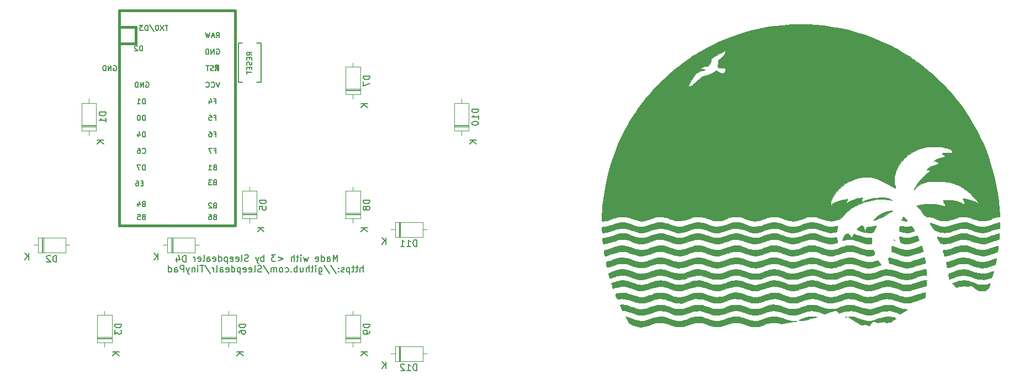
<source format=gbr>
G04 #@! TF.GenerationSoftware,KiCad,Pcbnew,(5.1.4)-1*
G04 #@! TF.CreationDate,2021-01-23T00:36:45-05:00*
G04 #@! TF.ProjectId,macropad,6d616372-6f70-4616-942e-6b696361645f,rev?*
G04 #@! TF.SameCoordinates,Original*
G04 #@! TF.FileFunction,Legend,Bot*
G04 #@! TF.FilePolarity,Positive*
%FSLAX46Y46*%
G04 Gerber Fmt 4.6, Leading zero omitted, Abs format (unit mm)*
G04 Created by KiCad (PCBNEW (5.1.4)-1) date 2021-01-23 00:36:45*
%MOMM*%
%LPD*%
G04 APERTURE LIST*
%ADD10C,0.150000*%
%ADD11C,0.010000*%
%ADD12C,0.381000*%
%ADD13C,0.120000*%
G04 APERTURE END LIST*
D10*
X161939500Y-92972380D02*
X161939500Y-91972380D01*
X161606166Y-92686666D01*
X161272833Y-91972380D01*
X161272833Y-92972380D01*
X160368071Y-92972380D02*
X160368071Y-92448571D01*
X160415690Y-92353333D01*
X160510928Y-92305714D01*
X160701404Y-92305714D01*
X160796642Y-92353333D01*
X160368071Y-92924761D02*
X160463309Y-92972380D01*
X160701404Y-92972380D01*
X160796642Y-92924761D01*
X160844261Y-92829523D01*
X160844261Y-92734285D01*
X160796642Y-92639047D01*
X160701404Y-92591428D01*
X160463309Y-92591428D01*
X160368071Y-92543809D01*
X159463309Y-92972380D02*
X159463309Y-91972380D01*
X159463309Y-92924761D02*
X159558547Y-92972380D01*
X159749023Y-92972380D01*
X159844261Y-92924761D01*
X159891880Y-92877142D01*
X159939500Y-92781904D01*
X159939500Y-92496190D01*
X159891880Y-92400952D01*
X159844261Y-92353333D01*
X159749023Y-92305714D01*
X159558547Y-92305714D01*
X159463309Y-92353333D01*
X158606166Y-92924761D02*
X158701404Y-92972380D01*
X158891880Y-92972380D01*
X158987119Y-92924761D01*
X159034738Y-92829523D01*
X159034738Y-92448571D01*
X158987119Y-92353333D01*
X158891880Y-92305714D01*
X158701404Y-92305714D01*
X158606166Y-92353333D01*
X158558547Y-92448571D01*
X158558547Y-92543809D01*
X159034738Y-92639047D01*
X157463309Y-92305714D02*
X157272833Y-92972380D01*
X157082357Y-92496190D01*
X156891880Y-92972380D01*
X156701404Y-92305714D01*
X156320452Y-92972380D02*
X156320452Y-92305714D01*
X156320452Y-91972380D02*
X156368071Y-92020000D01*
X156320452Y-92067619D01*
X156272833Y-92020000D01*
X156320452Y-91972380D01*
X156320452Y-92067619D01*
X155987119Y-92305714D02*
X155606166Y-92305714D01*
X155844261Y-91972380D02*
X155844261Y-92829523D01*
X155796642Y-92924761D01*
X155701404Y-92972380D01*
X155606166Y-92972380D01*
X155272833Y-92972380D02*
X155272833Y-91972380D01*
X154844261Y-92972380D02*
X154844261Y-92448571D01*
X154891880Y-92353333D01*
X154987119Y-92305714D01*
X155129976Y-92305714D01*
X155225214Y-92353333D01*
X155272833Y-92400952D01*
X152844261Y-92305714D02*
X153606166Y-92591428D01*
X152844261Y-92877142D01*
X152463309Y-91972380D02*
X151844261Y-91972380D01*
X152177595Y-92353333D01*
X152034738Y-92353333D01*
X151939500Y-92400952D01*
X151891880Y-92448571D01*
X151844261Y-92543809D01*
X151844261Y-92781904D01*
X151891880Y-92877142D01*
X151939500Y-92924761D01*
X152034738Y-92972380D01*
X152320452Y-92972380D01*
X152415690Y-92924761D01*
X152463309Y-92877142D01*
X150653785Y-92972380D02*
X150653785Y-91972380D01*
X150653785Y-92353333D02*
X150558547Y-92305714D01*
X150368071Y-92305714D01*
X150272833Y-92353333D01*
X150225214Y-92400952D01*
X150177595Y-92496190D01*
X150177595Y-92781904D01*
X150225214Y-92877142D01*
X150272833Y-92924761D01*
X150368071Y-92972380D01*
X150558547Y-92972380D01*
X150653785Y-92924761D01*
X149844261Y-92305714D02*
X149606166Y-92972380D01*
X149368071Y-92305714D02*
X149606166Y-92972380D01*
X149701404Y-93210476D01*
X149749023Y-93258095D01*
X149844261Y-93305714D01*
X148272833Y-92924761D02*
X148129976Y-92972380D01*
X147891880Y-92972380D01*
X147796642Y-92924761D01*
X147749023Y-92877142D01*
X147701404Y-92781904D01*
X147701404Y-92686666D01*
X147749023Y-92591428D01*
X147796642Y-92543809D01*
X147891880Y-92496190D01*
X148082357Y-92448571D01*
X148177595Y-92400952D01*
X148225214Y-92353333D01*
X148272833Y-92258095D01*
X148272833Y-92162857D01*
X148225214Y-92067619D01*
X148177595Y-92020000D01*
X148082357Y-91972380D01*
X147844261Y-91972380D01*
X147701404Y-92020000D01*
X147129976Y-92972380D02*
X147225214Y-92924761D01*
X147272833Y-92829523D01*
X147272833Y-91972380D01*
X146368071Y-92924761D02*
X146463309Y-92972380D01*
X146653785Y-92972380D01*
X146749023Y-92924761D01*
X146796642Y-92829523D01*
X146796642Y-92448571D01*
X146749023Y-92353333D01*
X146653785Y-92305714D01*
X146463309Y-92305714D01*
X146368071Y-92353333D01*
X146320452Y-92448571D01*
X146320452Y-92543809D01*
X146796642Y-92639047D01*
X145510928Y-92924761D02*
X145606166Y-92972380D01*
X145796642Y-92972380D01*
X145891880Y-92924761D01*
X145939500Y-92829523D01*
X145939500Y-92448571D01*
X145891880Y-92353333D01*
X145796642Y-92305714D01*
X145606166Y-92305714D01*
X145510928Y-92353333D01*
X145463309Y-92448571D01*
X145463309Y-92543809D01*
X145939500Y-92639047D01*
X145034738Y-92305714D02*
X145034738Y-93305714D01*
X145034738Y-92353333D02*
X144939500Y-92305714D01*
X144749023Y-92305714D01*
X144653785Y-92353333D01*
X144606166Y-92400952D01*
X144558547Y-92496190D01*
X144558547Y-92781904D01*
X144606166Y-92877142D01*
X144653785Y-92924761D01*
X144749023Y-92972380D01*
X144939500Y-92972380D01*
X145034738Y-92924761D01*
X143701404Y-92972380D02*
X143701404Y-91972380D01*
X143701404Y-92924761D02*
X143796642Y-92972380D01*
X143987119Y-92972380D01*
X144082357Y-92924761D01*
X144129976Y-92877142D01*
X144177595Y-92781904D01*
X144177595Y-92496190D01*
X144129976Y-92400952D01*
X144082357Y-92353333D01*
X143987119Y-92305714D01*
X143796642Y-92305714D01*
X143701404Y-92353333D01*
X142844261Y-92924761D02*
X142939500Y-92972380D01*
X143129976Y-92972380D01*
X143225214Y-92924761D01*
X143272833Y-92829523D01*
X143272833Y-92448571D01*
X143225214Y-92353333D01*
X143129976Y-92305714D01*
X142939500Y-92305714D01*
X142844261Y-92353333D01*
X142796642Y-92448571D01*
X142796642Y-92543809D01*
X143272833Y-92639047D01*
X141939500Y-92972380D02*
X141939500Y-92448571D01*
X141987119Y-92353333D01*
X142082357Y-92305714D01*
X142272833Y-92305714D01*
X142368071Y-92353333D01*
X141939500Y-92924761D02*
X142034738Y-92972380D01*
X142272833Y-92972380D01*
X142368071Y-92924761D01*
X142415690Y-92829523D01*
X142415690Y-92734285D01*
X142368071Y-92639047D01*
X142272833Y-92591428D01*
X142034738Y-92591428D01*
X141939500Y-92543809D01*
X141320452Y-92972380D02*
X141415690Y-92924761D01*
X141463309Y-92829523D01*
X141463309Y-91972380D01*
X140558547Y-92924761D02*
X140653785Y-92972380D01*
X140844261Y-92972380D01*
X140939500Y-92924761D01*
X140987119Y-92829523D01*
X140987119Y-92448571D01*
X140939500Y-92353333D01*
X140844261Y-92305714D01*
X140653785Y-92305714D01*
X140558547Y-92353333D01*
X140510928Y-92448571D01*
X140510928Y-92543809D01*
X140987119Y-92639047D01*
X140082357Y-92972380D02*
X140082357Y-92305714D01*
X140082357Y-92496190D02*
X140034738Y-92400952D01*
X139987119Y-92353333D01*
X139891880Y-92305714D01*
X139796642Y-92305714D01*
X165844261Y-94622380D02*
X165844261Y-93622380D01*
X165415690Y-94622380D02*
X165415690Y-94098571D01*
X165463309Y-94003333D01*
X165558547Y-93955714D01*
X165701404Y-93955714D01*
X165796642Y-94003333D01*
X165844261Y-94050952D01*
X165082357Y-93955714D02*
X164701404Y-93955714D01*
X164939500Y-93622380D02*
X164939500Y-94479523D01*
X164891880Y-94574761D01*
X164796642Y-94622380D01*
X164701404Y-94622380D01*
X164510928Y-93955714D02*
X164129976Y-93955714D01*
X164368071Y-93622380D02*
X164368071Y-94479523D01*
X164320452Y-94574761D01*
X164225214Y-94622380D01*
X164129976Y-94622380D01*
X163796642Y-93955714D02*
X163796642Y-94955714D01*
X163796642Y-94003333D02*
X163701404Y-93955714D01*
X163510928Y-93955714D01*
X163415690Y-94003333D01*
X163368071Y-94050952D01*
X163320452Y-94146190D01*
X163320452Y-94431904D01*
X163368071Y-94527142D01*
X163415690Y-94574761D01*
X163510928Y-94622380D01*
X163701404Y-94622380D01*
X163796642Y-94574761D01*
X162939500Y-94574761D02*
X162844261Y-94622380D01*
X162653785Y-94622380D01*
X162558547Y-94574761D01*
X162510928Y-94479523D01*
X162510928Y-94431904D01*
X162558547Y-94336666D01*
X162653785Y-94289047D01*
X162796642Y-94289047D01*
X162891880Y-94241428D01*
X162939500Y-94146190D01*
X162939500Y-94098571D01*
X162891880Y-94003333D01*
X162796642Y-93955714D01*
X162653785Y-93955714D01*
X162558547Y-94003333D01*
X162082357Y-94527142D02*
X162034738Y-94574761D01*
X162082357Y-94622380D01*
X162129976Y-94574761D01*
X162082357Y-94527142D01*
X162082357Y-94622380D01*
X162082357Y-94003333D02*
X162034738Y-94050952D01*
X162082357Y-94098571D01*
X162129976Y-94050952D01*
X162082357Y-94003333D01*
X162082357Y-94098571D01*
X160891880Y-93574761D02*
X161749023Y-94860476D01*
X159844261Y-93574761D02*
X160701404Y-94860476D01*
X159082357Y-93955714D02*
X159082357Y-94765238D01*
X159129976Y-94860476D01*
X159177595Y-94908095D01*
X159272833Y-94955714D01*
X159415690Y-94955714D01*
X159510928Y-94908095D01*
X159082357Y-94574761D02*
X159177595Y-94622380D01*
X159368071Y-94622380D01*
X159463309Y-94574761D01*
X159510928Y-94527142D01*
X159558547Y-94431904D01*
X159558547Y-94146190D01*
X159510928Y-94050952D01*
X159463309Y-94003333D01*
X159368071Y-93955714D01*
X159177595Y-93955714D01*
X159082357Y-94003333D01*
X158606166Y-94622380D02*
X158606166Y-93955714D01*
X158606166Y-93622380D02*
X158653785Y-93670000D01*
X158606166Y-93717619D01*
X158558547Y-93670000D01*
X158606166Y-93622380D01*
X158606166Y-93717619D01*
X158272833Y-93955714D02*
X157891880Y-93955714D01*
X158129976Y-93622380D02*
X158129976Y-94479523D01*
X158082357Y-94574761D01*
X157987119Y-94622380D01*
X157891880Y-94622380D01*
X157558547Y-94622380D02*
X157558547Y-93622380D01*
X157129976Y-94622380D02*
X157129976Y-94098571D01*
X157177595Y-94003333D01*
X157272833Y-93955714D01*
X157415690Y-93955714D01*
X157510928Y-94003333D01*
X157558547Y-94050952D01*
X156225214Y-93955714D02*
X156225214Y-94622380D01*
X156653785Y-93955714D02*
X156653785Y-94479523D01*
X156606166Y-94574761D01*
X156510928Y-94622380D01*
X156368071Y-94622380D01*
X156272833Y-94574761D01*
X156225214Y-94527142D01*
X155749023Y-94622380D02*
X155749023Y-93622380D01*
X155749023Y-94003333D02*
X155653785Y-93955714D01*
X155463309Y-93955714D01*
X155368071Y-94003333D01*
X155320452Y-94050952D01*
X155272833Y-94146190D01*
X155272833Y-94431904D01*
X155320452Y-94527142D01*
X155368071Y-94574761D01*
X155463309Y-94622380D01*
X155653785Y-94622380D01*
X155749023Y-94574761D01*
X154844261Y-94527142D02*
X154796642Y-94574761D01*
X154844261Y-94622380D01*
X154891880Y-94574761D01*
X154844261Y-94527142D01*
X154844261Y-94622380D01*
X153939500Y-94574761D02*
X154034738Y-94622380D01*
X154225214Y-94622380D01*
X154320452Y-94574761D01*
X154368071Y-94527142D01*
X154415690Y-94431904D01*
X154415690Y-94146190D01*
X154368071Y-94050952D01*
X154320452Y-94003333D01*
X154225214Y-93955714D01*
X154034738Y-93955714D01*
X153939500Y-94003333D01*
X153368071Y-94622380D02*
X153463309Y-94574761D01*
X153510928Y-94527142D01*
X153558547Y-94431904D01*
X153558547Y-94146190D01*
X153510928Y-94050952D01*
X153463309Y-94003333D01*
X153368071Y-93955714D01*
X153225214Y-93955714D01*
X153129976Y-94003333D01*
X153082357Y-94050952D01*
X153034738Y-94146190D01*
X153034738Y-94431904D01*
X153082357Y-94527142D01*
X153129976Y-94574761D01*
X153225214Y-94622380D01*
X153368071Y-94622380D01*
X152606166Y-94622380D02*
X152606166Y-93955714D01*
X152606166Y-94050952D02*
X152558547Y-94003333D01*
X152463309Y-93955714D01*
X152320452Y-93955714D01*
X152225214Y-94003333D01*
X152177595Y-94098571D01*
X152177595Y-94622380D01*
X152177595Y-94098571D02*
X152129976Y-94003333D01*
X152034738Y-93955714D01*
X151891880Y-93955714D01*
X151796642Y-94003333D01*
X151749023Y-94098571D01*
X151749023Y-94622380D01*
X150558547Y-93574761D02*
X151415690Y-94860476D01*
X150272833Y-94574761D02*
X150129976Y-94622380D01*
X149891880Y-94622380D01*
X149796642Y-94574761D01*
X149749023Y-94527142D01*
X149701404Y-94431904D01*
X149701404Y-94336666D01*
X149749023Y-94241428D01*
X149796642Y-94193809D01*
X149891880Y-94146190D01*
X150082357Y-94098571D01*
X150177595Y-94050952D01*
X150225214Y-94003333D01*
X150272833Y-93908095D01*
X150272833Y-93812857D01*
X150225214Y-93717619D01*
X150177595Y-93670000D01*
X150082357Y-93622380D01*
X149844261Y-93622380D01*
X149701404Y-93670000D01*
X149129976Y-94622380D02*
X149225214Y-94574761D01*
X149272833Y-94479523D01*
X149272833Y-93622380D01*
X148368071Y-94574761D02*
X148463309Y-94622380D01*
X148653785Y-94622380D01*
X148749023Y-94574761D01*
X148796642Y-94479523D01*
X148796642Y-94098571D01*
X148749023Y-94003333D01*
X148653785Y-93955714D01*
X148463309Y-93955714D01*
X148368071Y-94003333D01*
X148320452Y-94098571D01*
X148320452Y-94193809D01*
X148796642Y-94289047D01*
X147510928Y-94574761D02*
X147606166Y-94622380D01*
X147796642Y-94622380D01*
X147891880Y-94574761D01*
X147939500Y-94479523D01*
X147939500Y-94098571D01*
X147891880Y-94003333D01*
X147796642Y-93955714D01*
X147606166Y-93955714D01*
X147510928Y-94003333D01*
X147463309Y-94098571D01*
X147463309Y-94193809D01*
X147939500Y-94289047D01*
X147034738Y-93955714D02*
X147034738Y-94955714D01*
X147034738Y-94003333D02*
X146939500Y-93955714D01*
X146749023Y-93955714D01*
X146653785Y-94003333D01*
X146606166Y-94050952D01*
X146558547Y-94146190D01*
X146558547Y-94431904D01*
X146606166Y-94527142D01*
X146653785Y-94574761D01*
X146749023Y-94622380D01*
X146939500Y-94622380D01*
X147034738Y-94574761D01*
X145701404Y-94622380D02*
X145701404Y-93622380D01*
X145701404Y-94574761D02*
X145796642Y-94622380D01*
X145987119Y-94622380D01*
X146082357Y-94574761D01*
X146129976Y-94527142D01*
X146177595Y-94431904D01*
X146177595Y-94146190D01*
X146129976Y-94050952D01*
X146082357Y-94003333D01*
X145987119Y-93955714D01*
X145796642Y-93955714D01*
X145701404Y-94003333D01*
X144844261Y-94574761D02*
X144939500Y-94622380D01*
X145129976Y-94622380D01*
X145225214Y-94574761D01*
X145272833Y-94479523D01*
X145272833Y-94098571D01*
X145225214Y-94003333D01*
X145129976Y-93955714D01*
X144939500Y-93955714D01*
X144844261Y-94003333D01*
X144796642Y-94098571D01*
X144796642Y-94193809D01*
X145272833Y-94289047D01*
X143939500Y-94622380D02*
X143939500Y-94098571D01*
X143987119Y-94003333D01*
X144082357Y-93955714D01*
X144272833Y-93955714D01*
X144368071Y-94003333D01*
X143939500Y-94574761D02*
X144034738Y-94622380D01*
X144272833Y-94622380D01*
X144368071Y-94574761D01*
X144415690Y-94479523D01*
X144415690Y-94384285D01*
X144368071Y-94289047D01*
X144272833Y-94241428D01*
X144034738Y-94241428D01*
X143939500Y-94193809D01*
X143320452Y-94622380D02*
X143415690Y-94574761D01*
X143463309Y-94479523D01*
X143463309Y-93622380D01*
X142939500Y-94622380D02*
X142939500Y-93955714D01*
X142939500Y-94146190D02*
X142891880Y-94050952D01*
X142844261Y-94003333D01*
X142749023Y-93955714D01*
X142653785Y-93955714D01*
X141606166Y-93574761D02*
X142463309Y-94860476D01*
X141415690Y-93622380D02*
X140844261Y-93622380D01*
X141129976Y-94622380D02*
X141129976Y-93622380D01*
X140510928Y-94622380D02*
X140510928Y-93955714D01*
X140510928Y-93622380D02*
X140558547Y-93670000D01*
X140510928Y-93717619D01*
X140463309Y-93670000D01*
X140510928Y-93622380D01*
X140510928Y-93717619D01*
X140034738Y-93955714D02*
X140034738Y-94622380D01*
X140034738Y-94050952D02*
X139987119Y-94003333D01*
X139891880Y-93955714D01*
X139749023Y-93955714D01*
X139653785Y-94003333D01*
X139606166Y-94098571D01*
X139606166Y-94622380D01*
X139225214Y-93955714D02*
X138987119Y-94622380D01*
X138749023Y-93955714D02*
X138987119Y-94622380D01*
X139082357Y-94860476D01*
X139129976Y-94908095D01*
X139225214Y-94955714D01*
X138368071Y-94622380D02*
X138368071Y-93622380D01*
X137987119Y-93622380D01*
X137891880Y-93670000D01*
X137844261Y-93717619D01*
X137796642Y-93812857D01*
X137796642Y-93955714D01*
X137844261Y-94050952D01*
X137891880Y-94098571D01*
X137987119Y-94146190D01*
X138368071Y-94146190D01*
X136939500Y-94622380D02*
X136939500Y-94098571D01*
X136987119Y-94003333D01*
X137082357Y-93955714D01*
X137272833Y-93955714D01*
X137368071Y-94003333D01*
X136939500Y-94574761D02*
X137034738Y-94622380D01*
X137272833Y-94622380D01*
X137368071Y-94574761D01*
X137415690Y-94479523D01*
X137415690Y-94384285D01*
X137368071Y-94289047D01*
X137272833Y-94241428D01*
X137034738Y-94241428D01*
X136939500Y-94193809D01*
X136034738Y-94622380D02*
X136034738Y-93622380D01*
X136034738Y-94574761D02*
X136129976Y-94622380D01*
X136320452Y-94622380D01*
X136415690Y-94574761D01*
X136463309Y-94527142D01*
X136510928Y-94431904D01*
X136510928Y-94146190D01*
X136463309Y-94050952D01*
X136415690Y-94003333D01*
X136320452Y-93955714D01*
X136129976Y-93955714D01*
X136034738Y-94003333D01*
D11*
G36*
X210896328Y-101499151D02*
G01*
X210317995Y-101660995D01*
X210157095Y-101721633D01*
X209644592Y-101911494D01*
X209200391Y-102041366D01*
X208798455Y-102111313D01*
X208412751Y-102121396D01*
X208017244Y-102071678D01*
X207585898Y-101962222D01*
X207092679Y-101793090D01*
X206925333Y-101729398D01*
X206685020Y-101638715D01*
X206467087Y-101560663D01*
X206304721Y-101506952D01*
X206255799Y-101493140D01*
X206094265Y-101453570D01*
X206248708Y-101724340D01*
X206369387Y-101939286D01*
X206493940Y-102166154D01*
X206538586Y-102249111D01*
X206628604Y-102395253D01*
X206733544Y-102499822D01*
X206887617Y-102590682D01*
X207045787Y-102662234D01*
X207372474Y-102786965D01*
X207722948Y-102895596D01*
X208062855Y-102979285D01*
X208357841Y-103029193D01*
X208511304Y-103039333D01*
X208822816Y-103011055D01*
X209203101Y-102930803D01*
X209624599Y-102805453D01*
X209990116Y-102670430D01*
X210253463Y-102572305D01*
X210525026Y-102484204D01*
X210755280Y-102421904D01*
X210800836Y-102412159D01*
X211143049Y-102372448D01*
X211535812Y-102370368D01*
X211935924Y-102402938D01*
X212300186Y-102467176D01*
X212513333Y-102530364D01*
X212913474Y-102679012D01*
X213225901Y-102792796D01*
X213468646Y-102876376D01*
X213659739Y-102934410D01*
X213817211Y-102971556D01*
X213959093Y-102992474D01*
X214103417Y-103001822D01*
X214268213Y-103004259D01*
X214347778Y-103004343D01*
X214534052Y-103002821D01*
X214693706Y-102995049D01*
X214845295Y-102976211D01*
X215007374Y-102941496D01*
X215198498Y-102886091D01*
X215437223Y-102805181D01*
X215742103Y-102693955D01*
X216131695Y-102547599D01*
X216182222Y-102528505D01*
X216494057Y-102442891D01*
X216871638Y-102387811D01*
X217271281Y-102366079D01*
X217649299Y-102380507D01*
X217898075Y-102418012D01*
X218092887Y-102470975D01*
X218349143Y-102553856D01*
X218624345Y-102652531D01*
X218750537Y-102701298D01*
X219284624Y-102887227D01*
X219766811Y-102992968D01*
X220224387Y-103018784D01*
X220684642Y-102964942D01*
X221174867Y-102831704D01*
X221459778Y-102727574D01*
X222059838Y-102520564D01*
X222605565Y-102397242D01*
X223118607Y-102357806D01*
X223620613Y-102402451D01*
X224133231Y-102531376D01*
X224678109Y-102744777D01*
X224705333Y-102757097D01*
X225086963Y-102889325D01*
X225527036Y-102975480D01*
X225981210Y-103010671D01*
X226405140Y-102990007D01*
X226568000Y-102962535D01*
X226782486Y-102905020D01*
X227050124Y-102817273D01*
X227321331Y-102715850D01*
X227386445Y-102689228D01*
X227643178Y-102589036D01*
X227902034Y-102499665D01*
X228117205Y-102436630D01*
X228165334Y-102425399D01*
X228554103Y-102374368D01*
X228992136Y-102367304D01*
X229425151Y-102403209D01*
X229696860Y-102453533D01*
X229909514Y-102500611D01*
X230062472Y-102516746D01*
X230204675Y-102501699D01*
X230385059Y-102455229D01*
X230402900Y-102450061D01*
X230818583Y-102353016D01*
X231325155Y-102275054D01*
X231901778Y-102219096D01*
X232170111Y-102202314D01*
X232295082Y-102181410D01*
X232353055Y-102143464D01*
X232353556Y-102139506D01*
X232301312Y-102115666D01*
X232159136Y-102108882D01*
X231964849Y-102118934D01*
X231639306Y-102122112D01*
X231285335Y-102075634D01*
X230884026Y-101975365D01*
X230416465Y-101817174D01*
X230194995Y-101732155D01*
X229638461Y-101546877D01*
X229124968Y-101453028D01*
X228632246Y-101449958D01*
X228138023Y-101537016D01*
X227753333Y-101660931D01*
X227375021Y-101803547D01*
X227082935Y-101911457D01*
X226857558Y-101989480D01*
X226679372Y-102042429D01*
X226528858Y-102075122D01*
X226386498Y-102092374D01*
X226232774Y-102099001D01*
X226048168Y-102099819D01*
X225975333Y-102099631D01*
X225793710Y-102099234D01*
X225645216Y-102096185D01*
X225512941Y-102086219D01*
X225379979Y-102065074D01*
X225229421Y-102028486D01*
X225044360Y-101972191D01*
X224807886Y-101891927D01*
X224503094Y-101783429D01*
X224113073Y-101642434D01*
X224000262Y-101601606D01*
X223745217Y-101519050D01*
X223515024Y-101471847D01*
X223257437Y-101451492D01*
X223060392Y-101448626D01*
X222889038Y-101450273D01*
X222737884Y-101458167D01*
X222590322Y-101476742D01*
X222429739Y-101510430D01*
X222239524Y-101563666D01*
X222003067Y-101640882D01*
X221703757Y-101746511D01*
X221324983Y-101884987D01*
X221064667Y-101981236D01*
X220723744Y-102067079D01*
X220320422Y-102105331D01*
X219894419Y-102096534D01*
X219485451Y-102041229D01*
X219173778Y-101955470D01*
X218752831Y-101801769D01*
X218420575Y-101682921D01*
X218159900Y-101594406D01*
X217953697Y-101531705D01*
X217784856Y-101490298D01*
X217636268Y-101465665D01*
X217490823Y-101453286D01*
X217331411Y-101448642D01*
X217252324Y-101447884D01*
X217074036Y-101448922D01*
X216915024Y-101457805D01*
X216757637Y-101479140D01*
X216584226Y-101517530D01*
X216377141Y-101577581D01*
X216118732Y-101663898D01*
X215791350Y-101781087D01*
X215377345Y-101933751D01*
X215347023Y-101945009D01*
X215177484Y-101996404D01*
X214949181Y-102051050D01*
X214740246Y-102091900D01*
X214490238Y-102123278D01*
X214242135Y-102126913D01*
X213978270Y-102099191D01*
X213680974Y-102036500D01*
X213332579Y-101935225D01*
X212915418Y-101791754D01*
X212485111Y-101630684D01*
X211969344Y-101484408D01*
X211443264Y-101440426D01*
X210896328Y-101499151D01*
X210896328Y-101499151D01*
G37*
X210896328Y-101499151D02*
X210317995Y-101660995D01*
X210157095Y-101721633D01*
X209644592Y-101911494D01*
X209200391Y-102041366D01*
X208798455Y-102111313D01*
X208412751Y-102121396D01*
X208017244Y-102071678D01*
X207585898Y-101962222D01*
X207092679Y-101793090D01*
X206925333Y-101729398D01*
X206685020Y-101638715D01*
X206467087Y-101560663D01*
X206304721Y-101506952D01*
X206255799Y-101493140D01*
X206094265Y-101453570D01*
X206248708Y-101724340D01*
X206369387Y-101939286D01*
X206493940Y-102166154D01*
X206538586Y-102249111D01*
X206628604Y-102395253D01*
X206733544Y-102499822D01*
X206887617Y-102590682D01*
X207045787Y-102662234D01*
X207372474Y-102786965D01*
X207722948Y-102895596D01*
X208062855Y-102979285D01*
X208357841Y-103029193D01*
X208511304Y-103039333D01*
X208822816Y-103011055D01*
X209203101Y-102930803D01*
X209624599Y-102805453D01*
X209990116Y-102670430D01*
X210253463Y-102572305D01*
X210525026Y-102484204D01*
X210755280Y-102421904D01*
X210800836Y-102412159D01*
X211143049Y-102372448D01*
X211535812Y-102370368D01*
X211935924Y-102402938D01*
X212300186Y-102467176D01*
X212513333Y-102530364D01*
X212913474Y-102679012D01*
X213225901Y-102792796D01*
X213468646Y-102876376D01*
X213659739Y-102934410D01*
X213817211Y-102971556D01*
X213959093Y-102992474D01*
X214103417Y-103001822D01*
X214268213Y-103004259D01*
X214347778Y-103004343D01*
X214534052Y-103002821D01*
X214693706Y-102995049D01*
X214845295Y-102976211D01*
X215007374Y-102941496D01*
X215198498Y-102886091D01*
X215437223Y-102805181D01*
X215742103Y-102693955D01*
X216131695Y-102547599D01*
X216182222Y-102528505D01*
X216494057Y-102442891D01*
X216871638Y-102387811D01*
X217271281Y-102366079D01*
X217649299Y-102380507D01*
X217898075Y-102418012D01*
X218092887Y-102470975D01*
X218349143Y-102553856D01*
X218624345Y-102652531D01*
X218750537Y-102701298D01*
X219284624Y-102887227D01*
X219766811Y-102992968D01*
X220224387Y-103018784D01*
X220684642Y-102964942D01*
X221174867Y-102831704D01*
X221459778Y-102727574D01*
X222059838Y-102520564D01*
X222605565Y-102397242D01*
X223118607Y-102357806D01*
X223620613Y-102402451D01*
X224133231Y-102531376D01*
X224678109Y-102744777D01*
X224705333Y-102757097D01*
X225086963Y-102889325D01*
X225527036Y-102975480D01*
X225981210Y-103010671D01*
X226405140Y-102990007D01*
X226568000Y-102962535D01*
X226782486Y-102905020D01*
X227050124Y-102817273D01*
X227321331Y-102715850D01*
X227386445Y-102689228D01*
X227643178Y-102589036D01*
X227902034Y-102499665D01*
X228117205Y-102436630D01*
X228165334Y-102425399D01*
X228554103Y-102374368D01*
X228992136Y-102367304D01*
X229425151Y-102403209D01*
X229696860Y-102453533D01*
X229909514Y-102500611D01*
X230062472Y-102516746D01*
X230204675Y-102501699D01*
X230385059Y-102455229D01*
X230402900Y-102450061D01*
X230818583Y-102353016D01*
X231325155Y-102275054D01*
X231901778Y-102219096D01*
X232170111Y-102202314D01*
X232295082Y-102181410D01*
X232353055Y-102143464D01*
X232353556Y-102139506D01*
X232301312Y-102115666D01*
X232159136Y-102108882D01*
X231964849Y-102118934D01*
X231639306Y-102122112D01*
X231285335Y-102075634D01*
X230884026Y-101975365D01*
X230416465Y-101817174D01*
X230194995Y-101732155D01*
X229638461Y-101546877D01*
X229124968Y-101453028D01*
X228632246Y-101449958D01*
X228138023Y-101537016D01*
X227753333Y-101660931D01*
X227375021Y-101803547D01*
X227082935Y-101911457D01*
X226857558Y-101989480D01*
X226679372Y-102042429D01*
X226528858Y-102075122D01*
X226386498Y-102092374D01*
X226232774Y-102099001D01*
X226048168Y-102099819D01*
X225975333Y-102099631D01*
X225793710Y-102099234D01*
X225645216Y-102096185D01*
X225512941Y-102086219D01*
X225379979Y-102065074D01*
X225229421Y-102028486D01*
X225044360Y-101972191D01*
X224807886Y-101891927D01*
X224503094Y-101783429D01*
X224113073Y-101642434D01*
X224000262Y-101601606D01*
X223745217Y-101519050D01*
X223515024Y-101471847D01*
X223257437Y-101451492D01*
X223060392Y-101448626D01*
X222889038Y-101450273D01*
X222737884Y-101458167D01*
X222590322Y-101476742D01*
X222429739Y-101510430D01*
X222239524Y-101563666D01*
X222003067Y-101640882D01*
X221703757Y-101746511D01*
X221324983Y-101884987D01*
X221064667Y-101981236D01*
X220723744Y-102067079D01*
X220320422Y-102105331D01*
X219894419Y-102096534D01*
X219485451Y-102041229D01*
X219173778Y-101955470D01*
X218752831Y-101801769D01*
X218420575Y-101682921D01*
X218159900Y-101594406D01*
X217953697Y-101531705D01*
X217784856Y-101490298D01*
X217636268Y-101465665D01*
X217490823Y-101453286D01*
X217331411Y-101448642D01*
X217252324Y-101447884D01*
X217074036Y-101448922D01*
X216915024Y-101457805D01*
X216757637Y-101479140D01*
X216584226Y-101517530D01*
X216377141Y-101577581D01*
X216118732Y-101663898D01*
X215791350Y-101781087D01*
X215377345Y-101933751D01*
X215347023Y-101945009D01*
X215177484Y-101996404D01*
X214949181Y-102051050D01*
X214740246Y-102091900D01*
X214490238Y-102123278D01*
X214242135Y-102126913D01*
X213978270Y-102099191D01*
X213680974Y-102036500D01*
X213332579Y-101935225D01*
X212915418Y-101791754D01*
X212485111Y-101630684D01*
X211969344Y-101484408D01*
X211443264Y-101440426D01*
X210896328Y-101499151D01*
G36*
X240328431Y-101452283D02*
G01*
X240307403Y-101463062D01*
X240266707Y-101505752D01*
X240294080Y-101514469D01*
X240389445Y-101550822D01*
X240435191Y-101585889D01*
X240553925Y-101679485D01*
X240747731Y-101811696D01*
X240992479Y-101967256D01*
X241264038Y-102130901D01*
X241538278Y-102287367D01*
X241582222Y-102311496D01*
X241738086Y-102410513D01*
X241857303Y-102510561D01*
X241881756Y-102539457D01*
X241978141Y-102623583D01*
X242047082Y-102644222D01*
X242161551Y-102662796D01*
X242314479Y-102707845D01*
X242324058Y-102711266D01*
X242463258Y-102748712D01*
X242557442Y-102726856D01*
X242620354Y-102677956D01*
X242769513Y-102612621D01*
X242945571Y-102640582D01*
X243049778Y-102701193D01*
X243146925Y-102742082D01*
X243296249Y-102774954D01*
X243452420Y-102793437D01*
X243570102Y-102791157D01*
X243601930Y-102778811D01*
X243634579Y-102694943D01*
X243642445Y-102613272D01*
X243687549Y-102498861D01*
X243829082Y-102369459D01*
X243903607Y-102318365D01*
X244164769Y-102148481D01*
X244352029Y-102258967D01*
X244471268Y-102317305D01*
X244598866Y-102344841D01*
X244772499Y-102346244D01*
X244951645Y-102333305D01*
X245179960Y-102307090D01*
X245383499Y-102272985D01*
X245518505Y-102238333D01*
X245519273Y-102238042D01*
X245679504Y-102209180D01*
X245745051Y-102234459D01*
X245929935Y-102315899D01*
X246207782Y-102345715D01*
X246515454Y-102329278D01*
X246737847Y-102296878D01*
X246885362Y-102248426D01*
X246996000Y-102169503D01*
X247031826Y-102133316D01*
X247187560Y-102003262D01*
X247370350Y-101896824D01*
X247385694Y-101890166D01*
X247516959Y-101824903D01*
X247588895Y-101768882D01*
X247593556Y-101757240D01*
X247542446Y-101707855D01*
X247406729Y-101646399D01*
X247212819Y-101581234D01*
X246987132Y-101520724D01*
X246756085Y-101473231D01*
X246644017Y-101456631D01*
X246182065Y-101441843D01*
X245694928Y-101512354D01*
X245165122Y-101671123D01*
X244998477Y-101735109D01*
X244521069Y-101908361D01*
X244070232Y-102036803D01*
X243669804Y-102114504D01*
X243386707Y-102136222D01*
X243153713Y-102115896D01*
X242854851Y-102061088D01*
X242528323Y-101981056D01*
X242212332Y-101885060D01*
X241967862Y-101792378D01*
X241649282Y-101669098D01*
X241319322Y-101566603D01*
X241000121Y-101489283D01*
X240713813Y-101441530D01*
X240482538Y-101427733D01*
X240328431Y-101452283D01*
X240328431Y-101452283D01*
G37*
X240328431Y-101452283D02*
X240307403Y-101463062D01*
X240266707Y-101505752D01*
X240294080Y-101514469D01*
X240389445Y-101550822D01*
X240435191Y-101585889D01*
X240553925Y-101679485D01*
X240747731Y-101811696D01*
X240992479Y-101967256D01*
X241264038Y-102130901D01*
X241538278Y-102287367D01*
X241582222Y-102311496D01*
X241738086Y-102410513D01*
X241857303Y-102510561D01*
X241881756Y-102539457D01*
X241978141Y-102623583D01*
X242047082Y-102644222D01*
X242161551Y-102662796D01*
X242314479Y-102707845D01*
X242324058Y-102711266D01*
X242463258Y-102748712D01*
X242557442Y-102726856D01*
X242620354Y-102677956D01*
X242769513Y-102612621D01*
X242945571Y-102640582D01*
X243049778Y-102701193D01*
X243146925Y-102742082D01*
X243296249Y-102774954D01*
X243452420Y-102793437D01*
X243570102Y-102791157D01*
X243601930Y-102778811D01*
X243634579Y-102694943D01*
X243642445Y-102613272D01*
X243687549Y-102498861D01*
X243829082Y-102369459D01*
X243903607Y-102318365D01*
X244164769Y-102148481D01*
X244352029Y-102258967D01*
X244471268Y-102317305D01*
X244598866Y-102344841D01*
X244772499Y-102346244D01*
X244951645Y-102333305D01*
X245179960Y-102307090D01*
X245383499Y-102272985D01*
X245518505Y-102238333D01*
X245519273Y-102238042D01*
X245679504Y-102209180D01*
X245745051Y-102234459D01*
X245929935Y-102315899D01*
X246207782Y-102345715D01*
X246515454Y-102329278D01*
X246737847Y-102296878D01*
X246885362Y-102248426D01*
X246996000Y-102169503D01*
X247031826Y-102133316D01*
X247187560Y-102003262D01*
X247370350Y-101896824D01*
X247385694Y-101890166D01*
X247516959Y-101824903D01*
X247588895Y-101768882D01*
X247593556Y-101757240D01*
X247542446Y-101707855D01*
X247406729Y-101646399D01*
X247212819Y-101581234D01*
X246987132Y-101520724D01*
X246756085Y-101473231D01*
X246644017Y-101456631D01*
X246182065Y-101441843D01*
X245694928Y-101512354D01*
X245165122Y-101671123D01*
X244998477Y-101735109D01*
X244521069Y-101908361D01*
X244070232Y-102036803D01*
X243669804Y-102114504D01*
X243386707Y-102136222D01*
X243153713Y-102115896D01*
X242854851Y-102061088D01*
X242528323Y-101981056D01*
X242212332Y-101885060D01*
X241967862Y-101792378D01*
X241649282Y-101669098D01*
X241319322Y-101566603D01*
X241000121Y-101489283D01*
X240713813Y-101441530D01*
X240482538Y-101427733D01*
X240328431Y-101452283D01*
G36*
X234455372Y-101456635D02*
G01*
X234223225Y-101468639D01*
X234072779Y-101489038D01*
X233966095Y-101520487D01*
X233794209Y-101578652D01*
X233580629Y-101654737D01*
X233348860Y-101739947D01*
X233122411Y-101825487D01*
X232924789Y-101902559D01*
X232779500Y-101962369D01*
X232710052Y-101996122D01*
X232707543Y-101999872D01*
X232766010Y-102010693D01*
X232903149Y-102026220D01*
X233030889Y-102038011D01*
X233333563Y-102032980D01*
X233707885Y-101970057D01*
X233849333Y-101936419D01*
X234102325Y-101868701D01*
X234337986Y-101798711D01*
X234517273Y-101738277D01*
X234561614Y-101720659D01*
X234726728Y-101668641D01*
X234951699Y-101621235D01*
X235154281Y-101592695D01*
X235350095Y-101570427D01*
X235445584Y-101552073D01*
X235452961Y-101532696D01*
X235384442Y-101507359D01*
X235373333Y-101504149D01*
X235219786Y-101478804D01*
X234990827Y-101462149D01*
X234723630Y-101454615D01*
X234455372Y-101456635D01*
X234455372Y-101456635D01*
G37*
X234455372Y-101456635D02*
X234223225Y-101468639D01*
X234072779Y-101489038D01*
X233966095Y-101520487D01*
X233794209Y-101578652D01*
X233580629Y-101654737D01*
X233348860Y-101739947D01*
X233122411Y-101825487D01*
X232924789Y-101902559D01*
X232779500Y-101962369D01*
X232710052Y-101996122D01*
X232707543Y-101999872D01*
X232766010Y-102010693D01*
X232903149Y-102026220D01*
X233030889Y-102038011D01*
X233333563Y-102032980D01*
X233707885Y-101970057D01*
X233849333Y-101936419D01*
X234102325Y-101868701D01*
X234337986Y-101798711D01*
X234517273Y-101738277D01*
X234561614Y-101720659D01*
X234726728Y-101668641D01*
X234951699Y-101621235D01*
X235154281Y-101592695D01*
X235350095Y-101570427D01*
X235445584Y-101552073D01*
X235452961Y-101532696D01*
X235384442Y-101507359D01*
X235373333Y-101504149D01*
X235219786Y-101478804D01*
X234990827Y-101462149D01*
X234723630Y-101454615D01*
X234455372Y-101456635D01*
G36*
X239891663Y-101496431D02*
G01*
X239860667Y-101515333D01*
X239816339Y-101556506D01*
X239872400Y-101570286D01*
X239903000Y-101570914D01*
X240002101Y-101550341D01*
X240030000Y-101515333D01*
X239994467Y-101462811D01*
X239891663Y-101496431D01*
X239891663Y-101496431D01*
G37*
X239891663Y-101496431D02*
X239860667Y-101515333D01*
X239816339Y-101556506D01*
X239872400Y-101570286D01*
X239903000Y-101570914D01*
X240002101Y-101550341D01*
X240030000Y-101515333D01*
X239994467Y-101462811D01*
X239891663Y-101496431D01*
G36*
X205456309Y-99616520D02*
G01*
X205366756Y-99635953D01*
X205219289Y-99680889D01*
X205425241Y-100104222D01*
X205631194Y-100527556D01*
X205996041Y-100563878D01*
X206232416Y-100605076D01*
X206523200Y-100681584D01*
X206820728Y-100780503D01*
X206880405Y-100803228D01*
X207364948Y-100983816D01*
X207781845Y-101114264D01*
X208153978Y-101194271D01*
X208504230Y-101223536D01*
X208855483Y-101201759D01*
X209230618Y-101128639D01*
X209652517Y-101003874D01*
X210144064Y-100827165D01*
X210323983Y-100757974D01*
X210574646Y-100664261D01*
X210771292Y-100604940D01*
X210956525Y-100572258D01*
X211172951Y-100558460D01*
X211434873Y-100555778D01*
X211687274Y-100558009D01*
X211883549Y-100569200D01*
X212057406Y-100596100D01*
X212242553Y-100645456D01*
X212472699Y-100724015D01*
X212706038Y-100810244D01*
X213145790Y-100969686D01*
X213502677Y-101086500D01*
X213796176Y-101165703D01*
X214045766Y-101212309D01*
X214270922Y-101231334D01*
X214345526Y-101232410D01*
X214627240Y-101206421D01*
X214982509Y-101134100D01*
X215385326Y-101022327D01*
X215809684Y-100877984D01*
X216069333Y-100776335D01*
X216292976Y-100689375D01*
X216483606Y-100632398D01*
X216680658Y-100597765D01*
X216923570Y-100577832D01*
X217141778Y-100568543D01*
X217334665Y-100561486D01*
X217489355Y-100558113D01*
X217623368Y-100562496D01*
X217754226Y-100578708D01*
X217899448Y-100610820D01*
X218076555Y-100662905D01*
X218303067Y-100739034D01*
X218596504Y-100843280D01*
X218974388Y-100979715D01*
X219089111Y-101021136D01*
X219361898Y-101111705D01*
X219594358Y-101165461D01*
X219839724Y-101191752D01*
X220105111Y-101199559D01*
X220333496Y-101198160D01*
X220534817Y-101185523D01*
X220731082Y-101156424D01*
X220944297Y-101105636D01*
X221196471Y-101027934D01*
X221509609Y-100918091D01*
X221897754Y-100773884D01*
X222167944Y-100675234D01*
X222375207Y-100611800D01*
X222561032Y-100575882D01*
X222766904Y-100559784D01*
X223034313Y-100555806D01*
X223073230Y-100555778D01*
X223347848Y-100558506D01*
X223554908Y-100571886D01*
X223734932Y-100603709D01*
X223928444Y-100661767D01*
X224175968Y-100753851D01*
X224246716Y-100781412D01*
X224548328Y-100892657D01*
X224874642Y-101002339D01*
X225174161Y-101093530D01*
X225297679Y-101126876D01*
X225575846Y-101187033D01*
X225838993Y-101218179D01*
X226104595Y-101217467D01*
X226390123Y-101182052D01*
X226713053Y-101109089D01*
X227090856Y-100995733D01*
X227541007Y-100839136D01*
X227911123Y-100701279D01*
X228336956Y-100588926D01*
X228811285Y-100546340D01*
X229293889Y-100573479D01*
X229744549Y-100670301D01*
X229841778Y-100703275D01*
X230251180Y-100853482D01*
X230571778Y-100969499D01*
X230820839Y-101055777D01*
X231015627Y-101116770D01*
X231173408Y-101156929D01*
X231311447Y-101180706D01*
X231447010Y-101192554D01*
X231597363Y-101196926D01*
X231760889Y-101198154D01*
X231954409Y-101197701D01*
X232121607Y-101190774D01*
X232280444Y-101172873D01*
X232448885Y-101139496D01*
X232644890Y-101086143D01*
X232886424Y-101008312D01*
X233191448Y-100901502D01*
X233577926Y-100761213D01*
X233736445Y-100703118D01*
X234163297Y-100592860D01*
X234633827Y-100549244D01*
X235106415Y-100572505D01*
X235539441Y-100662874D01*
X235627333Y-100692541D01*
X235880400Y-100785238D01*
X236150466Y-100884171D01*
X236319534Y-100946112D01*
X236644846Y-101065301D01*
X236882896Y-100943856D01*
X237223202Y-100792357D01*
X237582407Y-100669988D01*
X237923318Y-100587548D01*
X238208740Y-100555837D01*
X238219553Y-100555775D01*
X238408018Y-100562270D01*
X238528910Y-100594136D01*
X238627341Y-100669943D01*
X238703556Y-100754997D01*
X238872889Y-100954221D01*
X239324445Y-100773772D01*
X239553786Y-100688125D01*
X239753411Y-100632014D01*
X239963760Y-100597764D01*
X240225274Y-100577700D01*
X240396889Y-100570251D01*
X240614198Y-100562922D01*
X240791713Y-100562010D01*
X240949491Y-100571937D01*
X241107586Y-100597128D01*
X241286053Y-100642006D01*
X241504948Y-100710993D01*
X241784326Y-100808514D01*
X242144241Y-100938992D01*
X242259556Y-100981076D01*
X242798452Y-101143139D01*
X243291901Y-101215388D01*
X243760662Y-101199442D01*
X244123270Y-101126617D01*
X244358899Y-101055425D01*
X244649082Y-100957356D01*
X244944359Y-100849407D01*
X245054603Y-100806560D01*
X245315081Y-100707654D01*
X245525998Y-100642976D01*
X245730322Y-100603714D01*
X245971023Y-100581056D01*
X246211877Y-100569233D01*
X246500834Y-100560518D01*
X246713557Y-100564322D01*
X246886401Y-100584972D01*
X247055723Y-100626793D01*
X247256099Y-100693483D01*
X247595931Y-100813845D01*
X247845942Y-100901377D01*
X248023255Y-100959401D01*
X248144993Y-100991238D01*
X248228279Y-101000209D01*
X248290235Y-100989637D01*
X248347984Y-100962843D01*
X248418649Y-100923148D01*
X248424288Y-100920098D01*
X248608443Y-100808491D01*
X248796597Y-100676446D01*
X248824759Y-100654556D01*
X248966852Y-100558527D01*
X249088592Y-100504018D01*
X249118406Y-100499333D01*
X249238859Y-100458667D01*
X249280105Y-100422841D01*
X249296017Y-100378826D01*
X249244000Y-100348246D01*
X249106365Y-100324314D01*
X248990683Y-100311811D01*
X248814033Y-100287156D01*
X248610218Y-100243005D01*
X248363475Y-100174658D01*
X248058036Y-100077419D01*
X247678137Y-99946589D01*
X247254889Y-99794549D01*
X246994148Y-99709955D01*
X246758198Y-99662113D01*
X246492855Y-99642003D01*
X246323556Y-99639507D01*
X246115184Y-99641922D01*
X245940933Y-99654146D01*
X245772935Y-99682290D01*
X245583319Y-99732469D01*
X245344219Y-99810794D01*
X245027766Y-99923378D01*
X245025333Y-99924258D01*
X244720765Y-100032293D01*
X244429976Y-100131698D01*
X244180741Y-100213234D01*
X244000835Y-100267659D01*
X243963004Y-100277700D01*
X243586325Y-100325675D01*
X243146184Y-100303471D01*
X242665368Y-100213745D01*
X242203111Y-100072549D01*
X241811426Y-99931146D01*
X241506625Y-99824184D01*
X241269740Y-99746864D01*
X241081807Y-99694387D01*
X240923858Y-99661953D01*
X240776928Y-99644763D01*
X240622050Y-99638019D01*
X240481556Y-99636919D01*
X240206035Y-99644536D01*
X239978278Y-99674525D01*
X239744851Y-99736811D01*
X239522000Y-99815116D01*
X239106701Y-99968478D01*
X238777474Y-100085752D01*
X238515150Y-100171691D01*
X238300559Y-100231049D01*
X238114532Y-100268577D01*
X237937898Y-100289030D01*
X237751489Y-100297160D01*
X237574667Y-100297950D01*
X237283683Y-100291509D01*
X237057229Y-100269858D01*
X236847146Y-100224569D01*
X236605279Y-100147217D01*
X236502222Y-100110288D01*
X236219353Y-100007409D01*
X235919458Y-99898486D01*
X235656749Y-99803206D01*
X235599111Y-99782332D01*
X235343883Y-99702030D01*
X235100474Y-99657279D01*
X234816396Y-99639716D01*
X234696000Y-99638442D01*
X234512132Y-99639289D01*
X234358338Y-99645830D01*
X234214693Y-99663027D01*
X234061268Y-99695841D01*
X233878136Y-99749231D01*
X233645372Y-99828158D01*
X233343048Y-99937582D01*
X233030889Y-100052943D01*
X232746287Y-100156048D01*
X232530532Y-100224674D01*
X232347496Y-100265862D01*
X232161053Y-100286657D01*
X231935074Y-100294101D01*
X231789111Y-100295037D01*
X231499448Y-100291897D01*
X231278903Y-100275890D01*
X231083844Y-100239762D01*
X230870639Y-100176262D01*
X230688445Y-100112080D01*
X230405516Y-100009335D01*
X230105564Y-99900420D01*
X229842835Y-99805030D01*
X229785333Y-99784156D01*
X229275039Y-99657004D01*
X228743492Y-99631646D01*
X228218067Y-99707994D01*
X227950889Y-99789868D01*
X227537624Y-99942140D01*
X227213545Y-100060266D01*
X226961712Y-100148577D01*
X226765182Y-100211402D01*
X226607013Y-100253073D01*
X226470262Y-100277919D01*
X226337988Y-100290270D01*
X226193248Y-100294458D01*
X226019100Y-100294812D01*
X225975333Y-100294805D01*
X225754876Y-100293586D01*
X225577644Y-100286051D01*
X225418596Y-100266729D01*
X225252690Y-100230151D01*
X225054884Y-100170844D01*
X224800137Y-100083338D01*
X224479556Y-99968010D01*
X224141076Y-99846771D01*
X223883852Y-99759743D01*
X223683527Y-99701254D01*
X223515750Y-99665631D01*
X223356165Y-99647203D01*
X223180418Y-99640298D01*
X223068445Y-99639357D01*
X222874785Y-99640950D01*
X222711695Y-99650817D01*
X222554993Y-99674555D01*
X222380500Y-99717761D01*
X222164036Y-99786031D01*
X221881420Y-99884963D01*
X221657333Y-99965985D01*
X221323754Y-100086274D01*
X221070886Y-100172970D01*
X220873565Y-100231655D01*
X220706628Y-100267908D01*
X220544913Y-100287311D01*
X220363255Y-100295446D01*
X220161556Y-100297748D01*
X219803693Y-100290750D01*
X219534217Y-100263210D01*
X219330085Y-100212663D01*
X219314889Y-100207182D01*
X218872356Y-100043269D01*
X218520861Y-99914133D01*
X218245472Y-99815644D01*
X218031255Y-99743670D01*
X217863278Y-99694079D01*
X217726607Y-99662742D01*
X217606309Y-99645526D01*
X217487451Y-99638300D01*
X217355100Y-99636934D01*
X217254667Y-99637232D01*
X217088376Y-99638294D01*
X216948808Y-99643546D01*
X216818445Y-99657547D01*
X216679767Y-99684860D01*
X216515256Y-99730045D01*
X216307393Y-99797664D01*
X216038657Y-99892278D01*
X215691531Y-100018448D01*
X215448445Y-100107491D01*
X215206810Y-100192222D01*
X215012826Y-100246359D01*
X214826221Y-100276432D01*
X214606718Y-100288972D01*
X214319556Y-100290537D01*
X214025270Y-100285639D01*
X213803960Y-100269968D01*
X213615790Y-100236869D01*
X213420921Y-100179688D01*
X213218889Y-100106662D01*
X212811198Y-99954343D01*
X212489821Y-99838553D01*
X212236044Y-99754431D01*
X212031152Y-99697119D01*
X211856431Y-99661756D01*
X211693166Y-99643482D01*
X211522644Y-99637439D01*
X211412667Y-99637626D01*
X211223285Y-99642662D01*
X211056125Y-99657577D01*
X210886818Y-99688118D01*
X210690997Y-99740037D01*
X210444291Y-99819080D01*
X210122333Y-99930999D01*
X210029778Y-99963882D01*
X209662579Y-100091677D01*
X209374416Y-100183611D01*
X209139675Y-100246157D01*
X208932744Y-100285790D01*
X208728008Y-100308985D01*
X208640099Y-100315165D01*
X208467407Y-100324474D01*
X208324010Y-100325732D01*
X208188717Y-100314480D01*
X208040338Y-100286262D01*
X207857681Y-100236620D01*
X207619553Y-100161098D01*
X207304765Y-100055238D01*
X207144321Y-100000564D01*
X206645321Y-99837038D01*
X206237808Y-99719084D01*
X205910995Y-99644489D01*
X205654091Y-99611038D01*
X205456309Y-99616520D01*
X205456309Y-99616520D01*
G37*
X205456309Y-99616520D02*
X205366756Y-99635953D01*
X205219289Y-99680889D01*
X205425241Y-100104222D01*
X205631194Y-100527556D01*
X205996041Y-100563878D01*
X206232416Y-100605076D01*
X206523200Y-100681584D01*
X206820728Y-100780503D01*
X206880405Y-100803228D01*
X207364948Y-100983816D01*
X207781845Y-101114264D01*
X208153978Y-101194271D01*
X208504230Y-101223536D01*
X208855483Y-101201759D01*
X209230618Y-101128639D01*
X209652517Y-101003874D01*
X210144064Y-100827165D01*
X210323983Y-100757974D01*
X210574646Y-100664261D01*
X210771292Y-100604940D01*
X210956525Y-100572258D01*
X211172951Y-100558460D01*
X211434873Y-100555778D01*
X211687274Y-100558009D01*
X211883549Y-100569200D01*
X212057406Y-100596100D01*
X212242553Y-100645456D01*
X212472699Y-100724015D01*
X212706038Y-100810244D01*
X213145790Y-100969686D01*
X213502677Y-101086500D01*
X213796176Y-101165703D01*
X214045766Y-101212309D01*
X214270922Y-101231334D01*
X214345526Y-101232410D01*
X214627240Y-101206421D01*
X214982509Y-101134100D01*
X215385326Y-101022327D01*
X215809684Y-100877984D01*
X216069333Y-100776335D01*
X216292976Y-100689375D01*
X216483606Y-100632398D01*
X216680658Y-100597765D01*
X216923570Y-100577832D01*
X217141778Y-100568543D01*
X217334665Y-100561486D01*
X217489355Y-100558113D01*
X217623368Y-100562496D01*
X217754226Y-100578708D01*
X217899448Y-100610820D01*
X218076555Y-100662905D01*
X218303067Y-100739034D01*
X218596504Y-100843280D01*
X218974388Y-100979715D01*
X219089111Y-101021136D01*
X219361898Y-101111705D01*
X219594358Y-101165461D01*
X219839724Y-101191752D01*
X220105111Y-101199559D01*
X220333496Y-101198160D01*
X220534817Y-101185523D01*
X220731082Y-101156424D01*
X220944297Y-101105636D01*
X221196471Y-101027934D01*
X221509609Y-100918091D01*
X221897754Y-100773884D01*
X222167944Y-100675234D01*
X222375207Y-100611800D01*
X222561032Y-100575882D01*
X222766904Y-100559784D01*
X223034313Y-100555806D01*
X223073230Y-100555778D01*
X223347848Y-100558506D01*
X223554908Y-100571886D01*
X223734932Y-100603709D01*
X223928444Y-100661767D01*
X224175968Y-100753851D01*
X224246716Y-100781412D01*
X224548328Y-100892657D01*
X224874642Y-101002339D01*
X225174161Y-101093530D01*
X225297679Y-101126876D01*
X225575846Y-101187033D01*
X225838993Y-101218179D01*
X226104595Y-101217467D01*
X226390123Y-101182052D01*
X226713053Y-101109089D01*
X227090856Y-100995733D01*
X227541007Y-100839136D01*
X227911123Y-100701279D01*
X228336956Y-100588926D01*
X228811285Y-100546340D01*
X229293889Y-100573479D01*
X229744549Y-100670301D01*
X229841778Y-100703275D01*
X230251180Y-100853482D01*
X230571778Y-100969499D01*
X230820839Y-101055777D01*
X231015627Y-101116770D01*
X231173408Y-101156929D01*
X231311447Y-101180706D01*
X231447010Y-101192554D01*
X231597363Y-101196926D01*
X231760889Y-101198154D01*
X231954409Y-101197701D01*
X232121607Y-101190774D01*
X232280444Y-101172873D01*
X232448885Y-101139496D01*
X232644890Y-101086143D01*
X232886424Y-101008312D01*
X233191448Y-100901502D01*
X233577926Y-100761213D01*
X233736445Y-100703118D01*
X234163297Y-100592860D01*
X234633827Y-100549244D01*
X235106415Y-100572505D01*
X235539441Y-100662874D01*
X235627333Y-100692541D01*
X235880400Y-100785238D01*
X236150466Y-100884171D01*
X236319534Y-100946112D01*
X236644846Y-101065301D01*
X236882896Y-100943856D01*
X237223202Y-100792357D01*
X237582407Y-100669988D01*
X237923318Y-100587548D01*
X238208740Y-100555837D01*
X238219553Y-100555775D01*
X238408018Y-100562270D01*
X238528910Y-100594136D01*
X238627341Y-100669943D01*
X238703556Y-100754997D01*
X238872889Y-100954221D01*
X239324445Y-100773772D01*
X239553786Y-100688125D01*
X239753411Y-100632014D01*
X239963760Y-100597764D01*
X240225274Y-100577700D01*
X240396889Y-100570251D01*
X240614198Y-100562922D01*
X240791713Y-100562010D01*
X240949491Y-100571937D01*
X241107586Y-100597128D01*
X241286053Y-100642006D01*
X241504948Y-100710993D01*
X241784326Y-100808514D01*
X242144241Y-100938992D01*
X242259556Y-100981076D01*
X242798452Y-101143139D01*
X243291901Y-101215388D01*
X243760662Y-101199442D01*
X244123270Y-101126617D01*
X244358899Y-101055425D01*
X244649082Y-100957356D01*
X244944359Y-100849407D01*
X245054603Y-100806560D01*
X245315081Y-100707654D01*
X245525998Y-100642976D01*
X245730322Y-100603714D01*
X245971023Y-100581056D01*
X246211877Y-100569233D01*
X246500834Y-100560518D01*
X246713557Y-100564322D01*
X246886401Y-100584972D01*
X247055723Y-100626793D01*
X247256099Y-100693483D01*
X247595931Y-100813845D01*
X247845942Y-100901377D01*
X248023255Y-100959401D01*
X248144993Y-100991238D01*
X248228279Y-101000209D01*
X248290235Y-100989637D01*
X248347984Y-100962843D01*
X248418649Y-100923148D01*
X248424288Y-100920098D01*
X248608443Y-100808491D01*
X248796597Y-100676446D01*
X248824759Y-100654556D01*
X248966852Y-100558527D01*
X249088592Y-100504018D01*
X249118406Y-100499333D01*
X249238859Y-100458667D01*
X249280105Y-100422841D01*
X249296017Y-100378826D01*
X249244000Y-100348246D01*
X249106365Y-100324314D01*
X248990683Y-100311811D01*
X248814033Y-100287156D01*
X248610218Y-100243005D01*
X248363475Y-100174658D01*
X248058036Y-100077419D01*
X247678137Y-99946589D01*
X247254889Y-99794549D01*
X246994148Y-99709955D01*
X246758198Y-99662113D01*
X246492855Y-99642003D01*
X246323556Y-99639507D01*
X246115184Y-99641922D01*
X245940933Y-99654146D01*
X245772935Y-99682290D01*
X245583319Y-99732469D01*
X245344219Y-99810794D01*
X245027766Y-99923378D01*
X245025333Y-99924258D01*
X244720765Y-100032293D01*
X244429976Y-100131698D01*
X244180741Y-100213234D01*
X244000835Y-100267659D01*
X243963004Y-100277700D01*
X243586325Y-100325675D01*
X243146184Y-100303471D01*
X242665368Y-100213745D01*
X242203111Y-100072549D01*
X241811426Y-99931146D01*
X241506625Y-99824184D01*
X241269740Y-99746864D01*
X241081807Y-99694387D01*
X240923858Y-99661953D01*
X240776928Y-99644763D01*
X240622050Y-99638019D01*
X240481556Y-99636919D01*
X240206035Y-99644536D01*
X239978278Y-99674525D01*
X239744851Y-99736811D01*
X239522000Y-99815116D01*
X239106701Y-99968478D01*
X238777474Y-100085752D01*
X238515150Y-100171691D01*
X238300559Y-100231049D01*
X238114532Y-100268577D01*
X237937898Y-100289030D01*
X237751489Y-100297160D01*
X237574667Y-100297950D01*
X237283683Y-100291509D01*
X237057229Y-100269858D01*
X236847146Y-100224569D01*
X236605279Y-100147217D01*
X236502222Y-100110288D01*
X236219353Y-100007409D01*
X235919458Y-99898486D01*
X235656749Y-99803206D01*
X235599111Y-99782332D01*
X235343883Y-99702030D01*
X235100474Y-99657279D01*
X234816396Y-99639716D01*
X234696000Y-99638442D01*
X234512132Y-99639289D01*
X234358338Y-99645830D01*
X234214693Y-99663027D01*
X234061268Y-99695841D01*
X233878136Y-99749231D01*
X233645372Y-99828158D01*
X233343048Y-99937582D01*
X233030889Y-100052943D01*
X232746287Y-100156048D01*
X232530532Y-100224674D01*
X232347496Y-100265862D01*
X232161053Y-100286657D01*
X231935074Y-100294101D01*
X231789111Y-100295037D01*
X231499448Y-100291897D01*
X231278903Y-100275890D01*
X231083844Y-100239762D01*
X230870639Y-100176262D01*
X230688445Y-100112080D01*
X230405516Y-100009335D01*
X230105564Y-99900420D01*
X229842835Y-99805030D01*
X229785333Y-99784156D01*
X229275039Y-99657004D01*
X228743492Y-99631646D01*
X228218067Y-99707994D01*
X227950889Y-99789868D01*
X227537624Y-99942140D01*
X227213545Y-100060266D01*
X226961712Y-100148577D01*
X226765182Y-100211402D01*
X226607013Y-100253073D01*
X226470262Y-100277919D01*
X226337988Y-100290270D01*
X226193248Y-100294458D01*
X226019100Y-100294812D01*
X225975333Y-100294805D01*
X225754876Y-100293586D01*
X225577644Y-100286051D01*
X225418596Y-100266729D01*
X225252690Y-100230151D01*
X225054884Y-100170844D01*
X224800137Y-100083338D01*
X224479556Y-99968010D01*
X224141076Y-99846771D01*
X223883852Y-99759743D01*
X223683527Y-99701254D01*
X223515750Y-99665631D01*
X223356165Y-99647203D01*
X223180418Y-99640298D01*
X223068445Y-99639357D01*
X222874785Y-99640950D01*
X222711695Y-99650817D01*
X222554993Y-99674555D01*
X222380500Y-99717761D01*
X222164036Y-99786031D01*
X221881420Y-99884963D01*
X221657333Y-99965985D01*
X221323754Y-100086274D01*
X221070886Y-100172970D01*
X220873565Y-100231655D01*
X220706628Y-100267908D01*
X220544913Y-100287311D01*
X220363255Y-100295446D01*
X220161556Y-100297748D01*
X219803693Y-100290750D01*
X219534217Y-100263210D01*
X219330085Y-100212663D01*
X219314889Y-100207182D01*
X218872356Y-100043269D01*
X218520861Y-99914133D01*
X218245472Y-99815644D01*
X218031255Y-99743670D01*
X217863278Y-99694079D01*
X217726607Y-99662742D01*
X217606309Y-99645526D01*
X217487451Y-99638300D01*
X217355100Y-99636934D01*
X217254667Y-99637232D01*
X217088376Y-99638294D01*
X216948808Y-99643546D01*
X216818445Y-99657547D01*
X216679767Y-99684860D01*
X216515256Y-99730045D01*
X216307393Y-99797664D01*
X216038657Y-99892278D01*
X215691531Y-100018448D01*
X215448445Y-100107491D01*
X215206810Y-100192222D01*
X215012826Y-100246359D01*
X214826221Y-100276432D01*
X214606718Y-100288972D01*
X214319556Y-100290537D01*
X214025270Y-100285639D01*
X213803960Y-100269968D01*
X213615790Y-100236869D01*
X213420921Y-100179688D01*
X213218889Y-100106662D01*
X212811198Y-99954343D01*
X212489821Y-99838553D01*
X212236044Y-99754431D01*
X212031152Y-99697119D01*
X211856431Y-99661756D01*
X211693166Y-99643482D01*
X211522644Y-99637439D01*
X211412667Y-99637626D01*
X211223285Y-99642662D01*
X211056125Y-99657577D01*
X210886818Y-99688118D01*
X210690997Y-99740037D01*
X210444291Y-99819080D01*
X210122333Y-99930999D01*
X210029778Y-99963882D01*
X209662579Y-100091677D01*
X209374416Y-100183611D01*
X209139675Y-100246157D01*
X208932744Y-100285790D01*
X208728008Y-100308985D01*
X208640099Y-100315165D01*
X208467407Y-100324474D01*
X208324010Y-100325732D01*
X208188717Y-100314480D01*
X208040338Y-100286262D01*
X207857681Y-100236620D01*
X207619553Y-100161098D01*
X207304765Y-100055238D01*
X207144321Y-100000564D01*
X206645321Y-99837038D01*
X206237808Y-99719084D01*
X205910995Y-99644489D01*
X205654091Y-99611038D01*
X205456309Y-99616520D01*
G36*
X251843102Y-97781856D02*
G01*
X251687042Y-97808393D01*
X251461970Y-97866252D01*
X251203980Y-97945575D01*
X251052880Y-97997749D01*
X250628432Y-98149467D01*
X250291367Y-98265429D01*
X250023670Y-98350315D01*
X249807324Y-98408808D01*
X249624317Y-98445589D01*
X249456632Y-98465341D01*
X249286254Y-98472745D01*
X249223102Y-98473285D01*
X248949710Y-98462625D01*
X248694628Y-98423423D01*
X248409004Y-98346815D01*
X248259437Y-98298427D01*
X248020724Y-98217091D01*
X247812819Y-98143790D01*
X247665727Y-98089221D01*
X247621778Y-98071140D01*
X247097477Y-97883298D01*
X246564871Y-97788736D01*
X246323556Y-97778714D01*
X246149242Y-97782206D01*
X245992607Y-97794045D01*
X245834404Y-97819169D01*
X245655388Y-97862520D01*
X245436311Y-97929039D01*
X245157928Y-98023665D01*
X244800992Y-98151339D01*
X244630222Y-98213384D01*
X244288327Y-98327597D01*
X243994087Y-98398883D01*
X243696125Y-98438499D01*
X243557778Y-98448386D01*
X243309901Y-98458690D01*
X243100606Y-98454043D01*
X242902091Y-98429159D01*
X242686552Y-98378751D01*
X242426186Y-98297534D01*
X242093192Y-98180221D01*
X242033778Y-98158645D01*
X241656516Y-98023239D01*
X241362675Y-97923761D01*
X241130584Y-97854903D01*
X240938577Y-97811358D01*
X240764984Y-97787820D01*
X240588138Y-97778980D01*
X240481556Y-97778461D01*
X240329251Y-97780655D01*
X240196347Y-97788505D01*
X240064752Y-97806666D01*
X239916371Y-97839793D01*
X239733111Y-97892539D01*
X239496879Y-97969560D01*
X239189581Y-98075510D01*
X238816445Y-98206809D01*
X238500197Y-98315568D01*
X238259157Y-98389283D01*
X238063560Y-98434445D01*
X237883642Y-98457542D01*
X237689640Y-98465066D01*
X237631111Y-98465269D01*
X237384329Y-98460892D01*
X237178152Y-98444037D01*
X236980537Y-98407962D01*
X236759440Y-98345921D01*
X236482818Y-98251172D01*
X236304667Y-98186099D01*
X235926808Y-98047723D01*
X235633630Y-97944702D01*
X235404435Y-97871910D01*
X235218525Y-97824218D01*
X235055200Y-97796498D01*
X234893763Y-97783622D01*
X234713515Y-97780463D01*
X234667778Y-97780569D01*
X234454905Y-97785761D01*
X234269733Y-97803641D01*
X234081745Y-97840767D01*
X233860422Y-97903699D01*
X233575247Y-97998994D01*
X233454222Y-98041377D01*
X233176089Y-98140534D01*
X232928893Y-98230686D01*
X232736022Y-98303159D01*
X232620865Y-98349279D01*
X232607556Y-98355381D01*
X232433689Y-98410738D01*
X232187876Y-98452424D01*
X231910628Y-98476640D01*
X231642455Y-98479584D01*
X231456969Y-98463337D01*
X231189351Y-98404383D01*
X230823832Y-98296538D01*
X230359306Y-98139448D01*
X229794668Y-97932760D01*
X229785366Y-97929255D01*
X229524204Y-97843483D01*
X229279578Y-97797037D01*
X228994554Y-97780167D01*
X228910477Y-97779428D01*
X228713771Y-97782274D01*
X228544140Y-97795665D01*
X228374967Y-97825589D01*
X228179634Y-97878035D01*
X227931524Y-97958991D01*
X227612222Y-98071508D01*
X227224782Y-98208790D01*
X226922279Y-98311207D01*
X226684039Y-98383772D01*
X226489389Y-98431495D01*
X226317653Y-98459391D01*
X226148159Y-98472470D01*
X225960233Y-98475746D01*
X225944902Y-98475736D01*
X225730794Y-98463019D01*
X225485726Y-98422757D01*
X225195025Y-98350905D01*
X224844017Y-98243414D01*
X224418029Y-98096238D01*
X223971556Y-97931462D01*
X223478422Y-97803213D01*
X222958005Y-97772631D01*
X222440523Y-97840237D01*
X222221436Y-97901261D01*
X222020901Y-97968962D01*
X221861030Y-98026338D01*
X221773686Y-98061910D01*
X221770222Y-98063794D01*
X221626660Y-98129230D01*
X221407208Y-98208604D01*
X221146148Y-98291238D01*
X220877762Y-98366454D01*
X220636331Y-98423571D01*
X220580100Y-98434525D01*
X220078999Y-98475522D01*
X219566769Y-98414290D01*
X219089111Y-98272503D01*
X218667490Y-98116608D01*
X218333438Y-97997050D01*
X218069376Y-97909079D01*
X217857730Y-97847941D01*
X217680920Y-97808887D01*
X217521371Y-97787162D01*
X217361506Y-97778017D01*
X217254667Y-97776581D01*
X216921506Y-97791699D01*
X216624476Y-97847354D01*
X216379778Y-97923664D01*
X215928125Y-98081570D01*
X215568103Y-98205848D01*
X215284909Y-98300500D01*
X215063740Y-98369525D01*
X214889795Y-98416925D01*
X214748270Y-98446699D01*
X214624362Y-98462850D01*
X214503270Y-98469378D01*
X214370191Y-98470282D01*
X214357512Y-98470227D01*
X214136175Y-98465922D01*
X213948553Y-98451278D01*
X213767212Y-98420155D01*
X213564718Y-98366417D01*
X213313637Y-98283923D01*
X212986534Y-98166535D01*
X212964889Y-98158613D01*
X212589876Y-98023178D01*
X212297735Y-97923751D01*
X212066289Y-97855013D01*
X211873358Y-97811643D01*
X211696763Y-97788322D01*
X211514327Y-97779728D01*
X211384445Y-97779499D01*
X211054815Y-97798178D01*
X210767540Y-97855632D01*
X210537778Y-97932066D01*
X210272998Y-98028053D01*
X209984664Y-98127223D01*
X209775778Y-98195206D01*
X209581611Y-98259622D01*
X209428949Y-98317158D01*
X209352445Y-98354425D01*
X209238839Y-98400934D01*
X209045553Y-98439182D01*
X208805682Y-98465995D01*
X208552320Y-98478196D01*
X208318562Y-98472611D01*
X208223556Y-98462752D01*
X208031435Y-98423555D01*
X207770800Y-98353930D01*
X207478365Y-98264330D01*
X207235778Y-98181553D01*
X206859092Y-98046950D01*
X206568406Y-97946505D01*
X206343864Y-97875157D01*
X206165607Y-97827847D01*
X206013778Y-97799515D01*
X205868520Y-97785102D01*
X205709976Y-97779546D01*
X205655333Y-97778834D01*
X205419898Y-97789204D01*
X205166828Y-97820719D01*
X204924959Y-97867286D01*
X204723125Y-97922815D01*
X204590162Y-97981213D01*
X204557800Y-98010708D01*
X204562357Y-98083075D01*
X204600715Y-98222844D01*
X204660122Y-98394574D01*
X204727821Y-98562826D01*
X204791059Y-98692161D01*
X204817135Y-98731298D01*
X204896144Y-98769338D01*
X205035224Y-98740809D01*
X205041002Y-98738812D01*
X205220356Y-98706412D01*
X205476296Y-98698239D01*
X205775714Y-98711850D01*
X206085502Y-98744803D01*
X206372553Y-98794655D01*
X206586667Y-98852844D01*
X206800372Y-98927599D01*
X207071623Y-99022857D01*
X207351546Y-99121446D01*
X207433333Y-99150315D01*
X207836335Y-99272260D01*
X208213216Y-99338019D01*
X208421111Y-99354401D01*
X208590225Y-99360489D01*
X208744827Y-99357456D01*
X208901262Y-99341396D01*
X209075877Y-99308399D01*
X209285016Y-99254557D01*
X209545025Y-99175962D01*
X209872250Y-99068705D01*
X210283036Y-98928877D01*
X210469938Y-98864494D01*
X210769739Y-98770445D01*
X211022646Y-98717432D01*
X211282659Y-98695850D01*
X211429494Y-98693839D01*
X211618238Y-98697419D01*
X211789582Y-98710840D01*
X211963666Y-98739090D01*
X212160633Y-98787157D01*
X212400624Y-98860028D01*
X212703782Y-98962692D01*
X213090249Y-99100135D01*
X213134222Y-99115973D01*
X213497764Y-99234708D01*
X213817466Y-99308029D01*
X214146828Y-99347696D01*
X214207399Y-99351924D01*
X214716132Y-99384427D01*
X215759621Y-99033235D01*
X216803111Y-98682043D01*
X217367556Y-98707045D01*
X217700160Y-98730568D01*
X217963330Y-98772593D01*
X218200020Y-98841022D01*
X218298889Y-98878347D01*
X218720689Y-99042219D01*
X219063108Y-99163991D01*
X219348743Y-99249982D01*
X219600192Y-99306506D01*
X219840052Y-99339882D01*
X219992222Y-99351683D01*
X220208238Y-99356609D01*
X220424819Y-99342878D01*
X220659383Y-99306431D01*
X220929346Y-99243213D01*
X221252128Y-99149166D01*
X221645144Y-99020233D01*
X222106690Y-98859158D01*
X222350853Y-98775693D01*
X222538976Y-98724856D01*
X222713675Y-98700599D01*
X222917560Y-98696873D01*
X223179134Y-98706941D01*
X223519100Y-98732847D01*
X223792776Y-98778538D01*
X224046212Y-98852676D01*
X224140889Y-98887814D01*
X224381048Y-98976650D01*
X224677129Y-99079951D01*
X224976952Y-99179661D01*
X225072222Y-99210088D01*
X225405716Y-99301881D01*
X225717772Y-99354813D01*
X226027497Y-99366632D01*
X226353999Y-99335087D01*
X226716385Y-99257925D01*
X227133762Y-99132896D01*
X227625238Y-98957747D01*
X227809778Y-98887472D01*
X228102311Y-98792793D01*
X228408959Y-98735368D01*
X228741207Y-98707270D01*
X228946172Y-98698930D01*
X229123208Y-98700310D01*
X229291995Y-98715814D01*
X229472216Y-98749849D01*
X229683549Y-98806821D01*
X229945677Y-98891135D01*
X230278281Y-99007197D01*
X230603778Y-99124219D01*
X230880878Y-99221112D01*
X231094597Y-99283509D01*
X231286344Y-99318903D01*
X231497529Y-99334784D01*
X231769560Y-99338644D01*
X231789111Y-99338657D01*
X232023286Y-99336379D01*
X232218903Y-99325672D01*
X232399533Y-99300923D01*
X232588747Y-99256522D01*
X232810117Y-99186859D01*
X233087212Y-99086321D01*
X233443604Y-98949300D01*
X233473250Y-98937761D01*
X233897947Y-98799898D01*
X234327660Y-98709719D01*
X234723477Y-98674302D01*
X234894802Y-98679204D01*
X235008930Y-98690667D01*
X235125443Y-98709349D01*
X235259983Y-98739798D01*
X235428192Y-98786562D01*
X235645711Y-98854186D01*
X235928182Y-98947220D01*
X236291247Y-99070209D01*
X236580350Y-99169223D01*
X236869840Y-99262962D01*
X237127867Y-99329619D01*
X237371152Y-99367449D01*
X237616413Y-99374705D01*
X237880372Y-99349643D01*
X238179748Y-99290515D01*
X238531261Y-99195577D01*
X238951631Y-99063082D01*
X239457577Y-98891285D01*
X239550222Y-98859117D01*
X239797488Y-98776597D01*
X239988785Y-98726616D01*
X240167490Y-98703124D01*
X240376981Y-98700073D01*
X240622667Y-98709560D01*
X240933361Y-98734341D01*
X241210419Y-98774594D01*
X241417158Y-98824775D01*
X241441111Y-98833299D01*
X241865444Y-98992848D01*
X242203669Y-99115128D01*
X242474207Y-99205496D01*
X242695483Y-99269310D01*
X242885919Y-99311925D01*
X243063939Y-99338700D01*
X243231410Y-99353864D01*
X243463706Y-99364728D01*
X243668757Y-99358484D01*
X243873511Y-99330076D01*
X244104919Y-99274449D01*
X244389929Y-99186546D01*
X244714889Y-99075537D01*
X245088932Y-98945180D01*
X245376650Y-98847752D01*
X245598265Y-98778874D01*
X245773996Y-98734165D01*
X245924066Y-98709246D01*
X246068696Y-98699737D01*
X246228105Y-98701259D01*
X246408222Y-98708775D01*
X246788613Y-98741228D01*
X247114720Y-98806384D01*
X247367778Y-98886672D01*
X247945914Y-99084904D01*
X248440273Y-99228883D01*
X248864737Y-99320981D01*
X249233188Y-99363573D01*
X249559508Y-99359032D01*
X249851333Y-99311254D01*
X249995322Y-99269644D01*
X250206636Y-99200527D01*
X250447094Y-99116552D01*
X250528667Y-99086877D01*
X250826695Y-98978032D01*
X251161954Y-98856812D01*
X251465859Y-98748006D01*
X251488222Y-98740062D01*
X251705192Y-98660544D01*
X251880054Y-98591767D01*
X251986457Y-98544308D01*
X252005040Y-98532665D01*
X252026930Y-98460936D01*
X252047602Y-98310223D01*
X252061485Y-98130470D01*
X252080889Y-97765384D01*
X251843102Y-97781856D01*
X251843102Y-97781856D01*
G37*
X251843102Y-97781856D02*
X251687042Y-97808393D01*
X251461970Y-97866252D01*
X251203980Y-97945575D01*
X251052880Y-97997749D01*
X250628432Y-98149467D01*
X250291367Y-98265429D01*
X250023670Y-98350315D01*
X249807324Y-98408808D01*
X249624317Y-98445589D01*
X249456632Y-98465341D01*
X249286254Y-98472745D01*
X249223102Y-98473285D01*
X248949710Y-98462625D01*
X248694628Y-98423423D01*
X248409004Y-98346815D01*
X248259437Y-98298427D01*
X248020724Y-98217091D01*
X247812819Y-98143790D01*
X247665727Y-98089221D01*
X247621778Y-98071140D01*
X247097477Y-97883298D01*
X246564871Y-97788736D01*
X246323556Y-97778714D01*
X246149242Y-97782206D01*
X245992607Y-97794045D01*
X245834404Y-97819169D01*
X245655388Y-97862520D01*
X245436311Y-97929039D01*
X245157928Y-98023665D01*
X244800992Y-98151339D01*
X244630222Y-98213384D01*
X244288327Y-98327597D01*
X243994087Y-98398883D01*
X243696125Y-98438499D01*
X243557778Y-98448386D01*
X243309901Y-98458690D01*
X243100606Y-98454043D01*
X242902091Y-98429159D01*
X242686552Y-98378751D01*
X242426186Y-98297534D01*
X242093192Y-98180221D01*
X242033778Y-98158645D01*
X241656516Y-98023239D01*
X241362675Y-97923761D01*
X241130584Y-97854903D01*
X240938577Y-97811358D01*
X240764984Y-97787820D01*
X240588138Y-97778980D01*
X240481556Y-97778461D01*
X240329251Y-97780655D01*
X240196347Y-97788505D01*
X240064752Y-97806666D01*
X239916371Y-97839793D01*
X239733111Y-97892539D01*
X239496879Y-97969560D01*
X239189581Y-98075510D01*
X238816445Y-98206809D01*
X238500197Y-98315568D01*
X238259157Y-98389283D01*
X238063560Y-98434445D01*
X237883642Y-98457542D01*
X237689640Y-98465066D01*
X237631111Y-98465269D01*
X237384329Y-98460892D01*
X237178152Y-98444037D01*
X236980537Y-98407962D01*
X236759440Y-98345921D01*
X236482818Y-98251172D01*
X236304667Y-98186099D01*
X235926808Y-98047723D01*
X235633630Y-97944702D01*
X235404435Y-97871910D01*
X235218525Y-97824218D01*
X235055200Y-97796498D01*
X234893763Y-97783622D01*
X234713515Y-97780463D01*
X234667778Y-97780569D01*
X234454905Y-97785761D01*
X234269733Y-97803641D01*
X234081745Y-97840767D01*
X233860422Y-97903699D01*
X233575247Y-97998994D01*
X233454222Y-98041377D01*
X233176089Y-98140534D01*
X232928893Y-98230686D01*
X232736022Y-98303159D01*
X232620865Y-98349279D01*
X232607556Y-98355381D01*
X232433689Y-98410738D01*
X232187876Y-98452424D01*
X231910628Y-98476640D01*
X231642455Y-98479584D01*
X231456969Y-98463337D01*
X231189351Y-98404383D01*
X230823832Y-98296538D01*
X230359306Y-98139448D01*
X229794668Y-97932760D01*
X229785366Y-97929255D01*
X229524204Y-97843483D01*
X229279578Y-97797037D01*
X228994554Y-97780167D01*
X228910477Y-97779428D01*
X228713771Y-97782274D01*
X228544140Y-97795665D01*
X228374967Y-97825589D01*
X228179634Y-97878035D01*
X227931524Y-97958991D01*
X227612222Y-98071508D01*
X227224782Y-98208790D01*
X226922279Y-98311207D01*
X226684039Y-98383772D01*
X226489389Y-98431495D01*
X226317653Y-98459391D01*
X226148159Y-98472470D01*
X225960233Y-98475746D01*
X225944902Y-98475736D01*
X225730794Y-98463019D01*
X225485726Y-98422757D01*
X225195025Y-98350905D01*
X224844017Y-98243414D01*
X224418029Y-98096238D01*
X223971556Y-97931462D01*
X223478422Y-97803213D01*
X222958005Y-97772631D01*
X222440523Y-97840237D01*
X222221436Y-97901261D01*
X222020901Y-97968962D01*
X221861030Y-98026338D01*
X221773686Y-98061910D01*
X221770222Y-98063794D01*
X221626660Y-98129230D01*
X221407208Y-98208604D01*
X221146148Y-98291238D01*
X220877762Y-98366454D01*
X220636331Y-98423571D01*
X220580100Y-98434525D01*
X220078999Y-98475522D01*
X219566769Y-98414290D01*
X219089111Y-98272503D01*
X218667490Y-98116608D01*
X218333438Y-97997050D01*
X218069376Y-97909079D01*
X217857730Y-97847941D01*
X217680920Y-97808887D01*
X217521371Y-97787162D01*
X217361506Y-97778017D01*
X217254667Y-97776581D01*
X216921506Y-97791699D01*
X216624476Y-97847354D01*
X216379778Y-97923664D01*
X215928125Y-98081570D01*
X215568103Y-98205848D01*
X215284909Y-98300500D01*
X215063740Y-98369525D01*
X214889795Y-98416925D01*
X214748270Y-98446699D01*
X214624362Y-98462850D01*
X214503270Y-98469378D01*
X214370191Y-98470282D01*
X214357512Y-98470227D01*
X214136175Y-98465922D01*
X213948553Y-98451278D01*
X213767212Y-98420155D01*
X213564718Y-98366417D01*
X213313637Y-98283923D01*
X212986534Y-98166535D01*
X212964889Y-98158613D01*
X212589876Y-98023178D01*
X212297735Y-97923751D01*
X212066289Y-97855013D01*
X211873358Y-97811643D01*
X211696763Y-97788322D01*
X211514327Y-97779728D01*
X211384445Y-97779499D01*
X211054815Y-97798178D01*
X210767540Y-97855632D01*
X210537778Y-97932066D01*
X210272998Y-98028053D01*
X209984664Y-98127223D01*
X209775778Y-98195206D01*
X209581611Y-98259622D01*
X209428949Y-98317158D01*
X209352445Y-98354425D01*
X209238839Y-98400934D01*
X209045553Y-98439182D01*
X208805682Y-98465995D01*
X208552320Y-98478196D01*
X208318562Y-98472611D01*
X208223556Y-98462752D01*
X208031435Y-98423555D01*
X207770800Y-98353930D01*
X207478365Y-98264330D01*
X207235778Y-98181553D01*
X206859092Y-98046950D01*
X206568406Y-97946505D01*
X206343864Y-97875157D01*
X206165607Y-97827847D01*
X206013778Y-97799515D01*
X205868520Y-97785102D01*
X205709976Y-97779546D01*
X205655333Y-97778834D01*
X205419898Y-97789204D01*
X205166828Y-97820719D01*
X204924959Y-97867286D01*
X204723125Y-97922815D01*
X204590162Y-97981213D01*
X204557800Y-98010708D01*
X204562357Y-98083075D01*
X204600715Y-98222844D01*
X204660122Y-98394574D01*
X204727821Y-98562826D01*
X204791059Y-98692161D01*
X204817135Y-98731298D01*
X204896144Y-98769338D01*
X205035224Y-98740809D01*
X205041002Y-98738812D01*
X205220356Y-98706412D01*
X205476296Y-98698239D01*
X205775714Y-98711850D01*
X206085502Y-98744803D01*
X206372553Y-98794655D01*
X206586667Y-98852844D01*
X206800372Y-98927599D01*
X207071623Y-99022857D01*
X207351546Y-99121446D01*
X207433333Y-99150315D01*
X207836335Y-99272260D01*
X208213216Y-99338019D01*
X208421111Y-99354401D01*
X208590225Y-99360489D01*
X208744827Y-99357456D01*
X208901262Y-99341396D01*
X209075877Y-99308399D01*
X209285016Y-99254557D01*
X209545025Y-99175962D01*
X209872250Y-99068705D01*
X210283036Y-98928877D01*
X210469938Y-98864494D01*
X210769739Y-98770445D01*
X211022646Y-98717432D01*
X211282659Y-98695850D01*
X211429494Y-98693839D01*
X211618238Y-98697419D01*
X211789582Y-98710840D01*
X211963666Y-98739090D01*
X212160633Y-98787157D01*
X212400624Y-98860028D01*
X212703782Y-98962692D01*
X213090249Y-99100135D01*
X213134222Y-99115973D01*
X213497764Y-99234708D01*
X213817466Y-99308029D01*
X214146828Y-99347696D01*
X214207399Y-99351924D01*
X214716132Y-99384427D01*
X215759621Y-99033235D01*
X216803111Y-98682043D01*
X217367556Y-98707045D01*
X217700160Y-98730568D01*
X217963330Y-98772593D01*
X218200020Y-98841022D01*
X218298889Y-98878347D01*
X218720689Y-99042219D01*
X219063108Y-99163991D01*
X219348743Y-99249982D01*
X219600192Y-99306506D01*
X219840052Y-99339882D01*
X219992222Y-99351683D01*
X220208238Y-99356609D01*
X220424819Y-99342878D01*
X220659383Y-99306431D01*
X220929346Y-99243213D01*
X221252128Y-99149166D01*
X221645144Y-99020233D01*
X222106690Y-98859158D01*
X222350853Y-98775693D01*
X222538976Y-98724856D01*
X222713675Y-98700599D01*
X222917560Y-98696873D01*
X223179134Y-98706941D01*
X223519100Y-98732847D01*
X223792776Y-98778538D01*
X224046212Y-98852676D01*
X224140889Y-98887814D01*
X224381048Y-98976650D01*
X224677129Y-99079951D01*
X224976952Y-99179661D01*
X225072222Y-99210088D01*
X225405716Y-99301881D01*
X225717772Y-99354813D01*
X226027497Y-99366632D01*
X226353999Y-99335087D01*
X226716385Y-99257925D01*
X227133762Y-99132896D01*
X227625238Y-98957747D01*
X227809778Y-98887472D01*
X228102311Y-98792793D01*
X228408959Y-98735368D01*
X228741207Y-98707270D01*
X228946172Y-98698930D01*
X229123208Y-98700310D01*
X229291995Y-98715814D01*
X229472216Y-98749849D01*
X229683549Y-98806821D01*
X229945677Y-98891135D01*
X230278281Y-99007197D01*
X230603778Y-99124219D01*
X230880878Y-99221112D01*
X231094597Y-99283509D01*
X231286344Y-99318903D01*
X231497529Y-99334784D01*
X231769560Y-99338644D01*
X231789111Y-99338657D01*
X232023286Y-99336379D01*
X232218903Y-99325672D01*
X232399533Y-99300923D01*
X232588747Y-99256522D01*
X232810117Y-99186859D01*
X233087212Y-99086321D01*
X233443604Y-98949300D01*
X233473250Y-98937761D01*
X233897947Y-98799898D01*
X234327660Y-98709719D01*
X234723477Y-98674302D01*
X234894802Y-98679204D01*
X235008930Y-98690667D01*
X235125443Y-98709349D01*
X235259983Y-98739798D01*
X235428192Y-98786562D01*
X235645711Y-98854186D01*
X235928182Y-98947220D01*
X236291247Y-99070209D01*
X236580350Y-99169223D01*
X236869840Y-99262962D01*
X237127867Y-99329619D01*
X237371152Y-99367449D01*
X237616413Y-99374705D01*
X237880372Y-99349643D01*
X238179748Y-99290515D01*
X238531261Y-99195577D01*
X238951631Y-99063082D01*
X239457577Y-98891285D01*
X239550222Y-98859117D01*
X239797488Y-98776597D01*
X239988785Y-98726616D01*
X240167490Y-98703124D01*
X240376981Y-98700073D01*
X240622667Y-98709560D01*
X240933361Y-98734341D01*
X241210419Y-98774594D01*
X241417158Y-98824775D01*
X241441111Y-98833299D01*
X241865444Y-98992848D01*
X242203669Y-99115128D01*
X242474207Y-99205496D01*
X242695483Y-99269310D01*
X242885919Y-99311925D01*
X243063939Y-99338700D01*
X243231410Y-99353864D01*
X243463706Y-99364728D01*
X243668757Y-99358484D01*
X243873511Y-99330076D01*
X244104919Y-99274449D01*
X244389929Y-99186546D01*
X244714889Y-99075537D01*
X245088932Y-98945180D01*
X245376650Y-98847752D01*
X245598265Y-98778874D01*
X245773996Y-98734165D01*
X245924066Y-98709246D01*
X246068696Y-98699737D01*
X246228105Y-98701259D01*
X246408222Y-98708775D01*
X246788613Y-98741228D01*
X247114720Y-98806384D01*
X247367778Y-98886672D01*
X247945914Y-99084904D01*
X248440273Y-99228883D01*
X248864737Y-99320981D01*
X249233188Y-99363573D01*
X249559508Y-99359032D01*
X249851333Y-99311254D01*
X249995322Y-99269644D01*
X250206636Y-99200527D01*
X250447094Y-99116552D01*
X250528667Y-99086877D01*
X250826695Y-98978032D01*
X251161954Y-98856812D01*
X251465859Y-98748006D01*
X251488222Y-98740062D01*
X251705192Y-98660544D01*
X251880054Y-98591767D01*
X251986457Y-98544308D01*
X252005040Y-98532665D01*
X252026930Y-98460936D01*
X252047602Y-98310223D01*
X252061485Y-98130470D01*
X252080889Y-97765384D01*
X251843102Y-97781856D01*
G36*
X257951111Y-95907252D02*
G01*
X257660903Y-95912727D01*
X257435444Y-95933424D01*
X257226813Y-95977595D01*
X256987084Y-96053491D01*
X256879446Y-96091795D01*
X256592731Y-96196652D01*
X256400775Y-96271696D01*
X256291827Y-96324527D01*
X256254136Y-96362746D01*
X256275953Y-96393951D01*
X256345527Y-96425741D01*
X256356556Y-96429967D01*
X256482036Y-96516679D01*
X256511778Y-96603270D01*
X256543839Y-96695580D01*
X256589560Y-96717556D01*
X256677048Y-96760442D01*
X256748621Y-96839968D01*
X256829900Y-96962381D01*
X257440799Y-96833561D01*
X257721077Y-96777031D01*
X257918950Y-96745618D01*
X258061632Y-96737474D01*
X258176341Y-96750754D01*
X258271275Y-96777208D01*
X258435466Y-96818594D01*
X258564835Y-96806317D01*
X258682525Y-96758273D01*
X258921939Y-96686624D01*
X259151100Y-96712181D01*
X259384226Y-96839081D01*
X259588419Y-97021760D01*
X259851752Y-97251092D01*
X260095120Y-97379296D01*
X260109841Y-97383911D01*
X260374318Y-97441059D01*
X260683697Y-97475177D01*
X260989179Y-97483197D01*
X261241965Y-97462052D01*
X261269328Y-97456809D01*
X261528153Y-97347167D01*
X261733601Y-97138909D01*
X261884076Y-96833730D01*
X261899485Y-96787130D01*
X261958398Y-96602379D01*
X262005888Y-96457501D01*
X262027006Y-96396662D01*
X261996152Y-96376463D01*
X261879172Y-96403716D01*
X261751634Y-96450425D01*
X261575043Y-96510512D01*
X261387189Y-96547632D01*
X261153770Y-96566433D01*
X260858000Y-96571564D01*
X260571514Y-96568185D01*
X260357329Y-96552948D01*
X260174969Y-96519023D01*
X259983958Y-96459579D01*
X259813778Y-96395355D01*
X259416589Y-96240599D01*
X259105530Y-96122489D01*
X258861779Y-96036094D01*
X258666511Y-95976481D01*
X258500905Y-95938718D01*
X258346137Y-95917872D01*
X258183385Y-95909010D01*
X257993826Y-95907201D01*
X257951111Y-95907252D01*
X257951111Y-95907252D01*
G37*
X257951111Y-95907252D02*
X257660903Y-95912727D01*
X257435444Y-95933424D01*
X257226813Y-95977595D01*
X256987084Y-96053491D01*
X256879446Y-96091795D01*
X256592731Y-96196652D01*
X256400775Y-96271696D01*
X256291827Y-96324527D01*
X256254136Y-96362746D01*
X256275953Y-96393951D01*
X256345527Y-96425741D01*
X256356556Y-96429967D01*
X256482036Y-96516679D01*
X256511778Y-96603270D01*
X256543839Y-96695580D01*
X256589560Y-96717556D01*
X256677048Y-96760442D01*
X256748621Y-96839968D01*
X256829900Y-96962381D01*
X257440799Y-96833561D01*
X257721077Y-96777031D01*
X257918950Y-96745618D01*
X258061632Y-96737474D01*
X258176341Y-96750754D01*
X258271275Y-96777208D01*
X258435466Y-96818594D01*
X258564835Y-96806317D01*
X258682525Y-96758273D01*
X258921939Y-96686624D01*
X259151100Y-96712181D01*
X259384226Y-96839081D01*
X259588419Y-97021760D01*
X259851752Y-97251092D01*
X260095120Y-97379296D01*
X260109841Y-97383911D01*
X260374318Y-97441059D01*
X260683697Y-97475177D01*
X260989179Y-97483197D01*
X261241965Y-97462052D01*
X261269328Y-97456809D01*
X261528153Y-97347167D01*
X261733601Y-97138909D01*
X261884076Y-96833730D01*
X261899485Y-96787130D01*
X261958398Y-96602379D01*
X262005888Y-96457501D01*
X262027006Y-96396662D01*
X261996152Y-96376463D01*
X261879172Y-96403716D01*
X261751634Y-96450425D01*
X261575043Y-96510512D01*
X261387189Y-96547632D01*
X261153770Y-96566433D01*
X260858000Y-96571564D01*
X260571514Y-96568185D01*
X260357329Y-96552948D01*
X260174969Y-96519023D01*
X259983958Y-96459579D01*
X259813778Y-96395355D01*
X259416589Y-96240599D01*
X259105530Y-96122489D01*
X258861779Y-96036094D01*
X258666511Y-95976481D01*
X258500905Y-95938718D01*
X258346137Y-95917872D01*
X258183385Y-95909010D01*
X257993826Y-95907201D01*
X257951111Y-95907252D01*
G36*
X251962775Y-95884892D02*
G01*
X251683233Y-95932753D01*
X251313361Y-96031057D01*
X250862376Y-96177004D01*
X250339494Y-96367797D01*
X250218222Y-96414541D01*
X250012538Y-96488053D01*
X249828577Y-96534117D01*
X249627166Y-96558878D01*
X249369130Y-96568482D01*
X249230445Y-96569483D01*
X248939410Y-96566120D01*
X248722422Y-96550515D01*
X248540813Y-96516637D01*
X248355911Y-96458456D01*
X248242667Y-96415433D01*
X247815108Y-96249477D01*
X247472463Y-96122786D01*
X247195828Y-96030291D01*
X246966297Y-95966923D01*
X246764967Y-95927613D01*
X246572931Y-95907292D01*
X246371285Y-95900891D01*
X246323556Y-95900848D01*
X246093984Y-95905501D01*
X245902549Y-95922447D01*
X245715579Y-95958654D01*
X245499401Y-96021088D01*
X245220341Y-96116717D01*
X245138222Y-96146118D01*
X244717786Y-96295790D01*
X244384356Y-96409525D01*
X244119492Y-96491697D01*
X243904752Y-96546676D01*
X243721696Y-96578837D01*
X243551883Y-96592552D01*
X243376873Y-96592192D01*
X243275556Y-96587783D01*
X243019738Y-96563555D01*
X242771023Y-96522148D01*
X242580411Y-96472192D01*
X242570000Y-96468386D01*
X242123637Y-96301313D01*
X241766169Y-96170749D01*
X241481301Y-96072227D01*
X241252739Y-96001279D01*
X241064190Y-95953437D01*
X240899358Y-95924232D01*
X240741950Y-95909197D01*
X240575672Y-95903865D01*
X240509778Y-95903458D01*
X240340842Y-95905235D01*
X240188395Y-95914200D01*
X240036358Y-95934735D01*
X239868649Y-95971226D01*
X239669186Y-96028056D01*
X239421889Y-96109609D01*
X239110676Y-96220269D01*
X238719467Y-96364420D01*
X238449556Y-96465108D01*
X238171855Y-96537762D01*
X237835875Y-96579824D01*
X237487041Y-96589253D01*
X237170775Y-96564006D01*
X237010222Y-96529825D01*
X236851719Y-96479818D01*
X236616368Y-96401024D01*
X236333354Y-96303407D01*
X236031858Y-96196930D01*
X235966000Y-96173325D01*
X235657412Y-96064091D01*
X235425244Y-95988672D01*
X235240304Y-95941016D01*
X235073398Y-95915072D01*
X234895332Y-95904786D01*
X234676913Y-95904108D01*
X234667778Y-95904187D01*
X234440003Y-95909186D01*
X234253152Y-95924018D01*
X234076346Y-95955336D01*
X233878703Y-96009797D01*
X233629342Y-96094056D01*
X233397778Y-96177885D01*
X233100890Y-96285169D01*
X232815311Y-96385668D01*
X232571130Y-96468965D01*
X232398435Y-96524644D01*
X232381778Y-96529612D01*
X232039534Y-96587694D01*
X231641540Y-96587028D01*
X231226581Y-96530567D01*
X230833442Y-96421264D01*
X230801333Y-96409272D01*
X230372960Y-96247475D01*
X230030090Y-96123794D01*
X229753886Y-96033255D01*
X229525509Y-95970883D01*
X229326121Y-95931707D01*
X229136884Y-95910751D01*
X228938961Y-95903042D01*
X228882222Y-95902589D01*
X228669144Y-95904929D01*
X228491110Y-95917665D01*
X228318996Y-95947008D01*
X228123681Y-95999168D01*
X227876042Y-96080355D01*
X227612222Y-96173403D01*
X227138425Y-96340001D01*
X226747018Y-96465966D01*
X226415300Y-96551141D01*
X226120568Y-96595368D01*
X225840121Y-96598491D01*
X225551256Y-96560351D01*
X225231271Y-96480791D01*
X224857463Y-96359654D01*
X224407131Y-96196781D01*
X224282000Y-96150294D01*
X223996200Y-96046368D01*
X223779665Y-95977315D01*
X223596863Y-95936037D01*
X223412264Y-95915430D01*
X223190337Y-95908396D01*
X223068445Y-95907766D01*
X222897911Y-95907964D01*
X222753624Y-95911916D01*
X222619985Y-95923842D01*
X222481396Y-95947961D01*
X222322257Y-95988493D01*
X222126971Y-96049655D01*
X221879939Y-96135669D01*
X221565561Y-96250752D01*
X221168240Y-96399124D01*
X220951778Y-96480296D01*
X220742669Y-96535579D01*
X220467593Y-96565231D01*
X220133333Y-96572112D01*
X219859752Y-96566472D01*
X219646770Y-96547943D01*
X219451096Y-96508293D01*
X219229437Y-96439291D01*
X219004445Y-96357475D01*
X218615110Y-96212187D01*
X218313066Y-96101752D01*
X218079899Y-96021389D01*
X217897195Y-95966322D01*
X217746539Y-95931772D01*
X217609519Y-95912962D01*
X217467720Y-95905112D01*
X217302728Y-95903446D01*
X217254667Y-95903435D01*
X217021952Y-95910595D01*
X216796947Y-95935530D01*
X216559656Y-95983553D01*
X216290085Y-96059978D01*
X215968237Y-96170117D01*
X215574118Y-96319285D01*
X215335556Y-96413412D01*
X215133668Y-96487888D01*
X214956084Y-96534666D01*
X214764221Y-96559894D01*
X214519494Y-96569718D01*
X214347778Y-96570783D01*
X214055748Y-96566690D01*
X213837622Y-96550341D01*
X213654581Y-96515631D01*
X213467809Y-96456455D01*
X213360000Y-96415433D01*
X212936102Y-96250697D01*
X212597113Y-96124875D01*
X212323951Y-96032961D01*
X212097530Y-95969948D01*
X211898766Y-95930828D01*
X211708575Y-95910595D01*
X211507872Y-95904242D01*
X211412667Y-95904541D01*
X211168895Y-95910644D01*
X210971376Y-95928256D01*
X210784402Y-95964802D01*
X210572268Y-96027704D01*
X210299269Y-96124387D01*
X210227333Y-96150988D01*
X209810212Y-96303699D01*
X209478410Y-96418667D01*
X209212594Y-96500481D01*
X208993431Y-96553728D01*
X208801588Y-96582996D01*
X208617732Y-96592873D01*
X208422530Y-96587948D01*
X208392889Y-96586320D01*
X207862107Y-96507694D01*
X207546222Y-96407755D01*
X207317124Y-96322462D01*
X207026485Y-96218754D01*
X206720209Y-96112860D01*
X206558445Y-96058481D01*
X206275835Y-95968410D01*
X206062452Y-95912682D01*
X205882136Y-95885163D01*
X205698730Y-95879720D01*
X205542445Y-95886144D01*
X205180519Y-95933303D01*
X204754570Y-96038444D01*
X204252577Y-96204725D01*
X204067246Y-96273912D01*
X203918492Y-96330782D01*
X204036953Y-96707613D01*
X204097506Y-96897286D01*
X204144618Y-97039399D01*
X204168546Y-97104599D01*
X204168980Y-97105347D01*
X204224701Y-97097768D01*
X204364947Y-97061016D01*
X204567069Y-97001388D01*
X204755033Y-96942431D01*
X205101490Y-96843940D01*
X205411661Y-96789293D01*
X205711495Y-96780191D01*
X206026942Y-96818334D01*
X206383953Y-96905424D01*
X206808476Y-97043162D01*
X206925333Y-97084679D01*
X207403016Y-97250958D01*
X207799699Y-97372391D01*
X208137504Y-97450060D01*
X208438556Y-97485047D01*
X208724977Y-97478437D01*
X209018891Y-97431310D01*
X209342420Y-97344750D01*
X209713985Y-97221141D01*
X210195603Y-97054869D01*
X210593650Y-96928827D01*
X210929837Y-96842497D01*
X211225872Y-96795361D01*
X211503465Y-96786901D01*
X211784323Y-96816599D01*
X212090156Y-96883937D01*
X212442673Y-96988398D01*
X212863582Y-97129463D01*
X212908445Y-97144932D01*
X213261789Y-97265523D01*
X213532035Y-97352827D01*
X213742184Y-97412120D01*
X213915234Y-97448683D01*
X214074185Y-97467793D01*
X214242037Y-97474729D01*
X214347778Y-97475265D01*
X214569333Y-97470209D01*
X214759718Y-97451403D01*
X214952221Y-97411868D01*
X215180131Y-97344624D01*
X215476736Y-97242693D01*
X215504889Y-97232667D01*
X215995542Y-97061736D01*
X216401088Y-96932666D01*
X216740523Y-96843649D01*
X217032843Y-96792878D01*
X217297042Y-96778548D01*
X217552117Y-96798852D01*
X217817061Y-96851982D01*
X218110871Y-96936132D01*
X218227490Y-96973712D01*
X218482938Y-97058803D01*
X218707305Y-97135611D01*
X218873591Y-97194767D01*
X218948000Y-97223682D01*
X219453557Y-97396473D01*
X219982752Y-97469891D01*
X220161556Y-97473527D01*
X220385307Y-97467475D01*
X220579144Y-97447290D01*
X220776673Y-97405931D01*
X221011502Y-97336353D01*
X221317238Y-97231513D01*
X221318667Y-97231007D01*
X221803898Y-97062194D01*
X222205226Y-96933895D01*
X222543880Y-96845503D01*
X222841089Y-96796412D01*
X223118085Y-96786017D01*
X223396097Y-96813713D01*
X223696354Y-96878892D01*
X224040088Y-96980949D01*
X224448527Y-97119278D01*
X224507778Y-97139997D01*
X224854854Y-97260166D01*
X225120048Y-97346832D01*
X225327407Y-97405512D01*
X225500981Y-97441722D01*
X225664818Y-97460979D01*
X225842966Y-97468798D01*
X225947111Y-97470159D01*
X226130812Y-97469483D01*
X226289091Y-97461103D01*
X226443726Y-97440117D01*
X226616497Y-97401623D01*
X226829181Y-97340721D01*
X227103559Y-97252508D01*
X227461409Y-97132083D01*
X227485195Y-97124004D01*
X227947326Y-96972477D01*
X228330770Y-96864726D01*
X228661058Y-96801140D01*
X228963721Y-96782108D01*
X229264290Y-96808022D01*
X229588297Y-96879271D01*
X229961273Y-96996244D01*
X230408749Y-97159332D01*
X230434445Y-97169048D01*
X230862046Y-97316745D01*
X231256750Y-97425750D01*
X231594423Y-97490071D01*
X231789111Y-97505355D01*
X232015298Y-97483366D01*
X232327680Y-97417463D01*
X232710359Y-97311907D01*
X233147438Y-97170958D01*
X233482445Y-97051596D01*
X233773631Y-96946959D01*
X233996020Y-96877622D01*
X234185331Y-96836216D01*
X234377281Y-96815374D01*
X234607589Y-96807727D01*
X234667778Y-96807076D01*
X234864854Y-96807101D01*
X235028954Y-96814408D01*
X235183333Y-96834157D01*
X235351242Y-96871508D01*
X235555933Y-96931618D01*
X235820658Y-97019648D01*
X236163556Y-97138964D01*
X236515939Y-97261163D01*
X236785268Y-97349711D01*
X236994426Y-97409950D01*
X237166300Y-97447224D01*
X237323774Y-97466875D01*
X237489734Y-97474246D01*
X237602889Y-97474997D01*
X237788278Y-97471903D01*
X237951195Y-97459358D01*
X238115247Y-97431895D01*
X238304038Y-97384047D01*
X238541174Y-97310348D01*
X238850259Y-97205331D01*
X239014000Y-97148191D01*
X239403652Y-97015272D01*
X239712625Y-96919339D01*
X239964586Y-96854301D01*
X240183201Y-96814065D01*
X240392138Y-96792538D01*
X240396889Y-96792223D01*
X240556185Y-96783305D01*
X240691883Y-96782817D01*
X240824251Y-96795179D01*
X240973561Y-96824805D01*
X241160081Y-96876115D01*
X241404081Y-96953525D01*
X241725831Y-97061453D01*
X241892667Y-97118184D01*
X242261787Y-97242674D01*
X242545885Y-97334278D01*
X242766294Y-97397962D01*
X242944347Y-97438690D01*
X243101377Y-97461426D01*
X243258717Y-97471136D01*
X243416667Y-97472842D01*
X243593151Y-97469765D01*
X243751128Y-97457935D01*
X243912003Y-97432355D01*
X244097182Y-97388028D01*
X244328072Y-97319957D01*
X244626078Y-97223144D01*
X244940667Y-97117063D01*
X245304656Y-96994247D01*
X245582199Y-96904118D01*
X245793429Y-96842146D01*
X245958477Y-96803805D01*
X246097477Y-96784566D01*
X246230561Y-96779902D01*
X246377863Y-96785285D01*
X246408222Y-96787018D01*
X246650952Y-96813192D01*
X246916504Y-96867977D01*
X247231941Y-96958044D01*
X247593556Y-97079238D01*
X248067408Y-97240349D01*
X248456180Y-97359337D01*
X248778052Y-97439693D01*
X249051207Y-97484910D01*
X249293825Y-97498481D01*
X249524088Y-97483898D01*
X249625556Y-97469563D01*
X249724411Y-97444346D01*
X249909177Y-97388920D01*
X250159028Y-97309842D01*
X250453141Y-97213672D01*
X250692049Y-97133662D01*
X251020889Y-97026573D01*
X251336360Y-96931344D01*
X251613122Y-96855081D01*
X251825834Y-96804890D01*
X251919716Y-96789405D01*
X252094781Y-96766715D01*
X252185007Y-96734509D01*
X252218235Y-96676373D01*
X252222491Y-96610881D01*
X252229538Y-96469498D01*
X252246961Y-96272637D01*
X252259599Y-96158577D01*
X252296217Y-95853598D01*
X251962775Y-95884892D01*
X251962775Y-95884892D01*
G37*
X251962775Y-95884892D02*
X251683233Y-95932753D01*
X251313361Y-96031057D01*
X250862376Y-96177004D01*
X250339494Y-96367797D01*
X250218222Y-96414541D01*
X250012538Y-96488053D01*
X249828577Y-96534117D01*
X249627166Y-96558878D01*
X249369130Y-96568482D01*
X249230445Y-96569483D01*
X248939410Y-96566120D01*
X248722422Y-96550515D01*
X248540813Y-96516637D01*
X248355911Y-96458456D01*
X248242667Y-96415433D01*
X247815108Y-96249477D01*
X247472463Y-96122786D01*
X247195828Y-96030291D01*
X246966297Y-95966923D01*
X246764967Y-95927613D01*
X246572931Y-95907292D01*
X246371285Y-95900891D01*
X246323556Y-95900848D01*
X246093984Y-95905501D01*
X245902549Y-95922447D01*
X245715579Y-95958654D01*
X245499401Y-96021088D01*
X245220341Y-96116717D01*
X245138222Y-96146118D01*
X244717786Y-96295790D01*
X244384356Y-96409525D01*
X244119492Y-96491697D01*
X243904752Y-96546676D01*
X243721696Y-96578837D01*
X243551883Y-96592552D01*
X243376873Y-96592192D01*
X243275556Y-96587783D01*
X243019738Y-96563555D01*
X242771023Y-96522148D01*
X242580411Y-96472192D01*
X242570000Y-96468386D01*
X242123637Y-96301313D01*
X241766169Y-96170749D01*
X241481301Y-96072227D01*
X241252739Y-96001279D01*
X241064190Y-95953437D01*
X240899358Y-95924232D01*
X240741950Y-95909197D01*
X240575672Y-95903865D01*
X240509778Y-95903458D01*
X240340842Y-95905235D01*
X240188395Y-95914200D01*
X240036358Y-95934735D01*
X239868649Y-95971226D01*
X239669186Y-96028056D01*
X239421889Y-96109609D01*
X239110676Y-96220269D01*
X238719467Y-96364420D01*
X238449556Y-96465108D01*
X238171855Y-96537762D01*
X237835875Y-96579824D01*
X237487041Y-96589253D01*
X237170775Y-96564006D01*
X237010222Y-96529825D01*
X236851719Y-96479818D01*
X236616368Y-96401024D01*
X236333354Y-96303407D01*
X236031858Y-96196930D01*
X235966000Y-96173325D01*
X235657412Y-96064091D01*
X235425244Y-95988672D01*
X235240304Y-95941016D01*
X235073398Y-95915072D01*
X234895332Y-95904786D01*
X234676913Y-95904108D01*
X234667778Y-95904187D01*
X234440003Y-95909186D01*
X234253152Y-95924018D01*
X234076346Y-95955336D01*
X233878703Y-96009797D01*
X233629342Y-96094056D01*
X233397778Y-96177885D01*
X233100890Y-96285169D01*
X232815311Y-96385668D01*
X232571130Y-96468965D01*
X232398435Y-96524644D01*
X232381778Y-96529612D01*
X232039534Y-96587694D01*
X231641540Y-96587028D01*
X231226581Y-96530567D01*
X230833442Y-96421264D01*
X230801333Y-96409272D01*
X230372960Y-96247475D01*
X230030090Y-96123794D01*
X229753886Y-96033255D01*
X229525509Y-95970883D01*
X229326121Y-95931707D01*
X229136884Y-95910751D01*
X228938961Y-95903042D01*
X228882222Y-95902589D01*
X228669144Y-95904929D01*
X228491110Y-95917665D01*
X228318996Y-95947008D01*
X228123681Y-95999168D01*
X227876042Y-96080355D01*
X227612222Y-96173403D01*
X227138425Y-96340001D01*
X226747018Y-96465966D01*
X226415300Y-96551141D01*
X226120568Y-96595368D01*
X225840121Y-96598491D01*
X225551256Y-96560351D01*
X225231271Y-96480791D01*
X224857463Y-96359654D01*
X224407131Y-96196781D01*
X224282000Y-96150294D01*
X223996200Y-96046368D01*
X223779665Y-95977315D01*
X223596863Y-95936037D01*
X223412264Y-95915430D01*
X223190337Y-95908396D01*
X223068445Y-95907766D01*
X222897911Y-95907964D01*
X222753624Y-95911916D01*
X222619985Y-95923842D01*
X222481396Y-95947961D01*
X222322257Y-95988493D01*
X222126971Y-96049655D01*
X221879939Y-96135669D01*
X221565561Y-96250752D01*
X221168240Y-96399124D01*
X220951778Y-96480296D01*
X220742669Y-96535579D01*
X220467593Y-96565231D01*
X220133333Y-96572112D01*
X219859752Y-96566472D01*
X219646770Y-96547943D01*
X219451096Y-96508293D01*
X219229437Y-96439291D01*
X219004445Y-96357475D01*
X218615110Y-96212187D01*
X218313066Y-96101752D01*
X218079899Y-96021389D01*
X217897195Y-95966322D01*
X217746539Y-95931772D01*
X217609519Y-95912962D01*
X217467720Y-95905112D01*
X217302728Y-95903446D01*
X217254667Y-95903435D01*
X217021952Y-95910595D01*
X216796947Y-95935530D01*
X216559656Y-95983553D01*
X216290085Y-96059978D01*
X215968237Y-96170117D01*
X215574118Y-96319285D01*
X215335556Y-96413412D01*
X215133668Y-96487888D01*
X214956084Y-96534666D01*
X214764221Y-96559894D01*
X214519494Y-96569718D01*
X214347778Y-96570783D01*
X214055748Y-96566690D01*
X213837622Y-96550341D01*
X213654581Y-96515631D01*
X213467809Y-96456455D01*
X213360000Y-96415433D01*
X212936102Y-96250697D01*
X212597113Y-96124875D01*
X212323951Y-96032961D01*
X212097530Y-95969948D01*
X211898766Y-95930828D01*
X211708575Y-95910595D01*
X211507872Y-95904242D01*
X211412667Y-95904541D01*
X211168895Y-95910644D01*
X210971376Y-95928256D01*
X210784402Y-95964802D01*
X210572268Y-96027704D01*
X210299269Y-96124387D01*
X210227333Y-96150988D01*
X209810212Y-96303699D01*
X209478410Y-96418667D01*
X209212594Y-96500481D01*
X208993431Y-96553728D01*
X208801588Y-96582996D01*
X208617732Y-96592873D01*
X208422530Y-96587948D01*
X208392889Y-96586320D01*
X207862107Y-96507694D01*
X207546222Y-96407755D01*
X207317124Y-96322462D01*
X207026485Y-96218754D01*
X206720209Y-96112860D01*
X206558445Y-96058481D01*
X206275835Y-95968410D01*
X206062452Y-95912682D01*
X205882136Y-95885163D01*
X205698730Y-95879720D01*
X205542445Y-95886144D01*
X205180519Y-95933303D01*
X204754570Y-96038444D01*
X204252577Y-96204725D01*
X204067246Y-96273912D01*
X203918492Y-96330782D01*
X204036953Y-96707613D01*
X204097506Y-96897286D01*
X204144618Y-97039399D01*
X204168546Y-97104599D01*
X204168980Y-97105347D01*
X204224701Y-97097768D01*
X204364947Y-97061016D01*
X204567069Y-97001388D01*
X204755033Y-96942431D01*
X205101490Y-96843940D01*
X205411661Y-96789293D01*
X205711495Y-96780191D01*
X206026942Y-96818334D01*
X206383953Y-96905424D01*
X206808476Y-97043162D01*
X206925333Y-97084679D01*
X207403016Y-97250958D01*
X207799699Y-97372391D01*
X208137504Y-97450060D01*
X208438556Y-97485047D01*
X208724977Y-97478437D01*
X209018891Y-97431310D01*
X209342420Y-97344750D01*
X209713985Y-97221141D01*
X210195603Y-97054869D01*
X210593650Y-96928827D01*
X210929837Y-96842497D01*
X211225872Y-96795361D01*
X211503465Y-96786901D01*
X211784323Y-96816599D01*
X212090156Y-96883937D01*
X212442673Y-96988398D01*
X212863582Y-97129463D01*
X212908445Y-97144932D01*
X213261789Y-97265523D01*
X213532035Y-97352827D01*
X213742184Y-97412120D01*
X213915234Y-97448683D01*
X214074185Y-97467793D01*
X214242037Y-97474729D01*
X214347778Y-97475265D01*
X214569333Y-97470209D01*
X214759718Y-97451403D01*
X214952221Y-97411868D01*
X215180131Y-97344624D01*
X215476736Y-97242693D01*
X215504889Y-97232667D01*
X215995542Y-97061736D01*
X216401088Y-96932666D01*
X216740523Y-96843649D01*
X217032843Y-96792878D01*
X217297042Y-96778548D01*
X217552117Y-96798852D01*
X217817061Y-96851982D01*
X218110871Y-96936132D01*
X218227490Y-96973712D01*
X218482938Y-97058803D01*
X218707305Y-97135611D01*
X218873591Y-97194767D01*
X218948000Y-97223682D01*
X219453557Y-97396473D01*
X219982752Y-97469891D01*
X220161556Y-97473527D01*
X220385307Y-97467475D01*
X220579144Y-97447290D01*
X220776673Y-97405931D01*
X221011502Y-97336353D01*
X221317238Y-97231513D01*
X221318667Y-97231007D01*
X221803898Y-97062194D01*
X222205226Y-96933895D01*
X222543880Y-96845503D01*
X222841089Y-96796412D01*
X223118085Y-96786017D01*
X223396097Y-96813713D01*
X223696354Y-96878892D01*
X224040088Y-96980949D01*
X224448527Y-97119278D01*
X224507778Y-97139997D01*
X224854854Y-97260166D01*
X225120048Y-97346832D01*
X225327407Y-97405512D01*
X225500981Y-97441722D01*
X225664818Y-97460979D01*
X225842966Y-97468798D01*
X225947111Y-97470159D01*
X226130812Y-97469483D01*
X226289091Y-97461103D01*
X226443726Y-97440117D01*
X226616497Y-97401623D01*
X226829181Y-97340721D01*
X227103559Y-97252508D01*
X227461409Y-97132083D01*
X227485195Y-97124004D01*
X227947326Y-96972477D01*
X228330770Y-96864726D01*
X228661058Y-96801140D01*
X228963721Y-96782108D01*
X229264290Y-96808022D01*
X229588297Y-96879271D01*
X229961273Y-96996244D01*
X230408749Y-97159332D01*
X230434445Y-97169048D01*
X230862046Y-97316745D01*
X231256750Y-97425750D01*
X231594423Y-97490071D01*
X231789111Y-97505355D01*
X232015298Y-97483366D01*
X232327680Y-97417463D01*
X232710359Y-97311907D01*
X233147438Y-97170958D01*
X233482445Y-97051596D01*
X233773631Y-96946959D01*
X233996020Y-96877622D01*
X234185331Y-96836216D01*
X234377281Y-96815374D01*
X234607589Y-96807727D01*
X234667778Y-96807076D01*
X234864854Y-96807101D01*
X235028954Y-96814408D01*
X235183333Y-96834157D01*
X235351242Y-96871508D01*
X235555933Y-96931618D01*
X235820658Y-97019648D01*
X236163556Y-97138964D01*
X236515939Y-97261163D01*
X236785268Y-97349711D01*
X236994426Y-97409950D01*
X237166300Y-97447224D01*
X237323774Y-97466875D01*
X237489734Y-97474246D01*
X237602889Y-97474997D01*
X237788278Y-97471903D01*
X237951195Y-97459358D01*
X238115247Y-97431895D01*
X238304038Y-97384047D01*
X238541174Y-97310348D01*
X238850259Y-97205331D01*
X239014000Y-97148191D01*
X239403652Y-97015272D01*
X239712625Y-96919339D01*
X239964586Y-96854301D01*
X240183201Y-96814065D01*
X240392138Y-96792538D01*
X240396889Y-96792223D01*
X240556185Y-96783305D01*
X240691883Y-96782817D01*
X240824251Y-96795179D01*
X240973561Y-96824805D01*
X241160081Y-96876115D01*
X241404081Y-96953525D01*
X241725831Y-97061453D01*
X241892667Y-97118184D01*
X242261787Y-97242674D01*
X242545885Y-97334278D01*
X242766294Y-97397962D01*
X242944347Y-97438690D01*
X243101377Y-97461426D01*
X243258717Y-97471136D01*
X243416667Y-97472842D01*
X243593151Y-97469765D01*
X243751128Y-97457935D01*
X243912003Y-97432355D01*
X244097182Y-97388028D01*
X244328072Y-97319957D01*
X244626078Y-97223144D01*
X244940667Y-97117063D01*
X245304656Y-96994247D01*
X245582199Y-96904118D01*
X245793429Y-96842146D01*
X245958477Y-96803805D01*
X246097477Y-96784566D01*
X246230561Y-96779902D01*
X246377863Y-96785285D01*
X246408222Y-96787018D01*
X246650952Y-96813192D01*
X246916504Y-96867977D01*
X247231941Y-96958044D01*
X247593556Y-97079238D01*
X248067408Y-97240349D01*
X248456180Y-97359337D01*
X248778052Y-97439693D01*
X249051207Y-97484910D01*
X249293825Y-97498481D01*
X249524088Y-97483898D01*
X249625556Y-97469563D01*
X249724411Y-97444346D01*
X249909177Y-97388920D01*
X250159028Y-97309842D01*
X250453141Y-97213672D01*
X250692049Y-97133662D01*
X251020889Y-97026573D01*
X251336360Y-96931344D01*
X251613122Y-96855081D01*
X251825834Y-96804890D01*
X251919716Y-96789405D01*
X252094781Y-96766715D01*
X252185007Y-96734509D01*
X252218235Y-96676373D01*
X252222491Y-96610881D01*
X252229538Y-96469498D01*
X252246961Y-96272637D01*
X252259599Y-96158577D01*
X252296217Y-95853598D01*
X251962775Y-95884892D01*
G36*
X257649072Y-94219293D02*
G01*
X257416239Y-94241395D01*
X257209344Y-94286193D01*
X256991556Y-94357844D01*
X256741622Y-94448923D01*
X256443884Y-94556978D01*
X256156774Y-94660807D01*
X256116667Y-94675272D01*
X255889124Y-94757492D01*
X255745582Y-94823888D01*
X255670643Y-94901128D01*
X255648910Y-95015875D01*
X255664986Y-95194796D01*
X255695171Y-95405222D01*
X255722465Y-95570292D01*
X255747617Y-95677871D01*
X255759768Y-95701556D01*
X255818555Y-95682377D01*
X255958744Y-95630726D01*
X256156674Y-95555435D01*
X256302239Y-95499108D01*
X256830014Y-95307498D01*
X257288957Y-95177224D01*
X257705060Y-95108369D01*
X258104315Y-95101012D01*
X258512714Y-95155233D01*
X258956248Y-95271114D01*
X259460910Y-95448734D01*
X259616222Y-95509349D01*
X259881506Y-95610033D01*
X260092883Y-95674442D01*
X260295525Y-95711765D01*
X260534602Y-95731188D01*
X260745111Y-95738977D01*
X261079609Y-95741350D01*
X261339235Y-95724209D01*
X261560853Y-95684116D01*
X261676445Y-95652098D01*
X261945944Y-95566490D01*
X262137824Y-95488118D01*
X262270032Y-95395609D01*
X262360514Y-95267594D01*
X262427217Y-95082701D01*
X262488089Y-94819560D01*
X262523692Y-94643222D01*
X262543010Y-94522526D01*
X262523308Y-94472169D01*
X262443094Y-94483768D01*
X262281409Y-94548714D01*
X261722218Y-94750842D01*
X261204057Y-94860168D01*
X260704860Y-94877499D01*
X260202560Y-94803644D01*
X259686416Y-94643721D01*
X259309636Y-94501466D01*
X259017843Y-94394607D01*
X258790632Y-94318083D01*
X258607598Y-94266834D01*
X258448337Y-94235800D01*
X258292445Y-94219920D01*
X258119516Y-94214135D01*
X257951111Y-94213374D01*
X257649072Y-94219293D01*
X257649072Y-94219293D01*
G37*
X257649072Y-94219293D02*
X257416239Y-94241395D01*
X257209344Y-94286193D01*
X256991556Y-94357844D01*
X256741622Y-94448923D01*
X256443884Y-94556978D01*
X256156774Y-94660807D01*
X256116667Y-94675272D01*
X255889124Y-94757492D01*
X255745582Y-94823888D01*
X255670643Y-94901128D01*
X255648910Y-95015875D01*
X255664986Y-95194796D01*
X255695171Y-95405222D01*
X255722465Y-95570292D01*
X255747617Y-95677871D01*
X255759768Y-95701556D01*
X255818555Y-95682377D01*
X255958744Y-95630726D01*
X256156674Y-95555435D01*
X256302239Y-95499108D01*
X256830014Y-95307498D01*
X257288957Y-95177224D01*
X257705060Y-95108369D01*
X258104315Y-95101012D01*
X258512714Y-95155233D01*
X258956248Y-95271114D01*
X259460910Y-95448734D01*
X259616222Y-95509349D01*
X259881506Y-95610033D01*
X260092883Y-95674442D01*
X260295525Y-95711765D01*
X260534602Y-95731188D01*
X260745111Y-95738977D01*
X261079609Y-95741350D01*
X261339235Y-95724209D01*
X261560853Y-95684116D01*
X261676445Y-95652098D01*
X261945944Y-95566490D01*
X262137824Y-95488118D01*
X262270032Y-95395609D01*
X262360514Y-95267594D01*
X262427217Y-95082701D01*
X262488089Y-94819560D01*
X262523692Y-94643222D01*
X262543010Y-94522526D01*
X262523308Y-94472169D01*
X262443094Y-94483768D01*
X262281409Y-94548714D01*
X261722218Y-94750842D01*
X261204057Y-94860168D01*
X260704860Y-94877499D01*
X260202560Y-94803644D01*
X259686416Y-94643721D01*
X259309636Y-94501466D01*
X259017843Y-94394607D01*
X258790632Y-94318083D01*
X258607598Y-94266834D01*
X258448337Y-94235800D01*
X258292445Y-94219920D01*
X258119516Y-94214135D01*
X257951111Y-94213374D01*
X257649072Y-94219293D01*
G36*
X251895569Y-94198543D02*
G01*
X251654177Y-94242692D01*
X251366164Y-94314387D01*
X251051080Y-94409222D01*
X250728474Y-94522791D01*
X250663521Y-94547855D01*
X250152770Y-94728558D01*
X249700252Y-94839898D01*
X249277709Y-94881870D01*
X248856886Y-94854468D01*
X248409525Y-94757687D01*
X247907370Y-94591523D01*
X247791111Y-94547349D01*
X247456535Y-94425472D01*
X247191216Y-94348212D01*
X246964445Y-94307729D01*
X246810435Y-94297027D01*
X246602729Y-94282556D01*
X246428080Y-94255231D01*
X246339399Y-94227375D01*
X246199295Y-94199992D01*
X245979598Y-94213809D01*
X245703968Y-94264390D01*
X245396064Y-94347299D01*
X245079547Y-94458102D01*
X245053556Y-94468442D01*
X244537207Y-94662722D01*
X244091012Y-94796241D01*
X243690377Y-94869613D01*
X243310711Y-94883455D01*
X242927420Y-94838382D01*
X242515911Y-94735010D01*
X242051593Y-94573953D01*
X241977333Y-94545426D01*
X241554395Y-94389797D01*
X241185738Y-94278059D01*
X240850610Y-94211036D01*
X240528256Y-94189556D01*
X240197923Y-94214444D01*
X239838856Y-94286528D01*
X239430301Y-94406633D01*
X238951505Y-94575587D01*
X238684753Y-94676538D01*
X238254278Y-94804677D01*
X237804386Y-94873469D01*
X237378073Y-94877728D01*
X237197809Y-94855914D01*
X237040454Y-94827929D01*
X236912362Y-94801341D01*
X236788890Y-94768458D01*
X236645395Y-94721589D01*
X236457233Y-94653041D01*
X236199762Y-94555124D01*
X236050667Y-94497872D01*
X235621740Y-94345783D01*
X235241116Y-94244138D01*
X234886114Y-94193813D01*
X234534051Y-94195686D01*
X234162246Y-94250632D01*
X233748018Y-94359529D01*
X233268685Y-94523254D01*
X233026421Y-94614773D01*
X232449280Y-94795206D01*
X231905752Y-94874409D01*
X231380298Y-94852779D01*
X230857378Y-94730712D01*
X230697708Y-94674199D01*
X230306168Y-94525828D01*
X230000607Y-94413199D01*
X229761690Y-94331400D01*
X229570082Y-94275516D01*
X229406447Y-94240635D01*
X229251451Y-94221844D01*
X229085758Y-94214230D01*
X228890034Y-94212880D01*
X228882222Y-94212886D01*
X228680595Y-94214337D01*
X228512583Y-94221671D01*
X228357848Y-94239943D01*
X228196052Y-94274206D01*
X228006858Y-94329516D01*
X227769926Y-94410926D01*
X227464918Y-94523491D01*
X227143268Y-94645045D01*
X226570793Y-94814691D01*
X226018573Y-94877629D01*
X225470121Y-94833896D01*
X224908954Y-94683526D01*
X224818222Y-94650083D01*
X224438966Y-94506123D01*
X224144610Y-94397852D01*
X223914787Y-94320179D01*
X223729132Y-94268014D01*
X223567280Y-94236264D01*
X223408865Y-94219837D01*
X223233520Y-94213644D01*
X223068445Y-94212636D01*
X222862543Y-94214442D01*
X222685894Y-94223832D01*
X222518540Y-94245871D01*
X222340519Y-94285623D01*
X222131874Y-94348154D01*
X221872645Y-94438529D01*
X221542872Y-94561812D01*
X221249296Y-94674279D01*
X220771013Y-94819693D01*
X220295617Y-94881686D01*
X219806791Y-94858926D01*
X219288218Y-94750082D01*
X218723579Y-94553821D01*
X218475140Y-94447851D01*
X218299001Y-94383896D01*
X218058388Y-94315331D01*
X217800308Y-94255317D01*
X217755803Y-94246472D01*
X217350634Y-94197250D01*
X216946217Y-94211644D01*
X216516434Y-94293171D01*
X216035168Y-94445347D01*
X215900000Y-94496292D01*
X215601812Y-94611478D01*
X215384115Y-94693450D01*
X215222126Y-94749751D01*
X215091063Y-94787929D01*
X214966142Y-94815528D01*
X214822581Y-94840093D01*
X214716548Y-94856614D01*
X214229841Y-94881764D01*
X213714151Y-94809051D01*
X213176194Y-94643721D01*
X212799414Y-94501466D01*
X212507621Y-94394607D01*
X212280409Y-94318083D01*
X212097376Y-94266834D01*
X211938115Y-94235800D01*
X211782222Y-94219920D01*
X211609294Y-94214135D01*
X211440889Y-94213374D01*
X211238847Y-94214664D01*
X211070535Y-94221909D01*
X210915548Y-94240168D01*
X210753482Y-94274502D01*
X210563932Y-94329972D01*
X210326493Y-94411636D01*
X210020762Y-94524556D01*
X209705584Y-94643721D01*
X209256711Y-94789907D01*
X208838920Y-94869235D01*
X208427654Y-94880722D01*
X207998357Y-94823386D01*
X207526473Y-94696245D01*
X207090397Y-94539163D01*
X206586922Y-94359846D01*
X206142861Y-94245976D01*
X205730982Y-94197704D01*
X205324050Y-94215181D01*
X204894833Y-94298558D01*
X204416097Y-94447985D01*
X204128982Y-94555575D01*
X203477520Y-94810312D01*
X203572869Y-95185378D01*
X203631096Y-95390312D01*
X203682554Y-95504514D01*
X203738562Y-95548681D01*
X203772776Y-95550885D01*
X203866553Y-95528523D01*
X204039725Y-95475352D01*
X204265845Y-95399828D01*
X204470000Y-95327950D01*
X204748426Y-95231132D01*
X204962828Y-95169026D01*
X205153907Y-95134199D01*
X205362366Y-95119216D01*
X205627111Y-95116640D01*
X205812468Y-95118068D01*
X205968061Y-95123784D01*
X206111732Y-95138206D01*
X206261318Y-95165749D01*
X206434661Y-95210829D01*
X206649601Y-95277862D01*
X206923976Y-95371265D01*
X207275628Y-95495453D01*
X207543739Y-95591080D01*
X207781272Y-95672871D01*
X207965335Y-95723771D01*
X208135967Y-95749381D01*
X208333207Y-95755303D01*
X208597091Y-95747137D01*
X208644406Y-95745065D01*
X208945271Y-95726724D01*
X209180488Y-95696182D01*
X209397275Y-95643520D01*
X209642851Y-95558822D01*
X209775778Y-95507439D01*
X210183331Y-95353473D01*
X210519141Y-95243567D01*
X210812052Y-95170529D01*
X211090903Y-95127168D01*
X211384445Y-95106293D01*
X211577117Y-95104638D01*
X211766504Y-95118059D01*
X211970177Y-95150867D01*
X212205708Y-95207371D01*
X212490668Y-95291880D01*
X212842628Y-95408705D01*
X213279160Y-95562155D01*
X213357517Y-95590210D01*
X213594998Y-95672396D01*
X213778978Y-95723585D01*
X213949483Y-95749430D01*
X214146539Y-95755583D01*
X214410172Y-95747698D01*
X214458184Y-95745642D01*
X214741490Y-95729336D01*
X214963610Y-95702759D01*
X215166829Y-95656600D01*
X215393431Y-95581550D01*
X215646000Y-95484120D01*
X215947997Y-95373292D01*
X216273189Y-95268817D01*
X216572336Y-95185934D01*
X216712141Y-95154227D01*
X217053351Y-95104691D01*
X217384795Y-95099479D01*
X217730557Y-95142164D01*
X218114721Y-95236320D01*
X218561371Y-95385521D01*
X218750811Y-95456747D01*
X219456000Y-95728189D01*
X220161556Y-95727226D01*
X220460762Y-95725296D01*
X220680685Y-95716570D01*
X220854926Y-95695209D01*
X221017089Y-95655374D01*
X221200775Y-95591227D01*
X221403333Y-95511462D01*
X221899963Y-95324983D01*
X222335667Y-95194215D01*
X222733420Y-95119529D01*
X223116197Y-95101293D01*
X223506973Y-95139879D01*
X223928722Y-95235656D01*
X224404418Y-95388995D01*
X224874667Y-95567378D01*
X225055336Y-95634821D01*
X225214490Y-95679905D01*
X225383468Y-95707176D01*
X225593611Y-95721178D01*
X225876258Y-95726456D01*
X225975333Y-95727001D01*
X226270911Y-95727010D01*
X226487904Y-95720128D01*
X226660614Y-95700083D01*
X226823344Y-95660603D01*
X227010397Y-95595415D01*
X227256074Y-95498246D01*
X227280852Y-95488273D01*
X227823598Y-95288867D01*
X228303817Y-95159826D01*
X228747395Y-95101325D01*
X229180219Y-95113540D01*
X229628175Y-95196644D01*
X230117151Y-95350812D01*
X230519111Y-95510112D01*
X230731140Y-95597873D01*
X230897075Y-95657671D01*
X231048016Y-95694882D01*
X231215063Y-95714884D01*
X231429314Y-95723052D01*
X231721869Y-95724763D01*
X231760889Y-95724788D01*
X232494667Y-95725175D01*
X233191785Y-95456416D01*
X233674276Y-95283612D01*
X234085070Y-95168577D01*
X234447364Y-95107930D01*
X234784354Y-95098292D01*
X235119237Y-95136282D01*
X235233897Y-95158836D01*
X235495437Y-95226038D01*
X235809516Y-95323013D01*
X236125542Y-95433613D01*
X236269221Y-95489278D01*
X236507176Y-95583812D01*
X236690500Y-95648333D01*
X236851880Y-95688723D01*
X237024002Y-95710864D01*
X237239554Y-95720637D01*
X237531221Y-95723923D01*
X237574667Y-95724171D01*
X237878221Y-95724673D01*
X238100740Y-95718714D01*
X238274073Y-95701024D01*
X238430068Y-95666331D01*
X238600573Y-95609364D01*
X238817436Y-95524853D01*
X238844667Y-95513977D01*
X239300867Y-95341216D01*
X239683663Y-95219610D01*
X240017260Y-95143600D01*
X240325864Y-95107630D01*
X240622667Y-95105671D01*
X240792613Y-95115631D01*
X240952243Y-95133915D01*
X241119567Y-95165367D01*
X241312597Y-95214833D01*
X241549343Y-95287158D01*
X241847817Y-95387188D01*
X242226029Y-95519766D01*
X242423964Y-95590239D01*
X242661070Y-95671749D01*
X242845928Y-95722551D01*
X243018616Y-95748313D01*
X243219213Y-95754707D01*
X243487798Y-95747401D01*
X243524631Y-95745948D01*
X243820525Y-95729677D01*
X244049247Y-95702054D01*
X244256498Y-95653482D01*
X244487982Y-95574364D01*
X244658445Y-95507868D01*
X245098803Y-95339615D01*
X245482192Y-95215023D01*
X245828770Y-95134521D01*
X246158697Y-95098536D01*
X246492133Y-95107498D01*
X246849235Y-95161833D01*
X247250164Y-95261971D01*
X247715079Y-95408339D01*
X248214445Y-95583404D01*
X248488007Y-95674569D01*
X248714909Y-95726894D01*
X248950490Y-95749910D01*
X249202222Y-95753530D01*
X249472505Y-95743142D01*
X249737986Y-95718197D01*
X249950953Y-95683535D01*
X249992445Y-95673362D01*
X250189093Y-95611685D01*
X250436446Y-95523329D01*
X250681893Y-95427114D01*
X250688347Y-95424439D01*
X250985128Y-95315986D01*
X251316110Y-95218594D01*
X251644551Y-95141189D01*
X251933712Y-95092695D01*
X252103448Y-95080667D01*
X252271876Y-95080667D01*
X252239761Y-94671445D01*
X252217839Y-94463727D01*
X252190194Y-94300045D01*
X252162500Y-94213319D01*
X252160287Y-94210508D01*
X252070789Y-94186346D01*
X251895569Y-94198543D01*
X251895569Y-94198543D01*
G37*
X251895569Y-94198543D02*
X251654177Y-94242692D01*
X251366164Y-94314387D01*
X251051080Y-94409222D01*
X250728474Y-94522791D01*
X250663521Y-94547855D01*
X250152770Y-94728558D01*
X249700252Y-94839898D01*
X249277709Y-94881870D01*
X248856886Y-94854468D01*
X248409525Y-94757687D01*
X247907370Y-94591523D01*
X247791111Y-94547349D01*
X247456535Y-94425472D01*
X247191216Y-94348212D01*
X246964445Y-94307729D01*
X246810435Y-94297027D01*
X246602729Y-94282556D01*
X246428080Y-94255231D01*
X246339399Y-94227375D01*
X246199295Y-94199992D01*
X245979598Y-94213809D01*
X245703968Y-94264390D01*
X245396064Y-94347299D01*
X245079547Y-94458102D01*
X245053556Y-94468442D01*
X244537207Y-94662722D01*
X244091012Y-94796241D01*
X243690377Y-94869613D01*
X243310711Y-94883455D01*
X242927420Y-94838382D01*
X242515911Y-94735010D01*
X242051593Y-94573953D01*
X241977333Y-94545426D01*
X241554395Y-94389797D01*
X241185738Y-94278059D01*
X240850610Y-94211036D01*
X240528256Y-94189556D01*
X240197923Y-94214444D01*
X239838856Y-94286528D01*
X239430301Y-94406633D01*
X238951505Y-94575587D01*
X238684753Y-94676538D01*
X238254278Y-94804677D01*
X237804386Y-94873469D01*
X237378073Y-94877728D01*
X237197809Y-94855914D01*
X237040454Y-94827929D01*
X236912362Y-94801341D01*
X236788890Y-94768458D01*
X236645395Y-94721589D01*
X236457233Y-94653041D01*
X236199762Y-94555124D01*
X236050667Y-94497872D01*
X235621740Y-94345783D01*
X235241116Y-94244138D01*
X234886114Y-94193813D01*
X234534051Y-94195686D01*
X234162246Y-94250632D01*
X233748018Y-94359529D01*
X233268685Y-94523254D01*
X233026421Y-94614773D01*
X232449280Y-94795206D01*
X231905752Y-94874409D01*
X231380298Y-94852779D01*
X230857378Y-94730712D01*
X230697708Y-94674199D01*
X230306168Y-94525828D01*
X230000607Y-94413199D01*
X229761690Y-94331400D01*
X229570082Y-94275516D01*
X229406447Y-94240635D01*
X229251451Y-94221844D01*
X229085758Y-94214230D01*
X228890034Y-94212880D01*
X228882222Y-94212886D01*
X228680595Y-94214337D01*
X228512583Y-94221671D01*
X228357848Y-94239943D01*
X228196052Y-94274206D01*
X228006858Y-94329516D01*
X227769926Y-94410926D01*
X227464918Y-94523491D01*
X227143268Y-94645045D01*
X226570793Y-94814691D01*
X226018573Y-94877629D01*
X225470121Y-94833896D01*
X224908954Y-94683526D01*
X224818222Y-94650083D01*
X224438966Y-94506123D01*
X224144610Y-94397852D01*
X223914787Y-94320179D01*
X223729132Y-94268014D01*
X223567280Y-94236264D01*
X223408865Y-94219837D01*
X223233520Y-94213644D01*
X223068445Y-94212636D01*
X222862543Y-94214442D01*
X222685894Y-94223832D01*
X222518540Y-94245871D01*
X222340519Y-94285623D01*
X222131874Y-94348154D01*
X221872645Y-94438529D01*
X221542872Y-94561812D01*
X221249296Y-94674279D01*
X220771013Y-94819693D01*
X220295617Y-94881686D01*
X219806791Y-94858926D01*
X219288218Y-94750082D01*
X218723579Y-94553821D01*
X218475140Y-94447851D01*
X218299001Y-94383896D01*
X218058388Y-94315331D01*
X217800308Y-94255317D01*
X217755803Y-94246472D01*
X217350634Y-94197250D01*
X216946217Y-94211644D01*
X216516434Y-94293171D01*
X216035168Y-94445347D01*
X215900000Y-94496292D01*
X215601812Y-94611478D01*
X215384115Y-94693450D01*
X215222126Y-94749751D01*
X215091063Y-94787929D01*
X214966142Y-94815528D01*
X214822581Y-94840093D01*
X214716548Y-94856614D01*
X214229841Y-94881764D01*
X213714151Y-94809051D01*
X213176194Y-94643721D01*
X212799414Y-94501466D01*
X212507621Y-94394607D01*
X212280409Y-94318083D01*
X212097376Y-94266834D01*
X211938115Y-94235800D01*
X211782222Y-94219920D01*
X211609294Y-94214135D01*
X211440889Y-94213374D01*
X211238847Y-94214664D01*
X211070535Y-94221909D01*
X210915548Y-94240168D01*
X210753482Y-94274502D01*
X210563932Y-94329972D01*
X210326493Y-94411636D01*
X210020762Y-94524556D01*
X209705584Y-94643721D01*
X209256711Y-94789907D01*
X208838920Y-94869235D01*
X208427654Y-94880722D01*
X207998357Y-94823386D01*
X207526473Y-94696245D01*
X207090397Y-94539163D01*
X206586922Y-94359846D01*
X206142861Y-94245976D01*
X205730982Y-94197704D01*
X205324050Y-94215181D01*
X204894833Y-94298558D01*
X204416097Y-94447985D01*
X204128982Y-94555575D01*
X203477520Y-94810312D01*
X203572869Y-95185378D01*
X203631096Y-95390312D01*
X203682554Y-95504514D01*
X203738562Y-95548681D01*
X203772776Y-95550885D01*
X203866553Y-95528523D01*
X204039725Y-95475352D01*
X204265845Y-95399828D01*
X204470000Y-95327950D01*
X204748426Y-95231132D01*
X204962828Y-95169026D01*
X205153907Y-95134199D01*
X205362366Y-95119216D01*
X205627111Y-95116640D01*
X205812468Y-95118068D01*
X205968061Y-95123784D01*
X206111732Y-95138206D01*
X206261318Y-95165749D01*
X206434661Y-95210829D01*
X206649601Y-95277862D01*
X206923976Y-95371265D01*
X207275628Y-95495453D01*
X207543739Y-95591080D01*
X207781272Y-95672871D01*
X207965335Y-95723771D01*
X208135967Y-95749381D01*
X208333207Y-95755303D01*
X208597091Y-95747137D01*
X208644406Y-95745065D01*
X208945271Y-95726724D01*
X209180488Y-95696182D01*
X209397275Y-95643520D01*
X209642851Y-95558822D01*
X209775778Y-95507439D01*
X210183331Y-95353473D01*
X210519141Y-95243567D01*
X210812052Y-95170529D01*
X211090903Y-95127168D01*
X211384445Y-95106293D01*
X211577117Y-95104638D01*
X211766504Y-95118059D01*
X211970177Y-95150867D01*
X212205708Y-95207371D01*
X212490668Y-95291880D01*
X212842628Y-95408705D01*
X213279160Y-95562155D01*
X213357517Y-95590210D01*
X213594998Y-95672396D01*
X213778978Y-95723585D01*
X213949483Y-95749430D01*
X214146539Y-95755583D01*
X214410172Y-95747698D01*
X214458184Y-95745642D01*
X214741490Y-95729336D01*
X214963610Y-95702759D01*
X215166829Y-95656600D01*
X215393431Y-95581550D01*
X215646000Y-95484120D01*
X215947997Y-95373292D01*
X216273189Y-95268817D01*
X216572336Y-95185934D01*
X216712141Y-95154227D01*
X217053351Y-95104691D01*
X217384795Y-95099479D01*
X217730557Y-95142164D01*
X218114721Y-95236320D01*
X218561371Y-95385521D01*
X218750811Y-95456747D01*
X219456000Y-95728189D01*
X220161556Y-95727226D01*
X220460762Y-95725296D01*
X220680685Y-95716570D01*
X220854926Y-95695209D01*
X221017089Y-95655374D01*
X221200775Y-95591227D01*
X221403333Y-95511462D01*
X221899963Y-95324983D01*
X222335667Y-95194215D01*
X222733420Y-95119529D01*
X223116197Y-95101293D01*
X223506973Y-95139879D01*
X223928722Y-95235656D01*
X224404418Y-95388995D01*
X224874667Y-95567378D01*
X225055336Y-95634821D01*
X225214490Y-95679905D01*
X225383468Y-95707176D01*
X225593611Y-95721178D01*
X225876258Y-95726456D01*
X225975333Y-95727001D01*
X226270911Y-95727010D01*
X226487904Y-95720128D01*
X226660614Y-95700083D01*
X226823344Y-95660603D01*
X227010397Y-95595415D01*
X227256074Y-95498246D01*
X227280852Y-95488273D01*
X227823598Y-95288867D01*
X228303817Y-95159826D01*
X228747395Y-95101325D01*
X229180219Y-95113540D01*
X229628175Y-95196644D01*
X230117151Y-95350812D01*
X230519111Y-95510112D01*
X230731140Y-95597873D01*
X230897075Y-95657671D01*
X231048016Y-95694882D01*
X231215063Y-95714884D01*
X231429314Y-95723052D01*
X231721869Y-95724763D01*
X231760889Y-95724788D01*
X232494667Y-95725175D01*
X233191785Y-95456416D01*
X233674276Y-95283612D01*
X234085070Y-95168577D01*
X234447364Y-95107930D01*
X234784354Y-95098292D01*
X235119237Y-95136282D01*
X235233897Y-95158836D01*
X235495437Y-95226038D01*
X235809516Y-95323013D01*
X236125542Y-95433613D01*
X236269221Y-95489278D01*
X236507176Y-95583812D01*
X236690500Y-95648333D01*
X236851880Y-95688723D01*
X237024002Y-95710864D01*
X237239554Y-95720637D01*
X237531221Y-95723923D01*
X237574667Y-95724171D01*
X237878221Y-95724673D01*
X238100740Y-95718714D01*
X238274073Y-95701024D01*
X238430068Y-95666331D01*
X238600573Y-95609364D01*
X238817436Y-95524853D01*
X238844667Y-95513977D01*
X239300867Y-95341216D01*
X239683663Y-95219610D01*
X240017260Y-95143600D01*
X240325864Y-95107630D01*
X240622667Y-95105671D01*
X240792613Y-95115631D01*
X240952243Y-95133915D01*
X241119567Y-95165367D01*
X241312597Y-95214833D01*
X241549343Y-95287158D01*
X241847817Y-95387188D01*
X242226029Y-95519766D01*
X242423964Y-95590239D01*
X242661070Y-95671749D01*
X242845928Y-95722551D01*
X243018616Y-95748313D01*
X243219213Y-95754707D01*
X243487798Y-95747401D01*
X243524631Y-95745948D01*
X243820525Y-95729677D01*
X244049247Y-95702054D01*
X244256498Y-95653482D01*
X244487982Y-95574364D01*
X244658445Y-95507868D01*
X245098803Y-95339615D01*
X245482192Y-95215023D01*
X245828770Y-95134521D01*
X246158697Y-95098536D01*
X246492133Y-95107498D01*
X246849235Y-95161833D01*
X247250164Y-95261971D01*
X247715079Y-95408339D01*
X248214445Y-95583404D01*
X248488007Y-95674569D01*
X248714909Y-95726894D01*
X248950490Y-95749910D01*
X249202222Y-95753530D01*
X249472505Y-95743142D01*
X249737986Y-95718197D01*
X249950953Y-95683535D01*
X249992445Y-95673362D01*
X250189093Y-95611685D01*
X250436446Y-95523329D01*
X250681893Y-95427114D01*
X250688347Y-95424439D01*
X250985128Y-95315986D01*
X251316110Y-95218594D01*
X251644551Y-95141189D01*
X251933712Y-95092695D01*
X252103448Y-95080667D01*
X252271876Y-95080667D01*
X252239761Y-94671445D01*
X252217839Y-94463727D01*
X252190194Y-94300045D01*
X252162500Y-94213319D01*
X252160287Y-94210508D01*
X252070789Y-94186346D01*
X251895569Y-94198543D01*
G36*
X257670491Y-92385087D02*
G01*
X257538379Y-92406695D01*
X257378913Y-92446120D01*
X257175965Y-92507301D01*
X256913406Y-92594177D01*
X256575107Y-92710685D01*
X256186407Y-92846280D01*
X255934848Y-92929859D01*
X255710443Y-92996640D01*
X255541931Y-93038504D01*
X255470071Y-93048667D01*
X255355125Y-93064160D01*
X255307885Y-93091000D01*
X255303814Y-93165999D01*
X255318550Y-93314734D01*
X255346031Y-93500826D01*
X255380198Y-93687896D01*
X255414992Y-93839562D01*
X255444353Y-93919447D01*
X255446234Y-93921595D01*
X255520105Y-93925607D01*
X255681118Y-93893138D01*
X255911527Y-93829446D01*
X256193583Y-93739790D01*
X256509539Y-93629426D01*
X256794000Y-93522290D01*
X257042799Y-93428418D01*
X257236336Y-93367817D01*
X257414616Y-93333263D01*
X257617639Y-93317533D01*
X257885408Y-93313403D01*
X257951111Y-93313333D01*
X258236517Y-93315960D01*
X258448982Y-93328669D01*
X258628418Y-93358699D01*
X258814735Y-93413289D01*
X259047847Y-93499679D01*
X259108222Y-93523221D01*
X259624240Y-93714243D01*
X260063163Y-93850188D01*
X260444587Y-93934249D01*
X260788107Y-93969614D01*
X261113318Y-93959475D01*
X261439816Y-93907023D01*
X261450667Y-93904646D01*
X261633846Y-93856823D01*
X261866356Y-93785735D01*
X262121136Y-93700951D01*
X262371122Y-93612039D01*
X262589253Y-93528568D01*
X262748464Y-93460105D01*
X262816015Y-93421921D01*
X262838445Y-93358846D01*
X262870575Y-93218271D01*
X262906366Y-93034203D01*
X262939777Y-92840650D01*
X262964769Y-92671617D01*
X262975302Y-92561112D01*
X262973011Y-92537987D01*
X262911915Y-92536917D01*
X262772709Y-92572140D01*
X262581502Y-92636567D01*
X262508774Y-92664062D01*
X262133667Y-92807240D01*
X261838673Y-92912121D01*
X261600042Y-92984633D01*
X261394020Y-93030701D01*
X261196855Y-93056251D01*
X260984795Y-93067210D01*
X260886222Y-93068880D01*
X260699756Y-93069202D01*
X260540399Y-93062733D01*
X260388718Y-93044726D01*
X260225279Y-93010431D01*
X260030647Y-92955101D01*
X259785390Y-92873986D01*
X259470071Y-92762339D01*
X259136445Y-92641340D01*
X258771343Y-92518190D01*
X258466354Y-92439853D01*
X258182474Y-92397105D01*
X258064000Y-92387777D01*
X257917173Y-92379566D01*
X257791380Y-92377357D01*
X257670491Y-92385087D01*
X257670491Y-92385087D01*
G37*
X257670491Y-92385087D02*
X257538379Y-92406695D01*
X257378913Y-92446120D01*
X257175965Y-92507301D01*
X256913406Y-92594177D01*
X256575107Y-92710685D01*
X256186407Y-92846280D01*
X255934848Y-92929859D01*
X255710443Y-92996640D01*
X255541931Y-93038504D01*
X255470071Y-93048667D01*
X255355125Y-93064160D01*
X255307885Y-93091000D01*
X255303814Y-93165999D01*
X255318550Y-93314734D01*
X255346031Y-93500826D01*
X255380198Y-93687896D01*
X255414992Y-93839562D01*
X255444353Y-93919447D01*
X255446234Y-93921595D01*
X255520105Y-93925607D01*
X255681118Y-93893138D01*
X255911527Y-93829446D01*
X256193583Y-93739790D01*
X256509539Y-93629426D01*
X256794000Y-93522290D01*
X257042799Y-93428418D01*
X257236336Y-93367817D01*
X257414616Y-93333263D01*
X257617639Y-93317533D01*
X257885408Y-93313403D01*
X257951111Y-93313333D01*
X258236517Y-93315960D01*
X258448982Y-93328669D01*
X258628418Y-93358699D01*
X258814735Y-93413289D01*
X259047847Y-93499679D01*
X259108222Y-93523221D01*
X259624240Y-93714243D01*
X260063163Y-93850188D01*
X260444587Y-93934249D01*
X260788107Y-93969614D01*
X261113318Y-93959475D01*
X261439816Y-93907023D01*
X261450667Y-93904646D01*
X261633846Y-93856823D01*
X261866356Y-93785735D01*
X262121136Y-93700951D01*
X262371122Y-93612039D01*
X262589253Y-93528568D01*
X262748464Y-93460105D01*
X262816015Y-93421921D01*
X262838445Y-93358846D01*
X262870575Y-93218271D01*
X262906366Y-93034203D01*
X262939777Y-92840650D01*
X262964769Y-92671617D01*
X262975302Y-92561112D01*
X262973011Y-92537987D01*
X262911915Y-92536917D01*
X262772709Y-92572140D01*
X262581502Y-92636567D01*
X262508774Y-92664062D01*
X262133667Y-92807240D01*
X261838673Y-92912121D01*
X261600042Y-92984633D01*
X261394020Y-93030701D01*
X261196855Y-93056251D01*
X260984795Y-93067210D01*
X260886222Y-93068880D01*
X260699756Y-93069202D01*
X260540399Y-93062733D01*
X260388718Y-93044726D01*
X260225279Y-93010431D01*
X260030647Y-92955101D01*
X259785390Y-92873986D01*
X259470071Y-92762339D01*
X259136445Y-92641340D01*
X258771343Y-92518190D01*
X258466354Y-92439853D01*
X258182474Y-92397105D01*
X258064000Y-92387777D01*
X257917173Y-92379566D01*
X257791380Y-92377357D01*
X257670491Y-92385087D01*
G36*
X246495055Y-92395689D02*
G01*
X246441963Y-92483793D01*
X246438410Y-92659601D01*
X246476083Y-92900194D01*
X246526747Y-93118325D01*
X246582397Y-93247275D01*
X246661423Y-93309958D01*
X246782215Y-93329283D01*
X246821081Y-93330025D01*
X246937018Y-93350296D01*
X247128981Y-93404559D01*
X247368493Y-93484102D01*
X247583081Y-93563114D01*
X247894351Y-93674497D01*
X248227979Y-93779685D01*
X248558003Y-93871869D01*
X248858461Y-93944236D01*
X249103391Y-93989978D01*
X249258667Y-94002651D01*
X249369319Y-93989303D01*
X249550716Y-93957811D01*
X249762726Y-93915172D01*
X250001181Y-93858573D01*
X250231475Y-93794924D01*
X250383615Y-93745102D01*
X250776679Y-93603214D01*
X251144991Y-93480896D01*
X251466602Y-93384859D01*
X251719560Y-93321817D01*
X251831091Y-93302393D01*
X252089293Y-93270499D01*
X252040801Y-92891472D01*
X252012234Y-92687011D01*
X251984834Y-92522060D01*
X251965447Y-92435719D01*
X251896152Y-92389270D01*
X251737467Y-92397044D01*
X251486097Y-92459507D01*
X251250672Y-92536918D01*
X250744628Y-92713238D01*
X250328936Y-92852955D01*
X249988018Y-92958488D01*
X249706297Y-93032255D01*
X249468193Y-93076674D01*
X249258129Y-93094164D01*
X249060527Y-93087143D01*
X248859809Y-93058029D01*
X248640396Y-93009240D01*
X248477635Y-92967399D01*
X248223580Y-92896386D01*
X247994961Y-92825525D01*
X247824394Y-92765258D01*
X247764902Y-92739263D01*
X247639880Y-92688216D01*
X247437634Y-92619807D01*
X247190516Y-92543813D01*
X246930880Y-92470008D01*
X246691080Y-92408171D01*
X246599646Y-92387154D01*
X246495055Y-92395689D01*
X246495055Y-92395689D01*
G37*
X246495055Y-92395689D02*
X246441963Y-92483793D01*
X246438410Y-92659601D01*
X246476083Y-92900194D01*
X246526747Y-93118325D01*
X246582397Y-93247275D01*
X246661423Y-93309958D01*
X246782215Y-93329283D01*
X246821081Y-93330025D01*
X246937018Y-93350296D01*
X247128981Y-93404559D01*
X247368493Y-93484102D01*
X247583081Y-93563114D01*
X247894351Y-93674497D01*
X248227979Y-93779685D01*
X248558003Y-93871869D01*
X248858461Y-93944236D01*
X249103391Y-93989978D01*
X249258667Y-94002651D01*
X249369319Y-93989303D01*
X249550716Y-93957811D01*
X249762726Y-93915172D01*
X250001181Y-93858573D01*
X250231475Y-93794924D01*
X250383615Y-93745102D01*
X250776679Y-93603214D01*
X251144991Y-93480896D01*
X251466602Y-93384859D01*
X251719560Y-93321817D01*
X251831091Y-93302393D01*
X252089293Y-93270499D01*
X252040801Y-92891472D01*
X252012234Y-92687011D01*
X251984834Y-92522060D01*
X251965447Y-92435719D01*
X251896152Y-92389270D01*
X251737467Y-92397044D01*
X251486097Y-92459507D01*
X251250672Y-92536918D01*
X250744628Y-92713238D01*
X250328936Y-92852955D01*
X249988018Y-92958488D01*
X249706297Y-93032255D01*
X249468193Y-93076674D01*
X249258129Y-93094164D01*
X249060527Y-93087143D01*
X248859809Y-93058029D01*
X248640396Y-93009240D01*
X248477635Y-92967399D01*
X248223580Y-92896386D01*
X247994961Y-92825525D01*
X247824394Y-92765258D01*
X247764902Y-92739263D01*
X247639880Y-92688216D01*
X247437634Y-92619807D01*
X247190516Y-92543813D01*
X246930880Y-92470008D01*
X246691080Y-92408171D01*
X246599646Y-92387154D01*
X246495055Y-92395689D01*
G36*
X222743552Y-92395532D02*
G01*
X222396794Y-92479149D01*
X222024222Y-92601637D01*
X221706668Y-92710450D01*
X221365344Y-92821702D01*
X221048315Y-92919983D01*
X220867111Y-92972663D01*
X220503497Y-93055348D01*
X220167409Y-93086184D01*
X219828070Y-93063083D01*
X219454705Y-92983956D01*
X219017791Y-92847150D01*
X218595992Y-92700838D01*
X218265046Y-92587390D01*
X218009068Y-92502911D01*
X217812175Y-92443509D01*
X217658483Y-92405289D01*
X217532107Y-92384358D01*
X217417162Y-92376824D01*
X217297765Y-92378792D01*
X217158031Y-92386369D01*
X217141778Y-92387318D01*
X216586002Y-92471020D01*
X216266889Y-92566799D01*
X215849992Y-92717394D01*
X215522665Y-92833913D01*
X215268369Y-92920816D01*
X215070568Y-92982566D01*
X214912723Y-93023624D01*
X214778297Y-93048451D01*
X214650753Y-93061508D01*
X214513552Y-93067258D01*
X214404222Y-93069304D01*
X214180747Y-93068372D01*
X213979435Y-93054423D01*
X213777854Y-93022200D01*
X213553573Y-92966451D01*
X213284159Y-92881920D01*
X212947182Y-92763354D01*
X212682667Y-92666057D01*
X212335916Y-92543761D01*
X212056413Y-92462282D01*
X211809842Y-92413148D01*
X211561890Y-92387890D01*
X211553778Y-92387395D01*
X211407718Y-92379316D01*
X211282625Y-92377135D01*
X211162517Y-92384802D01*
X211031413Y-92406270D01*
X210873331Y-92445490D01*
X210672289Y-92506415D01*
X210412305Y-92592996D01*
X210077396Y-92709184D01*
X209662889Y-92854950D01*
X209368921Y-92953646D01*
X209137400Y-93016287D01*
X208926846Y-93050893D01*
X208695778Y-93065485D01*
X208562222Y-93067761D01*
X208387810Y-93067883D01*
X208237357Y-93062264D01*
X208093281Y-93046562D01*
X207938000Y-93016435D01*
X207753929Y-92967541D01*
X207523487Y-92895536D01*
X207229091Y-92796081D01*
X206853157Y-92664832D01*
X206671333Y-92600807D01*
X206171137Y-92451698D01*
X205721417Y-92382575D01*
X205291909Y-92394527D01*
X204852352Y-92488641D01*
X204372483Y-92666003D01*
X204328889Y-92684942D01*
X204170844Y-92746497D01*
X203944320Y-92825108D01*
X203689450Y-92907056D01*
X203595111Y-92935742D01*
X203329181Y-93022430D01*
X203168202Y-93093007D01*
X203105862Y-93150429D01*
X203105347Y-93165110D01*
X203122686Y-93265523D01*
X203145216Y-93428554D01*
X203154851Y-93506757D01*
X203186216Y-93719599D01*
X203233641Y-93837200D01*
X203321718Y-93876885D01*
X203475039Y-93855977D01*
X203603609Y-93822899D01*
X203806011Y-93761489D01*
X204068901Y-93672424D01*
X204348313Y-93570860D01*
X204470000Y-93524228D01*
X204728047Y-93427108D01*
X204929365Y-93365388D01*
X205117195Y-93330906D01*
X205334778Y-93315501D01*
X205598889Y-93311158D01*
X205885871Y-93313081D01*
X206103097Y-93327646D01*
X206293565Y-93361997D01*
X206500275Y-93423278D01*
X206699556Y-93494043D01*
X207140682Y-93652865D01*
X207496918Y-93772912D01*
X207787495Y-93859024D01*
X208031642Y-93916047D01*
X208248592Y-93948821D01*
X208457574Y-93962191D01*
X208562222Y-93963130D01*
X208742429Y-93958374D01*
X208911666Y-93943053D01*
X209088435Y-93912354D01*
X209291240Y-93861460D01*
X209538582Y-93785556D01*
X209848965Y-93679826D01*
X210240891Y-93539456D01*
X210368445Y-93493040D01*
X210618982Y-93406091D01*
X210820553Y-93351585D01*
X211016538Y-93322311D01*
X211250313Y-93311060D01*
X211469111Y-93310080D01*
X211723366Y-93313386D01*
X211921303Y-93325599D01*
X212096970Y-93353594D01*
X212284411Y-93404246D01*
X212517674Y-93484433D01*
X212739111Y-93566567D01*
X213180739Y-93727949D01*
X213540353Y-93846753D01*
X213839103Y-93926245D01*
X214098137Y-93969688D01*
X214338605Y-93980347D01*
X214581656Y-93961487D01*
X214848437Y-93916371D01*
X214915756Y-93902544D01*
X215198117Y-93834151D01*
X215484582Y-93749914D01*
X215725670Y-93664800D01*
X215787111Y-93638949D01*
X216140044Y-93491059D01*
X216438562Y-93393842D01*
X216723961Y-93338103D01*
X217037535Y-93314650D01*
X217254667Y-93312244D01*
X217564364Y-93320235D01*
X217809966Y-93346000D01*
X218039798Y-93397038D01*
X218270667Y-93469943D01*
X218498835Y-93551138D01*
X218701267Y-93628102D01*
X218841830Y-93686970D01*
X218863333Y-93697370D01*
X219028494Y-93762887D01*
X219268188Y-93834777D01*
X219545191Y-93903463D01*
X219822282Y-93959367D01*
X219972012Y-93982647D01*
X220229622Y-93984672D01*
X220564812Y-93937891D01*
X220955875Y-93847219D01*
X221381105Y-93717574D01*
X221760044Y-93577670D01*
X222317082Y-93392832D01*
X222841488Y-93303486D01*
X223357077Y-93309671D01*
X223887666Y-93411427D01*
X224390735Y-93581976D01*
X224911438Y-93771556D01*
X225361006Y-93896237D01*
X225757407Y-93960438D01*
X225975333Y-93971753D01*
X226178691Y-93966815D01*
X226376955Y-93944976D01*
X226591942Y-93900837D01*
X226845464Y-93828996D01*
X227159337Y-93724053D01*
X227555375Y-93580606D01*
X227555778Y-93580457D01*
X228079581Y-93409673D01*
X228546835Y-93313118D01*
X228986071Y-93290822D01*
X229425820Y-93342815D01*
X229894613Y-93469130D01*
X230208667Y-93583332D01*
X230769727Y-93785552D01*
X231252201Y-93920978D01*
X231563333Y-93979759D01*
X231836363Y-93984630D01*
X232187055Y-93937301D01*
X232595326Y-93842052D01*
X233041096Y-93703163D01*
X233289268Y-93611936D01*
X233839847Y-93425807D01*
X234337593Y-93320783D01*
X234807931Y-93296608D01*
X235276287Y-93353026D01*
X235768085Y-93489783D01*
X236021409Y-93584475D01*
X236320998Y-93694023D01*
X236661949Y-93803210D01*
X236976637Y-93890560D01*
X237013341Y-93899489D01*
X237263880Y-93951617D01*
X237495413Y-93979382D01*
X237725994Y-93979808D01*
X237973680Y-93949919D01*
X238256528Y-93886736D01*
X238592593Y-93787283D01*
X238999932Y-93648583D01*
X239387285Y-93508092D01*
X239882884Y-93359007D01*
X240354384Y-93292620D01*
X240825794Y-93309866D01*
X241321122Y-93411679D01*
X241864378Y-93598995D01*
X241879826Y-93605203D01*
X242232175Y-93734756D01*
X242595716Y-93846699D01*
X242941595Y-93933732D01*
X243240958Y-93988554D01*
X243456621Y-94004135D01*
X243585819Y-93988973D01*
X243785523Y-93952510D01*
X244017017Y-93901980D01*
X244065778Y-93890324D01*
X244276344Y-93832610D01*
X244523714Y-93755058D01*
X244777789Y-93668282D01*
X245008470Y-93582899D01*
X245185657Y-93509523D01*
X245270254Y-93465535D01*
X245249695Y-93416935D01*
X245177759Y-93300668D01*
X245069276Y-93140501D01*
X245052634Y-93116803D01*
X244815873Y-92781076D01*
X244553714Y-92864216D01*
X244214345Y-92965760D01*
X243915293Y-93037344D01*
X243638288Y-93077252D01*
X243365057Y-93083769D01*
X243077327Y-93055177D01*
X242756826Y-92989761D01*
X242385283Y-92885806D01*
X241944424Y-92741595D01*
X241469333Y-92574552D01*
X241193031Y-92480587D01*
X240949124Y-92413506D01*
X240720809Y-92375152D01*
X240491285Y-92367369D01*
X240243750Y-92392000D01*
X239961401Y-92450888D01*
X239627437Y-92545877D01*
X239225055Y-92678810D01*
X238737453Y-92851530D01*
X238647111Y-92884173D01*
X238376767Y-92976225D01*
X238158969Y-93031288D01*
X237943072Y-93058157D01*
X237678435Y-93065626D01*
X237602889Y-93065513D01*
X237393360Y-93060965D01*
X237204356Y-93046063D01*
X237016310Y-93015698D01*
X236809650Y-92964763D01*
X236564809Y-92888147D01*
X236262217Y-92780744D01*
X235882304Y-92637443D01*
X235712000Y-92571899D01*
X235297790Y-92449432D01*
X234839834Y-92391690D01*
X234837111Y-92391531D01*
X234636057Y-92383814D01*
X234453827Y-92388813D01*
X234271051Y-92411052D01*
X234068357Y-92455055D01*
X233826376Y-92525346D01*
X233525736Y-92626446D01*
X233147068Y-92762881D01*
X232974445Y-92826500D01*
X232686704Y-92930264D01*
X232468621Y-92998977D01*
X232285118Y-93039719D01*
X232101121Y-93059570D01*
X231881555Y-93065611D01*
X231789111Y-93065772D01*
X231527982Y-93060809D01*
X231316668Y-93041743D01*
X231113866Y-93000883D01*
X230878273Y-92930538D01*
X230660222Y-92855573D01*
X230237637Y-92706473D01*
X229905435Y-92590841D01*
X229647475Y-92504775D01*
X229447615Y-92444373D01*
X229289713Y-92405735D01*
X229157629Y-92384959D01*
X229035222Y-92378142D01*
X228906349Y-92381384D01*
X228754870Y-92390782D01*
X228741111Y-92391695D01*
X228420166Y-92427121D01*
X228116188Y-92495684D01*
X227776279Y-92609746D01*
X227725111Y-92629168D01*
X227241197Y-92808838D01*
X226839413Y-92941917D01*
X226500342Y-93031129D01*
X226204569Y-93079203D01*
X225932676Y-93088864D01*
X225665247Y-93062840D01*
X225382867Y-93003856D01*
X225269778Y-92973968D01*
X224998321Y-92894327D01*
X224669072Y-92790650D01*
X224330020Y-92678328D01*
X224112667Y-92602842D01*
X223706124Y-92469709D01*
X223364742Y-92390792D01*
X223055043Y-92366073D01*
X222743552Y-92395532D01*
X222743552Y-92395532D01*
G37*
X222743552Y-92395532D02*
X222396794Y-92479149D01*
X222024222Y-92601637D01*
X221706668Y-92710450D01*
X221365344Y-92821702D01*
X221048315Y-92919983D01*
X220867111Y-92972663D01*
X220503497Y-93055348D01*
X220167409Y-93086184D01*
X219828070Y-93063083D01*
X219454705Y-92983956D01*
X219017791Y-92847150D01*
X218595992Y-92700838D01*
X218265046Y-92587390D01*
X218009068Y-92502911D01*
X217812175Y-92443509D01*
X217658483Y-92405289D01*
X217532107Y-92384358D01*
X217417162Y-92376824D01*
X217297765Y-92378792D01*
X217158031Y-92386369D01*
X217141778Y-92387318D01*
X216586002Y-92471020D01*
X216266889Y-92566799D01*
X215849992Y-92717394D01*
X215522665Y-92833913D01*
X215268369Y-92920816D01*
X215070568Y-92982566D01*
X214912723Y-93023624D01*
X214778297Y-93048451D01*
X214650753Y-93061508D01*
X214513552Y-93067258D01*
X214404222Y-93069304D01*
X214180747Y-93068372D01*
X213979435Y-93054423D01*
X213777854Y-93022200D01*
X213553573Y-92966451D01*
X213284159Y-92881920D01*
X212947182Y-92763354D01*
X212682667Y-92666057D01*
X212335916Y-92543761D01*
X212056413Y-92462282D01*
X211809842Y-92413148D01*
X211561890Y-92387890D01*
X211553778Y-92387395D01*
X211407718Y-92379316D01*
X211282625Y-92377135D01*
X211162517Y-92384802D01*
X211031413Y-92406270D01*
X210873331Y-92445490D01*
X210672289Y-92506415D01*
X210412305Y-92592996D01*
X210077396Y-92709184D01*
X209662889Y-92854950D01*
X209368921Y-92953646D01*
X209137400Y-93016287D01*
X208926846Y-93050893D01*
X208695778Y-93065485D01*
X208562222Y-93067761D01*
X208387810Y-93067883D01*
X208237357Y-93062264D01*
X208093281Y-93046562D01*
X207938000Y-93016435D01*
X207753929Y-92967541D01*
X207523487Y-92895536D01*
X207229091Y-92796081D01*
X206853157Y-92664832D01*
X206671333Y-92600807D01*
X206171137Y-92451698D01*
X205721417Y-92382575D01*
X205291909Y-92394527D01*
X204852352Y-92488641D01*
X204372483Y-92666003D01*
X204328889Y-92684942D01*
X204170844Y-92746497D01*
X203944320Y-92825108D01*
X203689450Y-92907056D01*
X203595111Y-92935742D01*
X203329181Y-93022430D01*
X203168202Y-93093007D01*
X203105862Y-93150429D01*
X203105347Y-93165110D01*
X203122686Y-93265523D01*
X203145216Y-93428554D01*
X203154851Y-93506757D01*
X203186216Y-93719599D01*
X203233641Y-93837200D01*
X203321718Y-93876885D01*
X203475039Y-93855977D01*
X203603609Y-93822899D01*
X203806011Y-93761489D01*
X204068901Y-93672424D01*
X204348313Y-93570860D01*
X204470000Y-93524228D01*
X204728047Y-93427108D01*
X204929365Y-93365388D01*
X205117195Y-93330906D01*
X205334778Y-93315501D01*
X205598889Y-93311158D01*
X205885871Y-93313081D01*
X206103097Y-93327646D01*
X206293565Y-93361997D01*
X206500275Y-93423278D01*
X206699556Y-93494043D01*
X207140682Y-93652865D01*
X207496918Y-93772912D01*
X207787495Y-93859024D01*
X208031642Y-93916047D01*
X208248592Y-93948821D01*
X208457574Y-93962191D01*
X208562222Y-93963130D01*
X208742429Y-93958374D01*
X208911666Y-93943053D01*
X209088435Y-93912354D01*
X209291240Y-93861460D01*
X209538582Y-93785556D01*
X209848965Y-93679826D01*
X210240891Y-93539456D01*
X210368445Y-93493040D01*
X210618982Y-93406091D01*
X210820553Y-93351585D01*
X211016538Y-93322311D01*
X211250313Y-93311060D01*
X211469111Y-93310080D01*
X211723366Y-93313386D01*
X211921303Y-93325599D01*
X212096970Y-93353594D01*
X212284411Y-93404246D01*
X212517674Y-93484433D01*
X212739111Y-93566567D01*
X213180739Y-93727949D01*
X213540353Y-93846753D01*
X213839103Y-93926245D01*
X214098137Y-93969688D01*
X214338605Y-93980347D01*
X214581656Y-93961487D01*
X214848437Y-93916371D01*
X214915756Y-93902544D01*
X215198117Y-93834151D01*
X215484582Y-93749914D01*
X215725670Y-93664800D01*
X215787111Y-93638949D01*
X216140044Y-93491059D01*
X216438562Y-93393842D01*
X216723961Y-93338103D01*
X217037535Y-93314650D01*
X217254667Y-93312244D01*
X217564364Y-93320235D01*
X217809966Y-93346000D01*
X218039798Y-93397038D01*
X218270667Y-93469943D01*
X218498835Y-93551138D01*
X218701267Y-93628102D01*
X218841830Y-93686970D01*
X218863333Y-93697370D01*
X219028494Y-93762887D01*
X219268188Y-93834777D01*
X219545191Y-93903463D01*
X219822282Y-93959367D01*
X219972012Y-93982647D01*
X220229622Y-93984672D01*
X220564812Y-93937891D01*
X220955875Y-93847219D01*
X221381105Y-93717574D01*
X221760044Y-93577670D01*
X222317082Y-93392832D01*
X222841488Y-93303486D01*
X223357077Y-93309671D01*
X223887666Y-93411427D01*
X224390735Y-93581976D01*
X224911438Y-93771556D01*
X225361006Y-93896237D01*
X225757407Y-93960438D01*
X225975333Y-93971753D01*
X226178691Y-93966815D01*
X226376955Y-93944976D01*
X226591942Y-93900837D01*
X226845464Y-93828996D01*
X227159337Y-93724053D01*
X227555375Y-93580606D01*
X227555778Y-93580457D01*
X228079581Y-93409673D01*
X228546835Y-93313118D01*
X228986071Y-93290822D01*
X229425820Y-93342815D01*
X229894613Y-93469130D01*
X230208667Y-93583332D01*
X230769727Y-93785552D01*
X231252201Y-93920978D01*
X231563333Y-93979759D01*
X231836363Y-93984630D01*
X232187055Y-93937301D01*
X232595326Y-93842052D01*
X233041096Y-93703163D01*
X233289268Y-93611936D01*
X233839847Y-93425807D01*
X234337593Y-93320783D01*
X234807931Y-93296608D01*
X235276287Y-93353026D01*
X235768085Y-93489783D01*
X236021409Y-93584475D01*
X236320998Y-93694023D01*
X236661949Y-93803210D01*
X236976637Y-93890560D01*
X237013341Y-93899489D01*
X237263880Y-93951617D01*
X237495413Y-93979382D01*
X237725994Y-93979808D01*
X237973680Y-93949919D01*
X238256528Y-93886736D01*
X238592593Y-93787283D01*
X238999932Y-93648583D01*
X239387285Y-93508092D01*
X239882884Y-93359007D01*
X240354384Y-93292620D01*
X240825794Y-93309866D01*
X241321122Y-93411679D01*
X241864378Y-93598995D01*
X241879826Y-93605203D01*
X242232175Y-93734756D01*
X242595716Y-93846699D01*
X242941595Y-93933732D01*
X243240958Y-93988554D01*
X243456621Y-94004135D01*
X243585819Y-93988973D01*
X243785523Y-93952510D01*
X244017017Y-93901980D01*
X244065778Y-93890324D01*
X244276344Y-93832610D01*
X244523714Y-93755058D01*
X244777789Y-93668282D01*
X245008470Y-93582899D01*
X245185657Y-93509523D01*
X245270254Y-93465535D01*
X245249695Y-93416935D01*
X245177759Y-93300668D01*
X245069276Y-93140501D01*
X245052634Y-93116803D01*
X244815873Y-92781076D01*
X244553714Y-92864216D01*
X244214345Y-92965760D01*
X243915293Y-93037344D01*
X243638288Y-93077252D01*
X243365057Y-93083769D01*
X243077327Y-93055177D01*
X242756826Y-92989761D01*
X242385283Y-92885806D01*
X241944424Y-92741595D01*
X241469333Y-92574552D01*
X241193031Y-92480587D01*
X240949124Y-92413506D01*
X240720809Y-92375152D01*
X240491285Y-92367369D01*
X240243750Y-92392000D01*
X239961401Y-92450888D01*
X239627437Y-92545877D01*
X239225055Y-92678810D01*
X238737453Y-92851530D01*
X238647111Y-92884173D01*
X238376767Y-92976225D01*
X238158969Y-93031288D01*
X237943072Y-93058157D01*
X237678435Y-93065626D01*
X237602889Y-93065513D01*
X237393360Y-93060965D01*
X237204356Y-93046063D01*
X237016310Y-93015698D01*
X236809650Y-92964763D01*
X236564809Y-92888147D01*
X236262217Y-92780744D01*
X235882304Y-92637443D01*
X235712000Y-92571899D01*
X235297790Y-92449432D01*
X234839834Y-92391690D01*
X234837111Y-92391531D01*
X234636057Y-92383814D01*
X234453827Y-92388813D01*
X234271051Y-92411052D01*
X234068357Y-92455055D01*
X233826376Y-92525346D01*
X233525736Y-92626446D01*
X233147068Y-92762881D01*
X232974445Y-92826500D01*
X232686704Y-92930264D01*
X232468621Y-92998977D01*
X232285118Y-93039719D01*
X232101121Y-93059570D01*
X231881555Y-93065611D01*
X231789111Y-93065772D01*
X231527982Y-93060809D01*
X231316668Y-93041743D01*
X231113866Y-93000883D01*
X230878273Y-92930538D01*
X230660222Y-92855573D01*
X230237637Y-92706473D01*
X229905435Y-92590841D01*
X229647475Y-92504775D01*
X229447615Y-92444373D01*
X229289713Y-92405735D01*
X229157629Y-92384959D01*
X229035222Y-92378142D01*
X228906349Y-92381384D01*
X228754870Y-92390782D01*
X228741111Y-92391695D01*
X228420166Y-92427121D01*
X228116188Y-92495684D01*
X227776279Y-92609746D01*
X227725111Y-92629168D01*
X227241197Y-92808838D01*
X226839413Y-92941917D01*
X226500342Y-93031129D01*
X226204569Y-93079203D01*
X225932676Y-93088864D01*
X225665247Y-93062840D01*
X225382867Y-93003856D01*
X225269778Y-92973968D01*
X224998321Y-92894327D01*
X224669072Y-92790650D01*
X224330020Y-92678328D01*
X224112667Y-92602842D01*
X223706124Y-92469709D01*
X223364742Y-92390792D01*
X223055043Y-92366073D01*
X222743552Y-92395532D01*
G36*
X257673214Y-90546199D02*
G01*
X257460510Y-90563268D01*
X257267596Y-90602279D01*
X257049070Y-90671570D01*
X256850445Y-90744866D01*
X256431161Y-90901180D01*
X256096132Y-91019390D01*
X255825567Y-91105185D01*
X255599672Y-91164254D01*
X255398654Y-91202285D01*
X255202721Y-91224967D01*
X255171222Y-91227499D01*
X254946088Y-91249909D01*
X254817070Y-91284188D01*
X254767423Y-91344752D01*
X254780402Y-91446019D01*
X254812774Y-91536122D01*
X254859438Y-91672468D01*
X254914098Y-91854957D01*
X254930101Y-91912916D01*
X254996654Y-92160055D01*
X255288549Y-92124335D01*
X255574309Y-92069939D01*
X255950668Y-91965219D01*
X256420775Y-91809217D01*
X256906889Y-91631633D01*
X257163569Y-91540834D01*
X257373544Y-91486343D01*
X257586208Y-91459380D01*
X257850951Y-91451162D01*
X257922889Y-91450999D01*
X258274556Y-91462825D01*
X258556629Y-91501371D01*
X258797778Y-91567770D01*
X258998652Y-91636922D01*
X259264932Y-91728770D01*
X259555350Y-91829074D01*
X259729111Y-91889152D01*
X260150313Y-92013966D01*
X260556446Y-92095354D01*
X260923216Y-92130262D01*
X261226328Y-92115636D01*
X261337778Y-92091408D01*
X261494816Y-92045679D01*
X261697294Y-91987472D01*
X261789624Y-91961144D01*
X262019147Y-91887462D01*
X262255557Y-91799104D01*
X262325847Y-91769599D01*
X262548460Y-91681958D01*
X262789291Y-91601173D01*
X262849121Y-91583768D01*
X263010031Y-91533003D01*
X263119177Y-91486901D01*
X263143654Y-91468782D01*
X263167100Y-91391046D01*
X263196315Y-91241639D01*
X263226448Y-91054309D01*
X263252648Y-90862802D01*
X263270064Y-90700867D01*
X263273844Y-90602250D01*
X263270284Y-90587914D01*
X263215492Y-90588312D01*
X263079171Y-90622388D01*
X262855821Y-90691882D01*
X262539940Y-90798533D01*
X262126030Y-90944081D01*
X261986889Y-90993809D01*
X261703118Y-91091589D01*
X261482955Y-91154087D01*
X261285620Y-91189001D01*
X261070335Y-91204028D01*
X260858000Y-91206903D01*
X260634895Y-91202157D01*
X260427679Y-91183902D01*
X260216629Y-91146989D01*
X259982022Y-91086267D01*
X259704135Y-90996587D01*
X259363245Y-90872798D01*
X258939629Y-90709751D01*
X258910667Y-90698417D01*
X258697901Y-90622194D01*
X258507799Y-90575422D01*
X258298550Y-90551317D01*
X258028343Y-90543095D01*
X257951111Y-90542734D01*
X257673214Y-90546199D01*
X257673214Y-90546199D01*
G37*
X257673214Y-90546199D02*
X257460510Y-90563268D01*
X257267596Y-90602279D01*
X257049070Y-90671570D01*
X256850445Y-90744866D01*
X256431161Y-90901180D01*
X256096132Y-91019390D01*
X255825567Y-91105185D01*
X255599672Y-91164254D01*
X255398654Y-91202285D01*
X255202721Y-91224967D01*
X255171222Y-91227499D01*
X254946088Y-91249909D01*
X254817070Y-91284188D01*
X254767423Y-91344752D01*
X254780402Y-91446019D01*
X254812774Y-91536122D01*
X254859438Y-91672468D01*
X254914098Y-91854957D01*
X254930101Y-91912916D01*
X254996654Y-92160055D01*
X255288549Y-92124335D01*
X255574309Y-92069939D01*
X255950668Y-91965219D01*
X256420775Y-91809217D01*
X256906889Y-91631633D01*
X257163569Y-91540834D01*
X257373544Y-91486343D01*
X257586208Y-91459380D01*
X257850951Y-91451162D01*
X257922889Y-91450999D01*
X258274556Y-91462825D01*
X258556629Y-91501371D01*
X258797778Y-91567770D01*
X258998652Y-91636922D01*
X259264932Y-91728770D01*
X259555350Y-91829074D01*
X259729111Y-91889152D01*
X260150313Y-92013966D01*
X260556446Y-92095354D01*
X260923216Y-92130262D01*
X261226328Y-92115636D01*
X261337778Y-92091408D01*
X261494816Y-92045679D01*
X261697294Y-91987472D01*
X261789624Y-91961144D01*
X262019147Y-91887462D01*
X262255557Y-91799104D01*
X262325847Y-91769599D01*
X262548460Y-91681958D01*
X262789291Y-91601173D01*
X262849121Y-91583768D01*
X263010031Y-91533003D01*
X263119177Y-91486901D01*
X263143654Y-91468782D01*
X263167100Y-91391046D01*
X263196315Y-91241639D01*
X263226448Y-91054309D01*
X263252648Y-90862802D01*
X263270064Y-90700867D01*
X263273844Y-90602250D01*
X263270284Y-90587914D01*
X263215492Y-90588312D01*
X263079171Y-90622388D01*
X262855821Y-90691882D01*
X262539940Y-90798533D01*
X262126030Y-90944081D01*
X261986889Y-90993809D01*
X261703118Y-91091589D01*
X261482955Y-91154087D01*
X261285620Y-91189001D01*
X261070335Y-91204028D01*
X260858000Y-91206903D01*
X260634895Y-91202157D01*
X260427679Y-91183902D01*
X260216629Y-91146989D01*
X259982022Y-91086267D01*
X259704135Y-90996587D01*
X259363245Y-90872798D01*
X258939629Y-90709751D01*
X258910667Y-90698417D01*
X258697901Y-90622194D01*
X258507799Y-90575422D01*
X258298550Y-90551317D01*
X258028343Y-90543095D01*
X257951111Y-90542734D01*
X257673214Y-90546199D01*
G36*
X246967647Y-90645786D02*
G01*
X246928525Y-90727972D01*
X246922407Y-90887462D01*
X246927959Y-91049080D01*
X246944445Y-91476603D01*
X247452445Y-91670771D01*
X247848528Y-91812108D01*
X248245646Y-91935724D01*
X248619908Y-92035471D01*
X248947425Y-92105202D01*
X249204305Y-92138770D01*
X249278957Y-92140755D01*
X249500980Y-92122638D01*
X249744821Y-92082932D01*
X249823111Y-92065219D01*
X250020014Y-92009207D01*
X250269498Y-91929176D01*
X250518937Y-91842040D01*
X250528667Y-91838462D01*
X250914982Y-91697294D01*
X251207332Y-91593437D01*
X251416913Y-91523154D01*
X251554921Y-91482710D01*
X251632553Y-91468367D01*
X251638095Y-91468222D01*
X251700190Y-91425093D01*
X251699919Y-91293839D01*
X251637212Y-91071658D01*
X251627706Y-91044889D01*
X251575941Y-90879204D01*
X251547400Y-90745213D01*
X251545517Y-90720333D01*
X251533340Y-90660454D01*
X251487949Y-90632558D01*
X251394116Y-90639131D01*
X251236612Y-90682657D01*
X251000208Y-90765622D01*
X250794286Y-90842915D01*
X250338556Y-91008795D01*
X249947940Y-91129097D01*
X249600186Y-91203318D01*
X249273045Y-91230954D01*
X248944265Y-91211502D01*
X248591596Y-91144457D01*
X248192788Y-91029316D01*
X247725590Y-90865576D01*
X247465267Y-90767569D01*
X247217795Y-90675132D01*
X247057996Y-90631355D01*
X246967647Y-90645786D01*
X246967647Y-90645786D01*
G37*
X246967647Y-90645786D02*
X246928525Y-90727972D01*
X246922407Y-90887462D01*
X246927959Y-91049080D01*
X246944445Y-91476603D01*
X247452445Y-91670771D01*
X247848528Y-91812108D01*
X248245646Y-91935724D01*
X248619908Y-92035471D01*
X248947425Y-92105202D01*
X249204305Y-92138770D01*
X249278957Y-92140755D01*
X249500980Y-92122638D01*
X249744821Y-92082932D01*
X249823111Y-92065219D01*
X250020014Y-92009207D01*
X250269498Y-91929176D01*
X250518937Y-91842040D01*
X250528667Y-91838462D01*
X250914982Y-91697294D01*
X251207332Y-91593437D01*
X251416913Y-91523154D01*
X251554921Y-91482710D01*
X251632553Y-91468367D01*
X251638095Y-91468222D01*
X251700190Y-91425093D01*
X251699919Y-91293839D01*
X251637212Y-91071658D01*
X251627706Y-91044889D01*
X251575941Y-90879204D01*
X251547400Y-90745213D01*
X251545517Y-90720333D01*
X251533340Y-90660454D01*
X251487949Y-90632558D01*
X251394116Y-90639131D01*
X251236612Y-90682657D01*
X251000208Y-90765622D01*
X250794286Y-90842915D01*
X250338556Y-91008795D01*
X249947940Y-91129097D01*
X249600186Y-91203318D01*
X249273045Y-91230954D01*
X248944265Y-91211502D01*
X248591596Y-91144457D01*
X248192788Y-91029316D01*
X247725590Y-90865576D01*
X247465267Y-90767569D01*
X247217795Y-90675132D01*
X247057996Y-90631355D01*
X246967647Y-90645786D01*
G36*
X205298880Y-90536270D02*
G01*
X205019183Y-90597315D01*
X204701076Y-90694807D01*
X204324025Y-90828156D01*
X204187778Y-90878225D01*
X203897080Y-90980673D01*
X203607429Y-91074463D01*
X203355491Y-91148166D01*
X203200000Y-91186155D01*
X203009280Y-91225468D01*
X202860118Y-91257684D01*
X202795935Y-91272956D01*
X202757893Y-91331379D01*
X202770193Y-91478417D01*
X202775894Y-91506805D01*
X202818199Y-91718470D01*
X202857479Y-91930956D01*
X202858338Y-91935896D01*
X202888416Y-92073487D01*
X202938224Y-92126661D01*
X203045435Y-92122456D01*
X203104157Y-92112313D01*
X203299126Y-92064929D01*
X203591657Y-91975605D01*
X203975364Y-91846437D01*
X204443865Y-91679523D01*
X204639333Y-91607914D01*
X205156873Y-91474791D01*
X205699819Y-91440743D01*
X206239141Y-91505950D01*
X206558445Y-91596118D01*
X206817902Y-91687134D01*
X207126349Y-91795069D01*
X207426152Y-91899761D01*
X207489778Y-91921942D01*
X207926016Y-92054627D01*
X208307246Y-92121886D01*
X208669593Y-92124914D01*
X209049179Y-92064909D01*
X209352445Y-91983647D01*
X209666290Y-91885536D01*
X210012269Y-91772119D01*
X210330585Y-91663141D01*
X210424889Y-91629523D01*
X210700105Y-91536322D01*
X210922758Y-91480915D01*
X211143025Y-91454318D01*
X211411083Y-91447546D01*
X211440889Y-91447607D01*
X211606727Y-91448691D01*
X211744968Y-91453590D01*
X211873379Y-91466762D01*
X212009726Y-91492664D01*
X212171777Y-91535753D01*
X212377296Y-91600489D01*
X212644051Y-91691328D01*
X212989809Y-91812728D01*
X213218889Y-91893716D01*
X213514692Y-91993313D01*
X213748504Y-92056591D01*
X213962083Y-92091730D01*
X214197183Y-92106915D01*
X214319556Y-92109399D01*
X214513530Y-92109269D01*
X214683721Y-92100550D01*
X214849557Y-92078399D01*
X215030469Y-92037973D01*
X215245889Y-91974432D01*
X215515245Y-91882931D01*
X215857969Y-91758628D01*
X216125778Y-91659256D01*
X216396711Y-91561987D01*
X216606132Y-91500341D01*
X216796689Y-91466411D01*
X217011027Y-91452291D01*
X217254667Y-91449975D01*
X217564615Y-91457130D01*
X217801745Y-91481031D01*
X218005579Y-91527331D01*
X218157778Y-91579170D01*
X218711674Y-91781385D01*
X219187334Y-91939582D01*
X219578081Y-92051737D01*
X219877239Y-92115826D01*
X219965000Y-92127106D01*
X220300100Y-92123433D01*
X220712850Y-92055145D01*
X221207282Y-91921308D01*
X221787422Y-91720990D01*
X221895976Y-91679828D01*
X222170004Y-91577299D01*
X222377077Y-91510334D01*
X222554651Y-91471575D01*
X222740182Y-91453666D01*
X222971125Y-91449250D01*
X223068445Y-91449524D01*
X223361159Y-91459371D01*
X223623610Y-91490494D01*
X223886135Y-91550272D01*
X224179071Y-91646083D01*
X224532755Y-91785309D01*
X224648889Y-91833958D01*
X225164446Y-92005859D01*
X225697011Y-92099875D01*
X226003556Y-92114639D01*
X226209267Y-92107091D01*
X226411969Y-92083635D01*
X226630838Y-92039224D01*
X226885050Y-91968814D01*
X227193782Y-91867360D01*
X227576211Y-91729817D01*
X227838000Y-91632025D01*
X228097410Y-91540627D01*
X228311217Y-91485755D01*
X228529504Y-91458400D01*
X228802357Y-91449551D01*
X228854000Y-91449253D01*
X229024969Y-91449032D01*
X229167405Y-91452637D01*
X229298438Y-91464399D01*
X229435201Y-91488652D01*
X229594822Y-91529728D01*
X229794434Y-91591959D01*
X230051167Y-91679678D01*
X230382151Y-91797218D01*
X230744889Y-91927484D01*
X231017418Y-92019400D01*
X231238092Y-92074259D01*
X231458178Y-92100939D01*
X231728944Y-92108315D01*
X231789111Y-92108270D01*
X231978257Y-92105660D01*
X232143846Y-92096052D01*
X232304008Y-92074718D01*
X232476872Y-92036932D01*
X232680567Y-91977965D01*
X232933223Y-91893092D01*
X233252967Y-91777584D01*
X233657930Y-91626713D01*
X233708222Y-91607844D01*
X234210419Y-91477048D01*
X234747291Y-91441836D01*
X235296282Y-91500485D01*
X235834835Y-91651273D01*
X236163556Y-91795308D01*
X236341801Y-91872266D01*
X236502222Y-91925066D01*
X236840770Y-92011440D01*
X237092568Y-92071986D01*
X237279645Y-92111075D01*
X237424027Y-92133072D01*
X237547742Y-92142346D01*
X237604024Y-92143545D01*
X237864149Y-92119360D01*
X238208555Y-92046130D01*
X238621880Y-91927871D01*
X239088765Y-91768603D01*
X239211556Y-91723037D01*
X239704237Y-91556416D01*
X240134555Y-91457611D01*
X240529687Y-91425687D01*
X240916809Y-91459711D01*
X241323100Y-91558749D01*
X241568605Y-91642070D01*
X242008634Y-91800371D01*
X242363727Y-91920188D01*
X242653017Y-92006781D01*
X242895640Y-92065410D01*
X243110729Y-92101334D01*
X243303778Y-92119033D01*
X243515729Y-92128079D01*
X243684787Y-92128861D01*
X243778368Y-92121337D01*
X243783556Y-92119634D01*
X243869877Y-92091315D01*
X244018843Y-92049532D01*
X244079889Y-92033532D01*
X244220056Y-91988794D01*
X244295199Y-91928383D01*
X244311702Y-91828209D01*
X244275948Y-91664180D01*
X244222359Y-91495805D01*
X244124940Y-91203171D01*
X243502692Y-91208070D01*
X243296763Y-91208640D01*
X243122961Y-91203814D01*
X242963434Y-91189171D01*
X242800330Y-91160294D01*
X242615794Y-91112762D01*
X242391974Y-91042157D01*
X242111018Y-90944059D01*
X241755071Y-90814048D01*
X241441111Y-90697746D01*
X241204118Y-90617447D01*
X240996524Y-90569987D01*
X240770980Y-90547734D01*
X240481556Y-90543047D01*
X240197465Y-90549842D01*
X239976410Y-90573302D01*
X239768793Y-90622511D01*
X239525017Y-90706551D01*
X239465556Y-90729104D01*
X239057215Y-90883738D01*
X238733409Y-91000987D01*
X238474101Y-91085993D01*
X238259254Y-91143900D01*
X238068833Y-91179852D01*
X237882800Y-91198993D01*
X237681119Y-91206466D01*
X237602889Y-91207279D01*
X237348129Y-91204896D01*
X237145531Y-91189244D01*
X236955263Y-91152867D01*
X236737498Y-91088306D01*
X236474000Y-90995936D01*
X236079385Y-90853385D01*
X235772594Y-90744634D01*
X235535281Y-90665113D01*
X235349102Y-90610253D01*
X235195711Y-90575485D01*
X235056764Y-90556238D01*
X234913915Y-90547944D01*
X234748821Y-90546033D01*
X234667778Y-90546035D01*
X234384876Y-90551586D01*
X234165300Y-90573768D01*
X233959751Y-90621445D01*
X233718935Y-90703484D01*
X233651778Y-90728753D01*
X233225760Y-90888201D01*
X232883788Y-91008990D01*
X232605853Y-91096235D01*
X232371945Y-91155051D01*
X232162054Y-91190553D01*
X231956169Y-91207854D01*
X231760889Y-91212089D01*
X231601190Y-91212018D01*
X231468042Y-91208407D01*
X231344760Y-91196892D01*
X231214657Y-91173105D01*
X231061048Y-91132680D01*
X230867246Y-91071253D01*
X230616565Y-90984455D01*
X230292318Y-90867922D01*
X229898222Y-90724705D01*
X229629673Y-90632670D01*
X229414255Y-90577544D01*
X229201832Y-90550626D01*
X228942273Y-90543212D01*
X228854000Y-90543449D01*
X228590278Y-90549644D01*
X228380599Y-90569845D01*
X228182234Y-90612397D01*
X227952451Y-90685646D01*
X227753333Y-90758414D01*
X227364530Y-90903498D01*
X227062065Y-91013478D01*
X226826705Y-91093236D01*
X226639216Y-91147649D01*
X226480366Y-91181597D01*
X226330921Y-91199960D01*
X226171647Y-91207617D01*
X225983312Y-91209446D01*
X225975333Y-91209466D01*
X225780569Y-91208241D01*
X225614210Y-91200236D01*
X225456924Y-91180517D01*
X225289382Y-91144150D01*
X225092252Y-91086198D01*
X224846203Y-91001728D01*
X224531904Y-90885805D01*
X224169111Y-90748374D01*
X223904758Y-90651834D01*
X223698901Y-90591629D01*
X223506359Y-90559426D01*
X223281953Y-90546893D01*
X223068445Y-90545384D01*
X222854779Y-90547366D01*
X222681952Y-90556207D01*
X222524659Y-90577680D01*
X222357598Y-90617559D01*
X222155468Y-90681617D01*
X221892966Y-90775628D01*
X221629111Y-90873806D01*
X221302837Y-90994968D01*
X221056511Y-91081859D01*
X220864525Y-91140235D01*
X220701273Y-91175846D01*
X220541147Y-91194445D01*
X220358538Y-91201787D01*
X220161556Y-91203491D01*
X219867356Y-91200413D01*
X219645295Y-91184304D01*
X219454830Y-91148988D01*
X219255420Y-91088286D01*
X219145556Y-91048665D01*
X218637099Y-90863868D01*
X218216724Y-90721514D01*
X217869212Y-90618517D01*
X217579344Y-90551788D01*
X217331903Y-90518241D01*
X217111670Y-90514789D01*
X216903426Y-90538343D01*
X216768376Y-90566413D01*
X216603533Y-90612427D01*
X216361898Y-90688320D01*
X216072484Y-90784607D01*
X215764303Y-90891806D01*
X215674222Y-90924064D01*
X215358613Y-91036211D01*
X215120237Y-91114393D01*
X214930784Y-91164695D01*
X214761942Y-91193204D01*
X214585401Y-91206006D01*
X214372848Y-91209187D01*
X214347778Y-91209211D01*
X214089986Y-91205049D01*
X213883170Y-91187302D01*
X213686814Y-91148323D01*
X213460404Y-91080461D01*
X213218889Y-90996094D01*
X212779618Y-90839755D01*
X212428514Y-90719904D01*
X212148446Y-90632345D01*
X211922278Y-90572879D01*
X211732877Y-90537308D01*
X211563110Y-90521434D01*
X211395843Y-90521059D01*
X211299778Y-90525871D01*
X210911165Y-90579952D01*
X210483759Y-90699488D01*
X210340222Y-90750278D01*
X209945723Y-90895436D01*
X209639006Y-91006292D01*
X209401895Y-91087483D01*
X209216212Y-91143645D01*
X209063778Y-91179415D01*
X208926416Y-91199428D01*
X208785948Y-91208320D01*
X208624196Y-91210728D01*
X208534000Y-91210942D01*
X208296810Y-91208131D01*
X208104653Y-91194219D01*
X207923665Y-91162442D01*
X207719979Y-91106037D01*
X207459731Y-91018242D01*
X207320445Y-90968596D01*
X206839963Y-90798510D01*
X206444283Y-90668426D01*
X206112870Y-90577752D01*
X205825189Y-90525897D01*
X205560704Y-90512267D01*
X205298880Y-90536270D01*
X205298880Y-90536270D01*
G37*
X205298880Y-90536270D02*
X205019183Y-90597315D01*
X204701076Y-90694807D01*
X204324025Y-90828156D01*
X204187778Y-90878225D01*
X203897080Y-90980673D01*
X203607429Y-91074463D01*
X203355491Y-91148166D01*
X203200000Y-91186155D01*
X203009280Y-91225468D01*
X202860118Y-91257684D01*
X202795935Y-91272956D01*
X202757893Y-91331379D01*
X202770193Y-91478417D01*
X202775894Y-91506805D01*
X202818199Y-91718470D01*
X202857479Y-91930956D01*
X202858338Y-91935896D01*
X202888416Y-92073487D01*
X202938224Y-92126661D01*
X203045435Y-92122456D01*
X203104157Y-92112313D01*
X203299126Y-92064929D01*
X203591657Y-91975605D01*
X203975364Y-91846437D01*
X204443865Y-91679523D01*
X204639333Y-91607914D01*
X205156873Y-91474791D01*
X205699819Y-91440743D01*
X206239141Y-91505950D01*
X206558445Y-91596118D01*
X206817902Y-91687134D01*
X207126349Y-91795069D01*
X207426152Y-91899761D01*
X207489778Y-91921942D01*
X207926016Y-92054627D01*
X208307246Y-92121886D01*
X208669593Y-92124914D01*
X209049179Y-92064909D01*
X209352445Y-91983647D01*
X209666290Y-91885536D01*
X210012269Y-91772119D01*
X210330585Y-91663141D01*
X210424889Y-91629523D01*
X210700105Y-91536322D01*
X210922758Y-91480915D01*
X211143025Y-91454318D01*
X211411083Y-91447546D01*
X211440889Y-91447607D01*
X211606727Y-91448691D01*
X211744968Y-91453590D01*
X211873379Y-91466762D01*
X212009726Y-91492664D01*
X212171777Y-91535753D01*
X212377296Y-91600489D01*
X212644051Y-91691328D01*
X212989809Y-91812728D01*
X213218889Y-91893716D01*
X213514692Y-91993313D01*
X213748504Y-92056591D01*
X213962083Y-92091730D01*
X214197183Y-92106915D01*
X214319556Y-92109399D01*
X214513530Y-92109269D01*
X214683721Y-92100550D01*
X214849557Y-92078399D01*
X215030469Y-92037973D01*
X215245889Y-91974432D01*
X215515245Y-91882931D01*
X215857969Y-91758628D01*
X216125778Y-91659256D01*
X216396711Y-91561987D01*
X216606132Y-91500341D01*
X216796689Y-91466411D01*
X217011027Y-91452291D01*
X217254667Y-91449975D01*
X217564615Y-91457130D01*
X217801745Y-91481031D01*
X218005579Y-91527331D01*
X218157778Y-91579170D01*
X218711674Y-91781385D01*
X219187334Y-91939582D01*
X219578081Y-92051737D01*
X219877239Y-92115826D01*
X219965000Y-92127106D01*
X220300100Y-92123433D01*
X220712850Y-92055145D01*
X221207282Y-91921308D01*
X221787422Y-91720990D01*
X221895976Y-91679828D01*
X222170004Y-91577299D01*
X222377077Y-91510334D01*
X222554651Y-91471575D01*
X222740182Y-91453666D01*
X222971125Y-91449250D01*
X223068445Y-91449524D01*
X223361159Y-91459371D01*
X223623610Y-91490494D01*
X223886135Y-91550272D01*
X224179071Y-91646083D01*
X224532755Y-91785309D01*
X224648889Y-91833958D01*
X225164446Y-92005859D01*
X225697011Y-92099875D01*
X226003556Y-92114639D01*
X226209267Y-92107091D01*
X226411969Y-92083635D01*
X226630838Y-92039224D01*
X226885050Y-91968814D01*
X227193782Y-91867360D01*
X227576211Y-91729817D01*
X227838000Y-91632025D01*
X228097410Y-91540627D01*
X228311217Y-91485755D01*
X228529504Y-91458400D01*
X228802357Y-91449551D01*
X228854000Y-91449253D01*
X229024969Y-91449032D01*
X229167405Y-91452637D01*
X229298438Y-91464399D01*
X229435201Y-91488652D01*
X229594822Y-91529728D01*
X229794434Y-91591959D01*
X230051167Y-91679678D01*
X230382151Y-91797218D01*
X230744889Y-91927484D01*
X231017418Y-92019400D01*
X231238092Y-92074259D01*
X231458178Y-92100939D01*
X231728944Y-92108315D01*
X231789111Y-92108270D01*
X231978257Y-92105660D01*
X232143846Y-92096052D01*
X232304008Y-92074718D01*
X232476872Y-92036932D01*
X232680567Y-91977965D01*
X232933223Y-91893092D01*
X233252967Y-91777584D01*
X233657930Y-91626713D01*
X233708222Y-91607844D01*
X234210419Y-91477048D01*
X234747291Y-91441836D01*
X235296282Y-91500485D01*
X235834835Y-91651273D01*
X236163556Y-91795308D01*
X236341801Y-91872266D01*
X236502222Y-91925066D01*
X236840770Y-92011440D01*
X237092568Y-92071986D01*
X237279645Y-92111075D01*
X237424027Y-92133072D01*
X237547742Y-92142346D01*
X237604024Y-92143545D01*
X237864149Y-92119360D01*
X238208555Y-92046130D01*
X238621880Y-91927871D01*
X239088765Y-91768603D01*
X239211556Y-91723037D01*
X239704237Y-91556416D01*
X240134555Y-91457611D01*
X240529687Y-91425687D01*
X240916809Y-91459711D01*
X241323100Y-91558749D01*
X241568605Y-91642070D01*
X242008634Y-91800371D01*
X242363727Y-91920188D01*
X242653017Y-92006781D01*
X242895640Y-92065410D01*
X243110729Y-92101334D01*
X243303778Y-92119033D01*
X243515729Y-92128079D01*
X243684787Y-92128861D01*
X243778368Y-92121337D01*
X243783556Y-92119634D01*
X243869877Y-92091315D01*
X244018843Y-92049532D01*
X244079889Y-92033532D01*
X244220056Y-91988794D01*
X244295199Y-91928383D01*
X244311702Y-91828209D01*
X244275948Y-91664180D01*
X244222359Y-91495805D01*
X244124940Y-91203171D01*
X243502692Y-91208070D01*
X243296763Y-91208640D01*
X243122961Y-91203814D01*
X242963434Y-91189171D01*
X242800330Y-91160294D01*
X242615794Y-91112762D01*
X242391974Y-91042157D01*
X242111018Y-90944059D01*
X241755071Y-90814048D01*
X241441111Y-90697746D01*
X241204118Y-90617447D01*
X240996524Y-90569987D01*
X240770980Y-90547734D01*
X240481556Y-90543047D01*
X240197465Y-90549842D01*
X239976410Y-90573302D01*
X239768793Y-90622511D01*
X239525017Y-90706551D01*
X239465556Y-90729104D01*
X239057215Y-90883738D01*
X238733409Y-91000987D01*
X238474101Y-91085993D01*
X238259254Y-91143900D01*
X238068833Y-91179852D01*
X237882800Y-91198993D01*
X237681119Y-91206466D01*
X237602889Y-91207279D01*
X237348129Y-91204896D01*
X237145531Y-91189244D01*
X236955263Y-91152867D01*
X236737498Y-91088306D01*
X236474000Y-90995936D01*
X236079385Y-90853385D01*
X235772594Y-90744634D01*
X235535281Y-90665113D01*
X235349102Y-90610253D01*
X235195711Y-90575485D01*
X235056764Y-90556238D01*
X234913915Y-90547944D01*
X234748821Y-90546033D01*
X234667778Y-90546035D01*
X234384876Y-90551586D01*
X234165300Y-90573768D01*
X233959751Y-90621445D01*
X233718935Y-90703484D01*
X233651778Y-90728753D01*
X233225760Y-90888201D01*
X232883788Y-91008990D01*
X232605853Y-91096235D01*
X232371945Y-91155051D01*
X232162054Y-91190553D01*
X231956169Y-91207854D01*
X231760889Y-91212089D01*
X231601190Y-91212018D01*
X231468042Y-91208407D01*
X231344760Y-91196892D01*
X231214657Y-91173105D01*
X231061048Y-91132680D01*
X230867246Y-91071253D01*
X230616565Y-90984455D01*
X230292318Y-90867922D01*
X229898222Y-90724705D01*
X229629673Y-90632670D01*
X229414255Y-90577544D01*
X229201832Y-90550626D01*
X228942273Y-90543212D01*
X228854000Y-90543449D01*
X228590278Y-90549644D01*
X228380599Y-90569845D01*
X228182234Y-90612397D01*
X227952451Y-90685646D01*
X227753333Y-90758414D01*
X227364530Y-90903498D01*
X227062065Y-91013478D01*
X226826705Y-91093236D01*
X226639216Y-91147649D01*
X226480366Y-91181597D01*
X226330921Y-91199960D01*
X226171647Y-91207617D01*
X225983312Y-91209446D01*
X225975333Y-91209466D01*
X225780569Y-91208241D01*
X225614210Y-91200236D01*
X225456924Y-91180517D01*
X225289382Y-91144150D01*
X225092252Y-91086198D01*
X224846203Y-91001728D01*
X224531904Y-90885805D01*
X224169111Y-90748374D01*
X223904758Y-90651834D01*
X223698901Y-90591629D01*
X223506359Y-90559426D01*
X223281953Y-90546893D01*
X223068445Y-90545384D01*
X222854779Y-90547366D01*
X222681952Y-90556207D01*
X222524659Y-90577680D01*
X222357598Y-90617559D01*
X222155468Y-90681617D01*
X221892966Y-90775628D01*
X221629111Y-90873806D01*
X221302837Y-90994968D01*
X221056511Y-91081859D01*
X220864525Y-91140235D01*
X220701273Y-91175846D01*
X220541147Y-91194445D01*
X220358538Y-91201787D01*
X220161556Y-91203491D01*
X219867356Y-91200413D01*
X219645295Y-91184304D01*
X219454830Y-91148988D01*
X219255420Y-91088286D01*
X219145556Y-91048665D01*
X218637099Y-90863868D01*
X218216724Y-90721514D01*
X217869212Y-90618517D01*
X217579344Y-90551788D01*
X217331903Y-90518241D01*
X217111670Y-90514789D01*
X216903426Y-90538343D01*
X216768376Y-90566413D01*
X216603533Y-90612427D01*
X216361898Y-90688320D01*
X216072484Y-90784607D01*
X215764303Y-90891806D01*
X215674222Y-90924064D01*
X215358613Y-91036211D01*
X215120237Y-91114393D01*
X214930784Y-91164695D01*
X214761942Y-91193204D01*
X214585401Y-91206006D01*
X214372848Y-91209187D01*
X214347778Y-91209211D01*
X214089986Y-91205049D01*
X213883170Y-91187302D01*
X213686814Y-91148323D01*
X213460404Y-91080461D01*
X213218889Y-90996094D01*
X212779618Y-90839755D01*
X212428514Y-90719904D01*
X212148446Y-90632345D01*
X211922278Y-90572879D01*
X211732877Y-90537308D01*
X211563110Y-90521434D01*
X211395843Y-90521059D01*
X211299778Y-90525871D01*
X210911165Y-90579952D01*
X210483759Y-90699488D01*
X210340222Y-90750278D01*
X209945723Y-90895436D01*
X209639006Y-91006292D01*
X209401895Y-91087483D01*
X209216212Y-91143645D01*
X209063778Y-91179415D01*
X208926416Y-91199428D01*
X208785948Y-91208320D01*
X208624196Y-91210728D01*
X208534000Y-91210942D01*
X208296810Y-91208131D01*
X208104653Y-91194219D01*
X207923665Y-91162442D01*
X207719979Y-91106037D01*
X207459731Y-91018242D01*
X207320445Y-90968596D01*
X206839963Y-90798510D01*
X206444283Y-90668426D01*
X206112870Y-90577752D01*
X205825189Y-90525897D01*
X205560704Y-90512267D01*
X205298880Y-90536270D01*
G36*
X257922889Y-88679106D02*
G01*
X257735061Y-88684047D01*
X257570548Y-88698531D01*
X257405208Y-88728392D01*
X257214898Y-88779460D01*
X256975477Y-88857567D01*
X256662802Y-88968547D01*
X256540000Y-89013170D01*
X256207366Y-89133549D01*
X255955617Y-89220317D01*
X255759744Y-89278988D01*
X255594741Y-89315076D01*
X255435598Y-89334094D01*
X255257309Y-89341557D01*
X255044222Y-89342969D01*
X254688914Y-89334352D01*
X254422319Y-89305931D01*
X254221585Y-89255134D01*
X254202862Y-89248192D01*
X254051481Y-89197260D01*
X253948975Y-89176060D01*
X253927358Y-89179605D01*
X253932749Y-89244152D01*
X253979784Y-89379935D01*
X254055576Y-89559346D01*
X254147240Y-89754775D01*
X254241891Y-89938613D01*
X254326643Y-90083249D01*
X254383368Y-90156691D01*
X254458191Y-90204387D01*
X254570630Y-90233831D01*
X254744912Y-90248559D01*
X255005266Y-90252109D01*
X255036037Y-90251990D01*
X255239290Y-90247991D01*
X255421584Y-90234918D01*
X255601730Y-90207914D01*
X255798536Y-90162124D01*
X256030812Y-90092689D01*
X256317369Y-89994754D01*
X256677016Y-89863462D01*
X256979437Y-89750198D01*
X257465745Y-89608328D01*
X257931378Y-89563835D01*
X258409459Y-89614851D01*
X258600707Y-89658741D01*
X258822902Y-89719742D01*
X259004629Y-89775931D01*
X259116804Y-89818072D01*
X259135123Y-89828463D01*
X259210400Y-89864224D01*
X259368004Y-89924293D01*
X259582506Y-89999324D01*
X259757333Y-90057178D01*
X260099953Y-90151349D01*
X260457586Y-90221146D01*
X260800567Y-90263035D01*
X261099230Y-90273484D01*
X261323912Y-90248960D01*
X261337778Y-90245388D01*
X261475748Y-90203411D01*
X261691335Y-90132948D01*
X261955948Y-90043762D01*
X262240992Y-89945615D01*
X262517874Y-89848271D01*
X262758002Y-89761493D01*
X262793790Y-89748241D01*
X262998072Y-89677332D01*
X263171295Y-89626251D01*
X263277333Y-89605600D01*
X263280007Y-89605556D01*
X263349560Y-89578078D01*
X263393962Y-89479717D01*
X263418550Y-89343678D01*
X263441237Y-89133551D01*
X263453651Y-88931843D01*
X263454445Y-88884908D01*
X263454445Y-88688016D01*
X263234025Y-88723263D01*
X263101654Y-88755474D01*
X262889749Y-88819678D01*
X262624207Y-88907515D01*
X262330924Y-89010625D01*
X262232136Y-89046700D01*
X261886254Y-89170337D01*
X261614142Y-89256598D01*
X261385984Y-89312975D01*
X261171959Y-89346960D01*
X260967014Y-89364580D01*
X260798117Y-89373841D01*
X260657680Y-89375338D01*
X260525185Y-89364623D01*
X260380114Y-89337249D01*
X260201950Y-89288769D01*
X259970174Y-89214735D01*
X259664268Y-89110700D01*
X259443014Y-89034246D01*
X259077427Y-88908784D01*
X258796947Y-88816469D01*
X258580410Y-88752355D01*
X258406653Y-88711498D01*
X258254513Y-88688955D01*
X258102828Y-88679781D01*
X257930435Y-88679032D01*
X257922889Y-88679106D01*
X257922889Y-88679106D01*
G37*
X257922889Y-88679106D02*
X257735061Y-88684047D01*
X257570548Y-88698531D01*
X257405208Y-88728392D01*
X257214898Y-88779460D01*
X256975477Y-88857567D01*
X256662802Y-88968547D01*
X256540000Y-89013170D01*
X256207366Y-89133549D01*
X255955617Y-89220317D01*
X255759744Y-89278988D01*
X255594741Y-89315076D01*
X255435598Y-89334094D01*
X255257309Y-89341557D01*
X255044222Y-89342969D01*
X254688914Y-89334352D01*
X254422319Y-89305931D01*
X254221585Y-89255134D01*
X254202862Y-89248192D01*
X254051481Y-89197260D01*
X253948975Y-89176060D01*
X253927358Y-89179605D01*
X253932749Y-89244152D01*
X253979784Y-89379935D01*
X254055576Y-89559346D01*
X254147240Y-89754775D01*
X254241891Y-89938613D01*
X254326643Y-90083249D01*
X254383368Y-90156691D01*
X254458191Y-90204387D01*
X254570630Y-90233831D01*
X254744912Y-90248559D01*
X255005266Y-90252109D01*
X255036037Y-90251990D01*
X255239290Y-90247991D01*
X255421584Y-90234918D01*
X255601730Y-90207914D01*
X255798536Y-90162124D01*
X256030812Y-90092689D01*
X256317369Y-89994754D01*
X256677016Y-89863462D01*
X256979437Y-89750198D01*
X257465745Y-89608328D01*
X257931378Y-89563835D01*
X258409459Y-89614851D01*
X258600707Y-89658741D01*
X258822902Y-89719742D01*
X259004629Y-89775931D01*
X259116804Y-89818072D01*
X259135123Y-89828463D01*
X259210400Y-89864224D01*
X259368004Y-89924293D01*
X259582506Y-89999324D01*
X259757333Y-90057178D01*
X260099953Y-90151349D01*
X260457586Y-90221146D01*
X260800567Y-90263035D01*
X261099230Y-90273484D01*
X261323912Y-90248960D01*
X261337778Y-90245388D01*
X261475748Y-90203411D01*
X261691335Y-90132948D01*
X261955948Y-90043762D01*
X262240992Y-89945615D01*
X262517874Y-89848271D01*
X262758002Y-89761493D01*
X262793790Y-89748241D01*
X262998072Y-89677332D01*
X263171295Y-89626251D01*
X263277333Y-89605600D01*
X263280007Y-89605556D01*
X263349560Y-89578078D01*
X263393962Y-89479717D01*
X263418550Y-89343678D01*
X263441237Y-89133551D01*
X263453651Y-88931843D01*
X263454445Y-88884908D01*
X263454445Y-88688016D01*
X263234025Y-88723263D01*
X263101654Y-88755474D01*
X262889749Y-88819678D01*
X262624207Y-88907515D01*
X262330924Y-89010625D01*
X262232136Y-89046700D01*
X261886254Y-89170337D01*
X261614142Y-89256598D01*
X261385984Y-89312975D01*
X261171959Y-89346960D01*
X260967014Y-89364580D01*
X260798117Y-89373841D01*
X260657680Y-89375338D01*
X260525185Y-89364623D01*
X260380114Y-89337249D01*
X260201950Y-89288769D01*
X259970174Y-89214735D01*
X259664268Y-89110700D01*
X259443014Y-89034246D01*
X259077427Y-88908784D01*
X258796947Y-88816469D01*
X258580410Y-88752355D01*
X258406653Y-88711498D01*
X258254513Y-88688955D01*
X258102828Y-88679781D01*
X257930435Y-88679032D01*
X257922889Y-88679106D01*
G36*
X250603710Y-89060544D02*
G01*
X250403958Y-89122902D01*
X250299937Y-89159790D01*
X249735997Y-89320174D01*
X249204524Y-89373814D01*
X248701937Y-89320945D01*
X248527543Y-89275930D01*
X248333486Y-89221547D01*
X248185975Y-89187493D01*
X248113841Y-89180312D01*
X248111651Y-89181534D01*
X248106940Y-89249381D01*
X248126396Y-89391870D01*
X248162551Y-89575280D01*
X248207938Y-89765887D01*
X248255089Y-89929968D01*
X248296535Y-90033802D01*
X248302408Y-90042944D01*
X248415023Y-90123519D01*
X248611346Y-90193529D01*
X248862249Y-90245876D01*
X249138606Y-90273463D01*
X249258667Y-90275942D01*
X249449143Y-90271983D01*
X249595019Y-90263743D01*
X249653778Y-90255474D01*
X249726961Y-90231858D01*
X249884471Y-90181243D01*
X250103131Y-90111071D01*
X250359333Y-90028922D01*
X250617713Y-89943396D01*
X250839274Y-89865001D01*
X251000202Y-89802501D01*
X251076244Y-89765036D01*
X251103955Y-89705116D01*
X251083649Y-89593524D01*
X251011019Y-89408263D01*
X251002670Y-89389265D01*
X250921542Y-89213755D01*
X250853607Y-89081027D01*
X250819031Y-89026870D01*
X250750785Y-89026301D01*
X250603710Y-89060544D01*
X250603710Y-89060544D01*
G37*
X250603710Y-89060544D02*
X250403958Y-89122902D01*
X250299937Y-89159790D01*
X249735997Y-89320174D01*
X249204524Y-89373814D01*
X248701937Y-89320945D01*
X248527543Y-89275930D01*
X248333486Y-89221547D01*
X248185975Y-89187493D01*
X248113841Y-89180312D01*
X248111651Y-89181534D01*
X248106940Y-89249381D01*
X248126396Y-89391870D01*
X248162551Y-89575280D01*
X248207938Y-89765887D01*
X248255089Y-89929968D01*
X248296535Y-90033802D01*
X248302408Y-90042944D01*
X248415023Y-90123519D01*
X248611346Y-90193529D01*
X248862249Y-90245876D01*
X249138606Y-90273463D01*
X249258667Y-90275942D01*
X249449143Y-90271983D01*
X249595019Y-90263743D01*
X249653778Y-90255474D01*
X249726961Y-90231858D01*
X249884471Y-90181243D01*
X250103131Y-90111071D01*
X250359333Y-90028922D01*
X250617713Y-89943396D01*
X250839274Y-89865001D01*
X251000202Y-89802501D01*
X251076244Y-89765036D01*
X251103955Y-89705116D01*
X251083649Y-89593524D01*
X251011019Y-89408263D01*
X251002670Y-89389265D01*
X250921542Y-89213755D01*
X250853607Y-89081027D01*
X250819031Y-89026870D01*
X250750785Y-89026301D01*
X250603710Y-89060544D01*
G36*
X240126275Y-88692745D02*
G01*
X240025264Y-88719753D01*
X239905688Y-88758642D01*
X239820339Y-88808001D01*
X239750175Y-88890837D01*
X239676155Y-89030159D01*
X239579236Y-89248974D01*
X239570519Y-89269217D01*
X239482684Y-89479833D01*
X239417954Y-89647735D01*
X239385328Y-89748897D01*
X239384016Y-89767126D01*
X239443249Y-89761965D01*
X239574068Y-89726403D01*
X239674163Y-89693567D01*
X240086028Y-89595015D01*
X240525146Y-89565500D01*
X240940744Y-89607606D01*
X241017778Y-89625153D01*
X241194614Y-89675141D01*
X241448128Y-89753623D01*
X241748686Y-89851115D01*
X242066659Y-89958134D01*
X242174889Y-89995498D01*
X242517104Y-90111513D01*
X242780021Y-90192062D01*
X242989336Y-90243150D01*
X243170748Y-90270778D01*
X243349955Y-90280949D01*
X243399225Y-90281475D01*
X243603138Y-90274805D01*
X243759939Y-90255917D01*
X243838138Y-90228762D01*
X243840182Y-90226150D01*
X243859439Y-90144464D01*
X243876518Y-89984205D01*
X243887789Y-89779675D01*
X243887955Y-89774594D01*
X243900661Y-89379778D01*
X243473409Y-89379778D01*
X243265247Y-89375056D01*
X243072214Y-89357369D01*
X242872086Y-89321436D01*
X242642639Y-89261974D01*
X242361645Y-89173702D01*
X242006882Y-89051338D01*
X241837471Y-88990993D01*
X241581887Y-88901229D01*
X241362702Y-88827612D01*
X241202984Y-88777662D01*
X241125801Y-88758895D01*
X241125330Y-88758889D01*
X241069711Y-88806784D01*
X240995184Y-88929956D01*
X240943765Y-89041111D01*
X240866024Y-89197888D01*
X240791234Y-89299971D01*
X240752795Y-89322456D01*
X240689425Y-89275087D01*
X240603274Y-89153813D01*
X240539042Y-89036298D01*
X240434170Y-88835200D01*
X240347852Y-88721650D01*
X240253937Y-88679535D01*
X240126275Y-88692745D01*
X240126275Y-88692745D01*
G37*
X240126275Y-88692745D02*
X240025264Y-88719753D01*
X239905688Y-88758642D01*
X239820339Y-88808001D01*
X239750175Y-88890837D01*
X239676155Y-89030159D01*
X239579236Y-89248974D01*
X239570519Y-89269217D01*
X239482684Y-89479833D01*
X239417954Y-89647735D01*
X239385328Y-89748897D01*
X239384016Y-89767126D01*
X239443249Y-89761965D01*
X239574068Y-89726403D01*
X239674163Y-89693567D01*
X240086028Y-89595015D01*
X240525146Y-89565500D01*
X240940744Y-89607606D01*
X241017778Y-89625153D01*
X241194614Y-89675141D01*
X241448128Y-89753623D01*
X241748686Y-89851115D01*
X242066659Y-89958134D01*
X242174889Y-89995498D01*
X242517104Y-90111513D01*
X242780021Y-90192062D01*
X242989336Y-90243150D01*
X243170748Y-90270778D01*
X243349955Y-90280949D01*
X243399225Y-90281475D01*
X243603138Y-90274805D01*
X243759939Y-90255917D01*
X243838138Y-90228762D01*
X243840182Y-90226150D01*
X243859439Y-90144464D01*
X243876518Y-89984205D01*
X243887789Y-89779675D01*
X243887955Y-89774594D01*
X243900661Y-89379778D01*
X243473409Y-89379778D01*
X243265247Y-89375056D01*
X243072214Y-89357369D01*
X242872086Y-89321436D01*
X242642639Y-89261974D01*
X242361645Y-89173702D01*
X242006882Y-89051338D01*
X241837471Y-88990993D01*
X241581887Y-88901229D01*
X241362702Y-88827612D01*
X241202984Y-88777662D01*
X241125801Y-88758895D01*
X241125330Y-88758889D01*
X241069711Y-88806784D01*
X240995184Y-88929956D01*
X240943765Y-89041111D01*
X240866024Y-89197888D01*
X240791234Y-89299971D01*
X240752795Y-89322456D01*
X240689425Y-89275087D01*
X240603274Y-89153813D01*
X240539042Y-89036298D01*
X240434170Y-88835200D01*
X240347852Y-88721650D01*
X240253937Y-88679535D01*
X240126275Y-88692745D01*
G36*
X228715042Y-88657422D02*
G01*
X228514302Y-88690588D01*
X228268150Y-88750562D01*
X227960916Y-88841523D01*
X227576929Y-88967650D01*
X227217111Y-89092060D01*
X226831289Y-89222194D01*
X226505247Y-89315012D01*
X226216534Y-89369685D01*
X225942696Y-89385388D01*
X225661283Y-89361294D01*
X225349842Y-89296577D01*
X224985920Y-89190409D01*
X224547066Y-89041964D01*
X224394889Y-88988155D01*
X223988902Y-88848457D01*
X223648209Y-88747244D01*
X223350262Y-88685200D01*
X223072516Y-88663010D01*
X222792422Y-88681359D01*
X222487434Y-88740931D01*
X222135005Y-88842412D01*
X221712588Y-88986487D01*
X221461047Y-89077278D01*
X221104432Y-89201001D01*
X220817207Y-89284270D01*
X220566810Y-89335107D01*
X220320681Y-89361535D01*
X220302667Y-89362685D01*
X220107540Y-89372004D01*
X219937676Y-89370663D01*
X219772610Y-89354210D01*
X219591881Y-89318193D01*
X219375026Y-89258162D01*
X219101581Y-89169665D01*
X218751084Y-89048251D01*
X218581111Y-88988190D01*
X218157426Y-88843626D01*
X217802725Y-88740728D01*
X217492872Y-88680052D01*
X217203727Y-88662154D01*
X216911152Y-88687589D01*
X216591008Y-88756915D01*
X216219158Y-88870686D01*
X215771463Y-89029459D01*
X215703635Y-89054468D01*
X215361124Y-89177035D01*
X215091530Y-89262024D01*
X214864326Y-89317063D01*
X214648986Y-89349779D01*
X214459558Y-89365317D01*
X214289064Y-89374193D01*
X214146865Y-89375002D01*
X214011934Y-89363253D01*
X213863244Y-89334456D01*
X213679768Y-89284118D01*
X213440479Y-89207749D01*
X213124350Y-89100858D01*
X212963780Y-89045842D01*
X212498427Y-88889782D01*
X212114587Y-88774444D01*
X211788379Y-88700106D01*
X211495921Y-88667050D01*
X211213330Y-88675554D01*
X210916723Y-88725899D01*
X210582220Y-88818363D01*
X210185936Y-88953226D01*
X209833492Y-89082486D01*
X209539851Y-89190019D01*
X209319287Y-89263327D01*
X209139582Y-89308891D01*
X208968519Y-89333197D01*
X208773881Y-89342726D01*
X208534000Y-89343989D01*
X208273923Y-89340864D01*
X208072547Y-89328215D01*
X207894005Y-89298978D01*
X207702427Y-89246093D01*
X207461947Y-89162499D01*
X207292222Y-89099518D01*
X206819368Y-88926684D01*
X206427457Y-88797867D01*
X206093753Y-88712422D01*
X205795521Y-88669706D01*
X205510025Y-88669076D01*
X205214528Y-88709888D01*
X204886294Y-88791500D01*
X204502588Y-88913268D01*
X204216000Y-89012470D01*
X203730727Y-89174362D01*
X203332075Y-89288097D01*
X203025773Y-89352106D01*
X202934755Y-89363068D01*
X202556621Y-89395670D01*
X202586730Y-89768724D01*
X202605821Y-89972454D01*
X202625988Y-90136664D01*
X202641519Y-90220105D01*
X202715233Y-90271152D01*
X202885305Y-90274245D01*
X203146358Y-90230352D01*
X203493016Y-90140444D01*
X203919899Y-90005490D01*
X204018445Y-89971791D01*
X204451283Y-89824737D01*
X204797403Y-89714633D01*
X205075255Y-89637397D01*
X205303286Y-89588943D01*
X205499946Y-89565188D01*
X205683683Y-89562047D01*
X205828240Y-89571130D01*
X206139751Y-89619379D01*
X206483750Y-89704416D01*
X206805774Y-89811302D01*
X206981778Y-89887531D01*
X207241427Y-89994571D01*
X207568221Y-90098069D01*
X207916727Y-90186084D01*
X208241515Y-90246675D01*
X208421111Y-90265858D01*
X208638504Y-90269208D01*
X208860172Y-90250145D01*
X209104612Y-90204116D01*
X209390317Y-90126565D01*
X209735783Y-90012938D01*
X210159505Y-89858681D01*
X210317906Y-89798751D01*
X210589869Y-89699207D01*
X210800757Y-89636293D01*
X210993044Y-89601685D01*
X211209207Y-89587058D01*
X211412667Y-89584193D01*
X211706723Y-89589594D01*
X211936354Y-89613167D01*
X212149533Y-89662571D01*
X212372222Y-89737366D01*
X212885097Y-89923021D01*
X213311784Y-90068746D01*
X213671443Y-90175180D01*
X213983233Y-90242962D01*
X214266316Y-90272731D01*
X214539850Y-90265127D01*
X214822995Y-90220787D01*
X215134911Y-90140352D01*
X215494757Y-90024460D01*
X215921694Y-89873750D01*
X215967444Y-89857283D01*
X216270546Y-89755751D01*
X216572703Y-89667743D01*
X216838292Y-89602916D01*
X217019454Y-89572077D01*
X217456138Y-89573592D01*
X217925919Y-89657196D01*
X218392310Y-89816084D01*
X218440000Y-89837038D01*
X218706093Y-89942503D01*
X219026291Y-90048242D01*
X219362609Y-90143619D01*
X219677065Y-90217996D01*
X219931674Y-90260739D01*
X219964615Y-90263956D01*
X220207406Y-90270339D01*
X220467235Y-90246449D01*
X220762102Y-90188175D01*
X221110005Y-90091403D01*
X221528946Y-89952023D01*
X221868162Y-89829111D01*
X222208800Y-89709195D01*
X222506202Y-89623926D01*
X222779867Y-89574510D01*
X223049292Y-89562152D01*
X223333974Y-89588057D01*
X223653412Y-89653430D01*
X224027101Y-89759477D01*
X224474540Y-89907403D01*
X224761778Y-90007988D01*
X225058678Y-90110546D01*
X225284517Y-90178995D01*
X225473468Y-90220073D01*
X225659710Y-90240523D01*
X225877417Y-90247084D01*
X225975333Y-90247338D01*
X226159360Y-90245293D01*
X226320861Y-90236695D01*
X226477311Y-90217046D01*
X226646184Y-90181849D01*
X226844951Y-90126605D01*
X227091086Y-90046816D01*
X227402063Y-89937984D01*
X227795355Y-89795611D01*
X227950889Y-89738779D01*
X228190853Y-89659016D01*
X228402946Y-89612081D01*
X228635064Y-89590353D01*
X228910445Y-89586087D01*
X229194515Y-89592751D01*
X229415547Y-89616098D01*
X229623131Y-89665183D01*
X229866859Y-89749064D01*
X229926445Y-89771629D01*
X230335672Y-89926431D01*
X230659819Y-90043924D01*
X230918421Y-90129216D01*
X231131013Y-90187417D01*
X231317131Y-90223635D01*
X231496310Y-90242980D01*
X231688086Y-90250561D01*
X231760889Y-90251375D01*
X231990654Y-90247181D01*
X232205343Y-90227937D01*
X232426074Y-90188398D01*
X232673964Y-90123320D01*
X232970131Y-90027459D01*
X233335692Y-89895570D01*
X233609107Y-89792393D01*
X233928192Y-89680055D01*
X234216229Y-89604032D01*
X234492174Y-89565769D01*
X234774984Y-89566707D01*
X235083615Y-89608289D01*
X235437026Y-89691956D01*
X235854171Y-89819152D01*
X236354009Y-89991319D01*
X236389333Y-90003929D01*
X236911564Y-90166585D01*
X237370314Y-90254888D01*
X237785409Y-90270667D01*
X238176674Y-90215754D01*
X238308445Y-90181116D01*
X238519619Y-90106652D01*
X238622785Y-90037912D01*
X238634831Y-89998923D01*
X238603648Y-89833318D01*
X238557840Y-89636429D01*
X238509874Y-89458721D01*
X238477693Y-89362754D01*
X238425479Y-89295868D01*
X238327360Y-89291141D01*
X238258955Y-89306309D01*
X238122051Y-89326813D01*
X237910546Y-89342108D01*
X237662694Y-89349743D01*
X237574667Y-89350152D01*
X237360863Y-89346408D01*
X237181499Y-89332264D01*
X237007384Y-89301361D01*
X236809324Y-89247341D01*
X236558130Y-89163844D01*
X236304667Y-89073488D01*
X235841483Y-88911465D01*
X235462832Y-88792587D01*
X235150473Y-88713285D01*
X234886167Y-88669995D01*
X234651674Y-88659149D01*
X234428755Y-88677182D01*
X234345652Y-88690442D01*
X234129851Y-88739741D01*
X233850402Y-88818874D01*
X233548419Y-88915623D01*
X233341333Y-88988882D01*
X232853292Y-89160987D01*
X232441578Y-89281871D01*
X232082396Y-89352464D01*
X231751953Y-89373696D01*
X231426455Y-89346496D01*
X231082107Y-89271793D01*
X230695114Y-89150517D01*
X230547333Y-89098018D01*
X230015468Y-88912526D01*
X229578560Y-88777032D01*
X229231106Y-88690040D01*
X228967600Y-88650056D01*
X228886040Y-88646882D01*
X228715042Y-88657422D01*
X228715042Y-88657422D01*
G37*
X228715042Y-88657422D02*
X228514302Y-88690588D01*
X228268150Y-88750562D01*
X227960916Y-88841523D01*
X227576929Y-88967650D01*
X227217111Y-89092060D01*
X226831289Y-89222194D01*
X226505247Y-89315012D01*
X226216534Y-89369685D01*
X225942696Y-89385388D01*
X225661283Y-89361294D01*
X225349842Y-89296577D01*
X224985920Y-89190409D01*
X224547066Y-89041964D01*
X224394889Y-88988155D01*
X223988902Y-88848457D01*
X223648209Y-88747244D01*
X223350262Y-88685200D01*
X223072516Y-88663010D01*
X222792422Y-88681359D01*
X222487434Y-88740931D01*
X222135005Y-88842412D01*
X221712588Y-88986487D01*
X221461047Y-89077278D01*
X221104432Y-89201001D01*
X220817207Y-89284270D01*
X220566810Y-89335107D01*
X220320681Y-89361535D01*
X220302667Y-89362685D01*
X220107540Y-89372004D01*
X219937676Y-89370663D01*
X219772610Y-89354210D01*
X219591881Y-89318193D01*
X219375026Y-89258162D01*
X219101581Y-89169665D01*
X218751084Y-89048251D01*
X218581111Y-88988190D01*
X218157426Y-88843626D01*
X217802725Y-88740728D01*
X217492872Y-88680052D01*
X217203727Y-88662154D01*
X216911152Y-88687589D01*
X216591008Y-88756915D01*
X216219158Y-88870686D01*
X215771463Y-89029459D01*
X215703635Y-89054468D01*
X215361124Y-89177035D01*
X215091530Y-89262024D01*
X214864326Y-89317063D01*
X214648986Y-89349779D01*
X214459558Y-89365317D01*
X214289064Y-89374193D01*
X214146865Y-89375002D01*
X214011934Y-89363253D01*
X213863244Y-89334456D01*
X213679768Y-89284118D01*
X213440479Y-89207749D01*
X213124350Y-89100858D01*
X212963780Y-89045842D01*
X212498427Y-88889782D01*
X212114587Y-88774444D01*
X211788379Y-88700106D01*
X211495921Y-88667050D01*
X211213330Y-88675554D01*
X210916723Y-88725899D01*
X210582220Y-88818363D01*
X210185936Y-88953226D01*
X209833492Y-89082486D01*
X209539851Y-89190019D01*
X209319287Y-89263327D01*
X209139582Y-89308891D01*
X208968519Y-89333197D01*
X208773881Y-89342726D01*
X208534000Y-89343989D01*
X208273923Y-89340864D01*
X208072547Y-89328215D01*
X207894005Y-89298978D01*
X207702427Y-89246093D01*
X207461947Y-89162499D01*
X207292222Y-89099518D01*
X206819368Y-88926684D01*
X206427457Y-88797867D01*
X206093753Y-88712422D01*
X205795521Y-88669706D01*
X205510025Y-88669076D01*
X205214528Y-88709888D01*
X204886294Y-88791500D01*
X204502588Y-88913268D01*
X204216000Y-89012470D01*
X203730727Y-89174362D01*
X203332075Y-89288097D01*
X203025773Y-89352106D01*
X202934755Y-89363068D01*
X202556621Y-89395670D01*
X202586730Y-89768724D01*
X202605821Y-89972454D01*
X202625988Y-90136664D01*
X202641519Y-90220105D01*
X202715233Y-90271152D01*
X202885305Y-90274245D01*
X203146358Y-90230352D01*
X203493016Y-90140444D01*
X203919899Y-90005490D01*
X204018445Y-89971791D01*
X204451283Y-89824737D01*
X204797403Y-89714633D01*
X205075255Y-89637397D01*
X205303286Y-89588943D01*
X205499946Y-89565188D01*
X205683683Y-89562047D01*
X205828240Y-89571130D01*
X206139751Y-89619379D01*
X206483750Y-89704416D01*
X206805774Y-89811302D01*
X206981778Y-89887531D01*
X207241427Y-89994571D01*
X207568221Y-90098069D01*
X207916727Y-90186084D01*
X208241515Y-90246675D01*
X208421111Y-90265858D01*
X208638504Y-90269208D01*
X208860172Y-90250145D01*
X209104612Y-90204116D01*
X209390317Y-90126565D01*
X209735783Y-90012938D01*
X210159505Y-89858681D01*
X210317906Y-89798751D01*
X210589869Y-89699207D01*
X210800757Y-89636293D01*
X210993044Y-89601685D01*
X211209207Y-89587058D01*
X211412667Y-89584193D01*
X211706723Y-89589594D01*
X211936354Y-89613167D01*
X212149533Y-89662571D01*
X212372222Y-89737366D01*
X212885097Y-89923021D01*
X213311784Y-90068746D01*
X213671443Y-90175180D01*
X213983233Y-90242962D01*
X214266316Y-90272731D01*
X214539850Y-90265127D01*
X214822995Y-90220787D01*
X215134911Y-90140352D01*
X215494757Y-90024460D01*
X215921694Y-89873750D01*
X215967444Y-89857283D01*
X216270546Y-89755751D01*
X216572703Y-89667743D01*
X216838292Y-89602916D01*
X217019454Y-89572077D01*
X217456138Y-89573592D01*
X217925919Y-89657196D01*
X218392310Y-89816084D01*
X218440000Y-89837038D01*
X218706093Y-89942503D01*
X219026291Y-90048242D01*
X219362609Y-90143619D01*
X219677065Y-90217996D01*
X219931674Y-90260739D01*
X219964615Y-90263956D01*
X220207406Y-90270339D01*
X220467235Y-90246449D01*
X220762102Y-90188175D01*
X221110005Y-90091403D01*
X221528946Y-89952023D01*
X221868162Y-89829111D01*
X222208800Y-89709195D01*
X222506202Y-89623926D01*
X222779867Y-89574510D01*
X223049292Y-89562152D01*
X223333974Y-89588057D01*
X223653412Y-89653430D01*
X224027101Y-89759477D01*
X224474540Y-89907403D01*
X224761778Y-90007988D01*
X225058678Y-90110546D01*
X225284517Y-90178995D01*
X225473468Y-90220073D01*
X225659710Y-90240523D01*
X225877417Y-90247084D01*
X225975333Y-90247338D01*
X226159360Y-90245293D01*
X226320861Y-90236695D01*
X226477311Y-90217046D01*
X226646184Y-90181849D01*
X226844951Y-90126605D01*
X227091086Y-90046816D01*
X227402063Y-89937984D01*
X227795355Y-89795611D01*
X227950889Y-89738779D01*
X228190853Y-89659016D01*
X228402946Y-89612081D01*
X228635064Y-89590353D01*
X228910445Y-89586087D01*
X229194515Y-89592751D01*
X229415547Y-89616098D01*
X229623131Y-89665183D01*
X229866859Y-89749064D01*
X229926445Y-89771629D01*
X230335672Y-89926431D01*
X230659819Y-90043924D01*
X230918421Y-90129216D01*
X231131013Y-90187417D01*
X231317131Y-90223635D01*
X231496310Y-90242980D01*
X231688086Y-90250561D01*
X231760889Y-90251375D01*
X231990654Y-90247181D01*
X232205343Y-90227937D01*
X232426074Y-90188398D01*
X232673964Y-90123320D01*
X232970131Y-90027459D01*
X233335692Y-89895570D01*
X233609107Y-89792393D01*
X233928192Y-89680055D01*
X234216229Y-89604032D01*
X234492174Y-89565769D01*
X234774984Y-89566707D01*
X235083615Y-89608289D01*
X235437026Y-89691956D01*
X235854171Y-89819152D01*
X236354009Y-89991319D01*
X236389333Y-90003929D01*
X236911564Y-90166585D01*
X237370314Y-90254888D01*
X237785409Y-90270667D01*
X238176674Y-90215754D01*
X238308445Y-90181116D01*
X238519619Y-90106652D01*
X238622785Y-90037912D01*
X238634831Y-89998923D01*
X238603648Y-89833318D01*
X238557840Y-89636429D01*
X238509874Y-89458721D01*
X238477693Y-89362754D01*
X238425479Y-89295868D01*
X238327360Y-89291141D01*
X238258955Y-89306309D01*
X238122051Y-89326813D01*
X237910546Y-89342108D01*
X237662694Y-89349743D01*
X237574667Y-89350152D01*
X237360863Y-89346408D01*
X237181499Y-89332264D01*
X237007384Y-89301361D01*
X236809324Y-89247341D01*
X236558130Y-89163844D01*
X236304667Y-89073488D01*
X235841483Y-88911465D01*
X235462832Y-88792587D01*
X235150473Y-88713285D01*
X234886167Y-88669995D01*
X234651674Y-88659149D01*
X234428755Y-88677182D01*
X234345652Y-88690442D01*
X234129851Y-88739741D01*
X233850402Y-88818874D01*
X233548419Y-88915623D01*
X233341333Y-88988882D01*
X232853292Y-89160987D01*
X232441578Y-89281871D01*
X232082396Y-89352464D01*
X231751953Y-89373696D01*
X231426455Y-89346496D01*
X231082107Y-89271793D01*
X230695114Y-89150517D01*
X230547333Y-89098018D01*
X230015468Y-88912526D01*
X229578560Y-88777032D01*
X229231106Y-88690040D01*
X228967600Y-88650056D01*
X228886040Y-88646882D01*
X228715042Y-88657422D01*
G36*
X247215534Y-89626096D02*
G01*
X247218482Y-89685724D01*
X247256524Y-89720649D01*
X247362956Y-89770770D01*
X247403878Y-89757515D01*
X247361690Y-89688395D01*
X247352995Y-89679471D01*
X247265131Y-89621572D01*
X247215534Y-89626096D01*
X247215534Y-89626096D01*
G37*
X247215534Y-89626096D02*
X247218482Y-89685724D01*
X247256524Y-89720649D01*
X247362956Y-89770770D01*
X247403878Y-89757515D01*
X247361690Y-89688395D01*
X247352995Y-89679471D01*
X247265131Y-89621572D01*
X247215534Y-89626096D01*
G36*
X257804841Y-86976214D02*
G01*
X257421522Y-87031885D01*
X257005845Y-87135240D01*
X256588990Y-87279417D01*
X256422713Y-87349751D01*
X256188941Y-87439346D01*
X255900378Y-87528421D01*
X255613867Y-87599689D01*
X255573615Y-87607967D01*
X255253351Y-87655870D01*
X254945519Y-87664370D01*
X254626067Y-87629940D01*
X254270940Y-87549056D01*
X253856085Y-87418192D01*
X253568069Y-87314058D01*
X253310096Y-87219336D01*
X253088369Y-87141247D01*
X252925353Y-87087471D01*
X252843511Y-87065686D01*
X252841124Y-87065556D01*
X252835745Y-87109328D01*
X252878146Y-87224859D01*
X252955813Y-87388469D01*
X253056230Y-87576481D01*
X253166881Y-87765216D01*
X253275250Y-87930994D01*
X253350889Y-88030005D01*
X253488645Y-88145347D01*
X253709507Y-88260059D01*
X254000000Y-88372186D01*
X254281411Y-88463463D01*
X254513709Y-88517378D01*
X254750650Y-88543068D01*
X255044222Y-88549669D01*
X255331072Y-88543978D01*
X255558001Y-88520581D01*
X255776500Y-88470444D01*
X256038058Y-88384535D01*
X256088445Y-88366468D01*
X256454419Y-88234807D01*
X256734405Y-88135921D01*
X256948389Y-88063693D01*
X257116362Y-88012004D01*
X257258311Y-87974737D01*
X257394225Y-87945774D01*
X257544092Y-87918997D01*
X257558289Y-87916596D01*
X257975728Y-87882704D01*
X258412440Y-87923348D01*
X258892411Y-88041611D01*
X259118155Y-88117126D01*
X259387669Y-88213318D01*
X259679885Y-88317530D01*
X259905340Y-88397868D01*
X260277169Y-88498408D01*
X260680834Y-88554741D01*
X261068671Y-88562210D01*
X261309556Y-88535059D01*
X261481843Y-88492435D01*
X261716193Y-88421380D01*
X261969754Y-88335139D01*
X262043333Y-88308222D01*
X262339736Y-88203883D01*
X262673338Y-88095727D01*
X262976568Y-88005580D01*
X263002889Y-87998322D01*
X263482667Y-87867263D01*
X263499152Y-87438187D01*
X263505696Y-87221102D01*
X263500485Y-87093257D01*
X263477324Y-87031139D01*
X263430017Y-87011236D01*
X263386263Y-87009781D01*
X263184530Y-87036307D01*
X262899743Y-87110998D01*
X262548472Y-87228925D01*
X262208080Y-87360253D01*
X261921033Y-87463311D01*
X261602726Y-87556764D01*
X261314260Y-87623001D01*
X261269411Y-87630806D01*
X260867048Y-87666318D01*
X260457387Y-87638505D01*
X260019859Y-87543435D01*
X259533897Y-87377175D01*
X259192889Y-87233786D01*
X258960836Y-87150159D01*
X258664075Y-87070584D01*
X258350534Y-87006668D01*
X258124619Y-86975094D01*
X257804841Y-86976214D01*
X257804841Y-86976214D01*
G37*
X257804841Y-86976214D02*
X257421522Y-87031885D01*
X257005845Y-87135240D01*
X256588990Y-87279417D01*
X256422713Y-87349751D01*
X256188941Y-87439346D01*
X255900378Y-87528421D01*
X255613867Y-87599689D01*
X255573615Y-87607967D01*
X255253351Y-87655870D01*
X254945519Y-87664370D01*
X254626067Y-87629940D01*
X254270940Y-87549056D01*
X253856085Y-87418192D01*
X253568069Y-87314058D01*
X253310096Y-87219336D01*
X253088369Y-87141247D01*
X252925353Y-87087471D01*
X252843511Y-87065686D01*
X252841124Y-87065556D01*
X252835745Y-87109328D01*
X252878146Y-87224859D01*
X252955813Y-87388469D01*
X253056230Y-87576481D01*
X253166881Y-87765216D01*
X253275250Y-87930994D01*
X253350889Y-88030005D01*
X253488645Y-88145347D01*
X253709507Y-88260059D01*
X254000000Y-88372186D01*
X254281411Y-88463463D01*
X254513709Y-88517378D01*
X254750650Y-88543068D01*
X255044222Y-88549669D01*
X255331072Y-88543978D01*
X255558001Y-88520581D01*
X255776500Y-88470444D01*
X256038058Y-88384535D01*
X256088445Y-88366468D01*
X256454419Y-88234807D01*
X256734405Y-88135921D01*
X256948389Y-88063693D01*
X257116362Y-88012004D01*
X257258311Y-87974737D01*
X257394225Y-87945774D01*
X257544092Y-87918997D01*
X257558289Y-87916596D01*
X257975728Y-87882704D01*
X258412440Y-87923348D01*
X258892411Y-88041611D01*
X259118155Y-88117126D01*
X259387669Y-88213318D01*
X259679885Y-88317530D01*
X259905340Y-88397868D01*
X260277169Y-88498408D01*
X260680834Y-88554741D01*
X261068671Y-88562210D01*
X261309556Y-88535059D01*
X261481843Y-88492435D01*
X261716193Y-88421380D01*
X261969754Y-88335139D01*
X262043333Y-88308222D01*
X262339736Y-88203883D01*
X262673338Y-88095727D01*
X262976568Y-88005580D01*
X263002889Y-87998322D01*
X263482667Y-87867263D01*
X263499152Y-87438187D01*
X263505696Y-87221102D01*
X263500485Y-87093257D01*
X263477324Y-87031139D01*
X263430017Y-87011236D01*
X263386263Y-87009781D01*
X263184530Y-87036307D01*
X262899743Y-87110998D01*
X262548472Y-87228925D01*
X262208080Y-87360253D01*
X261921033Y-87463311D01*
X261602726Y-87556764D01*
X261314260Y-87623001D01*
X261269411Y-87630806D01*
X260867048Y-87666318D01*
X260457387Y-87638505D01*
X260019859Y-87543435D01*
X259533897Y-87377175D01*
X259192889Y-87233786D01*
X258960836Y-87150159D01*
X258664075Y-87070584D01*
X258350534Y-87006668D01*
X258124619Y-86975094D01*
X257804841Y-86976214D01*
G36*
X248162582Y-87550159D02*
G01*
X248144782Y-87617419D01*
X248126434Y-87765431D01*
X248111511Y-87962136D01*
X248089897Y-88344657D01*
X248392060Y-88438385D01*
X248762604Y-88521973D01*
X249163719Y-88560518D01*
X249547777Y-88551511D01*
X249794889Y-88512301D01*
X250066156Y-88439193D01*
X250270024Y-88368148D01*
X250390189Y-88305517D01*
X250415778Y-88270528D01*
X250386552Y-88206796D01*
X250310015Y-88078196D01*
X250205231Y-87916353D01*
X250098830Y-87756413D01*
X250022295Y-87639527D01*
X249992200Y-87591006D01*
X249939836Y-87593667D01*
X249804105Y-87610704D01*
X249613096Y-87638547D01*
X249589963Y-87642109D01*
X249350084Y-87670703D01*
X249132892Y-87672520D01*
X248888963Y-87645924D01*
X248691125Y-87612344D01*
X248467120Y-87574838D01*
X248288084Y-87551667D01*
X248180678Y-87545968D01*
X248162582Y-87550159D01*
X248162582Y-87550159D01*
G37*
X248162582Y-87550159D02*
X248144782Y-87617419D01*
X248126434Y-87765431D01*
X248111511Y-87962136D01*
X248089897Y-88344657D01*
X248392060Y-88438385D01*
X248762604Y-88521973D01*
X249163719Y-88560518D01*
X249547777Y-88551511D01*
X249794889Y-88512301D01*
X250066156Y-88439193D01*
X250270024Y-88368148D01*
X250390189Y-88305517D01*
X250415778Y-88270528D01*
X250386552Y-88206796D01*
X250310015Y-88078196D01*
X250205231Y-87916353D01*
X250098830Y-87756413D01*
X250022295Y-87639527D01*
X249992200Y-87591006D01*
X249939836Y-87593667D01*
X249804105Y-87610704D01*
X249613096Y-87638547D01*
X249589963Y-87642109D01*
X249350084Y-87670703D01*
X249132892Y-87672520D01*
X248888963Y-87645924D01*
X248691125Y-87612344D01*
X248467120Y-87574838D01*
X248288084Y-87551667D01*
X248180678Y-87545968D01*
X248162582Y-87550159D01*
G36*
X242197565Y-87497079D02*
G01*
X242066541Y-87586698D01*
X241914523Y-87707957D01*
X241769337Y-87837287D01*
X241658806Y-87951123D01*
X241610756Y-88025895D01*
X241610445Y-88029584D01*
X241642227Y-88073431D01*
X241744633Y-88131833D01*
X241928249Y-88209472D01*
X242203662Y-88311029D01*
X242407545Y-88382018D01*
X242701855Y-88464312D01*
X243029147Y-88526042D01*
X243350700Y-88562239D01*
X243627791Y-88567939D01*
X243755333Y-88554881D01*
X243956318Y-88514288D01*
X244076876Y-88468917D01*
X244148444Y-88398805D01*
X244202457Y-88283988D01*
X244209068Y-88266740D01*
X244282137Y-88093428D01*
X244381760Y-87880006D01*
X244446583Y-87750281D01*
X244531151Y-87583598D01*
X244566023Y-87496652D01*
X244553446Y-87468950D01*
X244495664Y-87479999D01*
X244475520Y-87486079D01*
X244268804Y-87539835D01*
X244011858Y-87593866D01*
X243744884Y-87641048D01*
X243508084Y-87674256D01*
X243345282Y-87686378D01*
X243188480Y-87703796D01*
X243085709Y-87776564D01*
X243020937Y-87869889D01*
X242945937Y-88025739D01*
X242909527Y-88165863D01*
X242908878Y-88180333D01*
X242892847Y-88288366D01*
X242852440Y-88305472D01*
X242798393Y-88248018D01*
X242741443Y-88132367D01*
X242692326Y-87974883D01*
X242663148Y-87805800D01*
X242592827Y-87622473D01*
X242443190Y-87500156D01*
X242279772Y-87462667D01*
X242197565Y-87497079D01*
X242197565Y-87497079D01*
G37*
X242197565Y-87497079D02*
X242066541Y-87586698D01*
X241914523Y-87707957D01*
X241769337Y-87837287D01*
X241658806Y-87951123D01*
X241610756Y-88025895D01*
X241610445Y-88029584D01*
X241642227Y-88073431D01*
X241744633Y-88131833D01*
X241928249Y-88209472D01*
X242203662Y-88311029D01*
X242407545Y-88382018D01*
X242701855Y-88464312D01*
X243029147Y-88526042D01*
X243350700Y-88562239D01*
X243627791Y-88567939D01*
X243755333Y-88554881D01*
X243956318Y-88514288D01*
X244076876Y-88468917D01*
X244148444Y-88398805D01*
X244202457Y-88283988D01*
X244209068Y-88266740D01*
X244282137Y-88093428D01*
X244381760Y-87880006D01*
X244446583Y-87750281D01*
X244531151Y-87583598D01*
X244566023Y-87496652D01*
X244553446Y-87468950D01*
X244495664Y-87479999D01*
X244475520Y-87486079D01*
X244268804Y-87539835D01*
X244011858Y-87593866D01*
X243744884Y-87641048D01*
X243508084Y-87674256D01*
X243345282Y-87686378D01*
X243188480Y-87703796D01*
X243085709Y-87776564D01*
X243020937Y-87869889D01*
X242945937Y-88025739D01*
X242909527Y-88165863D01*
X242908878Y-88180333D01*
X242892847Y-88288366D01*
X242852440Y-88305472D01*
X242798393Y-88248018D01*
X242741443Y-88132367D01*
X242692326Y-87974883D01*
X242663148Y-87805800D01*
X242592827Y-87622473D01*
X242443190Y-87500156D01*
X242279772Y-87462667D01*
X242197565Y-87497079D01*
G36*
X211128422Y-86984576D02*
G01*
X210730481Y-87073391D01*
X210266485Y-87216285D01*
X209916889Y-87343890D01*
X209414507Y-87519251D01*
X208972508Y-87626523D01*
X208561687Y-87665705D01*
X208152835Y-87636800D01*
X207716746Y-87539808D01*
X207224212Y-87374730D01*
X207143392Y-87343994D01*
X206633560Y-87162910D01*
X206188560Y-87036312D01*
X205819535Y-86967066D01*
X205627111Y-86954167D01*
X2053757
... [93901 chars truncated]
</source>
